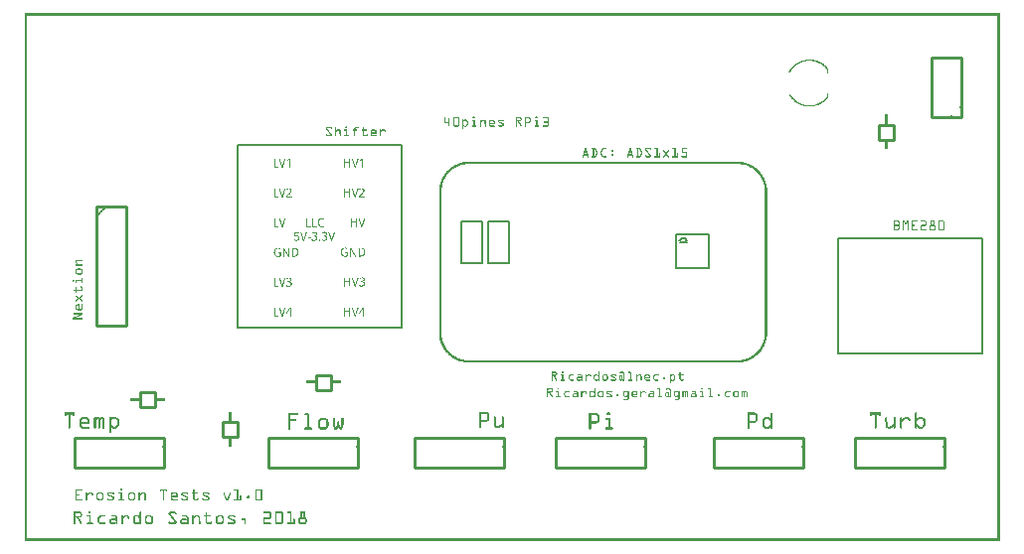
<source format=gto>
G04 MADE WITH FRITZING*
G04 WWW.FRITZING.ORG*
G04 DOUBLE SIDED*
G04 HOLES PLATED*
G04 CONTOUR ON CENTER OF CONTOUR VECTOR*
%ASAXBY*%
%FSLAX23Y23*%
%MOIN*%
%OFA0B0*%
%SFA1.0B1.0*%
%ADD10R,0.492000X0.393666X0.478112X0.379778*%
%ADD11C,0.006944*%
%ADD12R,0.558213X0.617268X0.547101X0.606156*%
%ADD13C,0.005556*%
%ADD14C,0.010000*%
%ADD15C,0.005000*%
%ADD16C,0.008000*%
%ADD17R,0.001000X0.001000*%
%LNSILK1*%
G90*
G70*
G54D11*
X2727Y1017D02*
X3212Y1017D01*
X3212Y630D01*
X2727Y630D01*
X2727Y1017D01*
D02*
G54D13*
X713Y1329D02*
X1265Y1329D01*
X1265Y718D01*
X713Y718D01*
X713Y1329D01*
D02*
G54D14*
X468Y347D02*
X168Y347D01*
D02*
X168Y347D02*
X168Y247D01*
D02*
X168Y247D02*
X468Y247D01*
D02*
X468Y247D02*
X468Y347D01*
D02*
X1117Y347D02*
X817Y347D01*
D02*
X817Y347D02*
X817Y247D01*
D02*
X817Y247D02*
X1117Y247D01*
D02*
X1117Y247D02*
X1117Y347D01*
D02*
X1608Y347D02*
X1308Y347D01*
D02*
X1308Y347D02*
X1308Y247D01*
D02*
X1308Y247D02*
X1608Y247D01*
D02*
X1608Y247D02*
X1608Y347D01*
D02*
X2080Y347D02*
X1780Y347D01*
D02*
X1780Y347D02*
X1780Y247D01*
D02*
X1780Y247D02*
X2080Y247D01*
D02*
X2080Y247D02*
X2080Y347D01*
D02*
X2612Y347D02*
X2312Y347D01*
D02*
X2312Y347D02*
X2312Y247D01*
D02*
X2312Y247D02*
X2612Y247D01*
D02*
X2612Y247D02*
X2612Y347D01*
D02*
X3084Y347D02*
X2784Y347D01*
D02*
X2784Y347D02*
X2784Y247D01*
D02*
X2784Y247D02*
X3084Y247D01*
D02*
X3084Y247D02*
X3084Y347D01*
D02*
X3141Y1424D02*
X3141Y1624D01*
D02*
X3141Y1624D02*
X3041Y1624D01*
D02*
X3041Y1624D02*
X3041Y1424D01*
D02*
X3041Y1424D02*
X3141Y1424D01*
G54D15*
D02*
X1465Y1074D02*
X1536Y1074D01*
D02*
X1536Y1074D02*
X1536Y933D01*
D02*
X1536Y933D02*
X1465Y933D01*
D02*
X1465Y933D02*
X1465Y1074D01*
D02*
X1555Y1074D02*
X1626Y1074D01*
D02*
X1626Y1074D02*
X1626Y933D01*
D02*
X1626Y933D02*
X1555Y933D01*
D02*
X1555Y933D02*
X1555Y1074D01*
G54D16*
D02*
X2296Y1029D02*
X2296Y918D01*
D02*
X2296Y918D02*
X2186Y918D01*
D02*
X2186Y918D02*
X2186Y1029D01*
D02*
X2186Y1029D02*
X2296Y1029D01*
D02*
X2221Y1005D02*
X2197Y1005D01*
G54D14*
D02*
X241Y1124D02*
X241Y724D01*
D02*
X241Y724D02*
X341Y724D01*
D02*
X341Y724D02*
X341Y1124D01*
D02*
X341Y1124D02*
X241Y1124D01*
D02*
X665Y349D02*
X665Y399D01*
D02*
X665Y399D02*
X715Y399D01*
D02*
X715Y399D02*
X715Y349D01*
D02*
X715Y349D02*
X665Y349D01*
D02*
X978Y558D02*
X1028Y558D01*
D02*
X1028Y558D02*
X1028Y508D01*
D02*
X1028Y508D02*
X978Y508D01*
D02*
X978Y508D02*
X978Y558D01*
D02*
X2866Y1348D02*
X2866Y1398D01*
D02*
X2866Y1398D02*
X2916Y1398D01*
D02*
X2916Y1398D02*
X2916Y1348D01*
D02*
X2916Y1348D02*
X2866Y1348D01*
D02*
X387Y499D02*
X437Y499D01*
D02*
X437Y499D02*
X437Y449D01*
D02*
X437Y449D02*
X387Y449D01*
D02*
X387Y449D02*
X387Y499D01*
G54D17*
X0Y1772D02*
X3270Y1772D01*
X0Y1771D02*
X3270Y1771D01*
X0Y1770D02*
X3270Y1770D01*
X0Y1769D02*
X3270Y1769D01*
X0Y1768D02*
X3270Y1768D01*
X0Y1767D02*
X3270Y1767D01*
X0Y1766D02*
X3270Y1766D01*
X0Y1765D02*
X3270Y1765D01*
X0Y1764D02*
X7Y1764D01*
X3263Y1764D02*
X3270Y1764D01*
X0Y1763D02*
X7Y1763D01*
X3263Y1763D02*
X3270Y1763D01*
X0Y1762D02*
X7Y1762D01*
X3263Y1762D02*
X3270Y1762D01*
X0Y1761D02*
X7Y1761D01*
X3263Y1761D02*
X3270Y1761D01*
X0Y1760D02*
X7Y1760D01*
X3263Y1760D02*
X3270Y1760D01*
X0Y1759D02*
X7Y1759D01*
X3263Y1759D02*
X3270Y1759D01*
X0Y1758D02*
X7Y1758D01*
X3263Y1758D02*
X3270Y1758D01*
X0Y1757D02*
X7Y1757D01*
X3263Y1757D02*
X3270Y1757D01*
X0Y1756D02*
X7Y1756D01*
X3263Y1756D02*
X3270Y1756D01*
X0Y1755D02*
X7Y1755D01*
X3263Y1755D02*
X3270Y1755D01*
X0Y1754D02*
X7Y1754D01*
X3263Y1754D02*
X3270Y1754D01*
X0Y1753D02*
X7Y1753D01*
X3263Y1753D02*
X3270Y1753D01*
X0Y1752D02*
X7Y1752D01*
X3263Y1752D02*
X3270Y1752D01*
X0Y1751D02*
X7Y1751D01*
X3263Y1751D02*
X3270Y1751D01*
X0Y1750D02*
X7Y1750D01*
X3263Y1750D02*
X3270Y1750D01*
X0Y1749D02*
X7Y1749D01*
X3263Y1749D02*
X3270Y1749D01*
X0Y1748D02*
X7Y1748D01*
X3263Y1748D02*
X3270Y1748D01*
X0Y1747D02*
X7Y1747D01*
X3263Y1747D02*
X3270Y1747D01*
X0Y1746D02*
X7Y1746D01*
X3263Y1746D02*
X3270Y1746D01*
X0Y1745D02*
X7Y1745D01*
X3263Y1745D02*
X3270Y1745D01*
X0Y1744D02*
X7Y1744D01*
X3263Y1744D02*
X3270Y1744D01*
X0Y1743D02*
X7Y1743D01*
X3263Y1743D02*
X3270Y1743D01*
X0Y1742D02*
X7Y1742D01*
X3263Y1742D02*
X3270Y1742D01*
X0Y1741D02*
X7Y1741D01*
X3263Y1741D02*
X3270Y1741D01*
X0Y1740D02*
X7Y1740D01*
X3263Y1740D02*
X3270Y1740D01*
X0Y1739D02*
X7Y1739D01*
X3263Y1739D02*
X3270Y1739D01*
X0Y1738D02*
X7Y1738D01*
X3263Y1738D02*
X3270Y1738D01*
X0Y1737D02*
X7Y1737D01*
X3263Y1737D02*
X3270Y1737D01*
X0Y1736D02*
X7Y1736D01*
X3263Y1736D02*
X3270Y1736D01*
X0Y1735D02*
X7Y1735D01*
X3263Y1735D02*
X3270Y1735D01*
X0Y1734D02*
X7Y1734D01*
X3263Y1734D02*
X3270Y1734D01*
X0Y1733D02*
X7Y1733D01*
X3263Y1733D02*
X3270Y1733D01*
X0Y1732D02*
X7Y1732D01*
X3263Y1732D02*
X3270Y1732D01*
X0Y1731D02*
X7Y1731D01*
X3263Y1731D02*
X3270Y1731D01*
X0Y1730D02*
X7Y1730D01*
X3263Y1730D02*
X3270Y1730D01*
X0Y1729D02*
X7Y1729D01*
X3263Y1729D02*
X3270Y1729D01*
X0Y1728D02*
X7Y1728D01*
X3263Y1728D02*
X3270Y1728D01*
X0Y1727D02*
X7Y1727D01*
X3263Y1727D02*
X3270Y1727D01*
X0Y1726D02*
X7Y1726D01*
X3263Y1726D02*
X3270Y1726D01*
X0Y1725D02*
X7Y1725D01*
X3263Y1725D02*
X3270Y1725D01*
X0Y1724D02*
X7Y1724D01*
X3263Y1724D02*
X3270Y1724D01*
X0Y1723D02*
X7Y1723D01*
X3263Y1723D02*
X3270Y1723D01*
X0Y1722D02*
X7Y1722D01*
X3263Y1722D02*
X3270Y1722D01*
X0Y1721D02*
X7Y1721D01*
X3263Y1721D02*
X3270Y1721D01*
X0Y1720D02*
X7Y1720D01*
X3263Y1720D02*
X3270Y1720D01*
X0Y1719D02*
X7Y1719D01*
X3263Y1719D02*
X3270Y1719D01*
X0Y1718D02*
X7Y1718D01*
X3263Y1718D02*
X3270Y1718D01*
X0Y1717D02*
X7Y1717D01*
X3263Y1717D02*
X3270Y1717D01*
X0Y1716D02*
X7Y1716D01*
X3263Y1716D02*
X3270Y1716D01*
X0Y1715D02*
X7Y1715D01*
X3263Y1715D02*
X3270Y1715D01*
X0Y1714D02*
X7Y1714D01*
X3263Y1714D02*
X3270Y1714D01*
X0Y1713D02*
X7Y1713D01*
X3263Y1713D02*
X3270Y1713D01*
X0Y1712D02*
X7Y1712D01*
X3263Y1712D02*
X3270Y1712D01*
X0Y1711D02*
X7Y1711D01*
X3263Y1711D02*
X3270Y1711D01*
X0Y1710D02*
X7Y1710D01*
X3263Y1710D02*
X3270Y1710D01*
X0Y1709D02*
X7Y1709D01*
X3263Y1709D02*
X3270Y1709D01*
X0Y1708D02*
X7Y1708D01*
X3263Y1708D02*
X3270Y1708D01*
X0Y1707D02*
X7Y1707D01*
X3263Y1707D02*
X3270Y1707D01*
X0Y1706D02*
X7Y1706D01*
X3263Y1706D02*
X3270Y1706D01*
X0Y1705D02*
X7Y1705D01*
X3263Y1705D02*
X3270Y1705D01*
X0Y1704D02*
X7Y1704D01*
X3263Y1704D02*
X3270Y1704D01*
X0Y1703D02*
X7Y1703D01*
X3263Y1703D02*
X3270Y1703D01*
X0Y1702D02*
X7Y1702D01*
X3263Y1702D02*
X3270Y1702D01*
X0Y1701D02*
X7Y1701D01*
X3263Y1701D02*
X3270Y1701D01*
X0Y1700D02*
X7Y1700D01*
X3263Y1700D02*
X3270Y1700D01*
X0Y1699D02*
X7Y1699D01*
X3263Y1699D02*
X3270Y1699D01*
X0Y1698D02*
X7Y1698D01*
X3263Y1698D02*
X3270Y1698D01*
X0Y1697D02*
X7Y1697D01*
X3263Y1697D02*
X3270Y1697D01*
X0Y1696D02*
X7Y1696D01*
X3263Y1696D02*
X3270Y1696D01*
X0Y1695D02*
X7Y1695D01*
X3263Y1695D02*
X3270Y1695D01*
X0Y1694D02*
X7Y1694D01*
X3263Y1694D02*
X3270Y1694D01*
X0Y1693D02*
X7Y1693D01*
X3263Y1693D02*
X3270Y1693D01*
X0Y1692D02*
X7Y1692D01*
X3263Y1692D02*
X3270Y1692D01*
X0Y1691D02*
X7Y1691D01*
X3263Y1691D02*
X3270Y1691D01*
X0Y1690D02*
X7Y1690D01*
X3263Y1690D02*
X3270Y1690D01*
X0Y1689D02*
X7Y1689D01*
X3263Y1689D02*
X3270Y1689D01*
X0Y1688D02*
X7Y1688D01*
X3263Y1688D02*
X3270Y1688D01*
X0Y1687D02*
X7Y1687D01*
X3263Y1687D02*
X3270Y1687D01*
X0Y1686D02*
X7Y1686D01*
X3263Y1686D02*
X3270Y1686D01*
X0Y1685D02*
X7Y1685D01*
X3263Y1685D02*
X3270Y1685D01*
X0Y1684D02*
X7Y1684D01*
X3263Y1684D02*
X3270Y1684D01*
X0Y1683D02*
X7Y1683D01*
X3263Y1683D02*
X3270Y1683D01*
X0Y1682D02*
X7Y1682D01*
X3263Y1682D02*
X3270Y1682D01*
X0Y1681D02*
X7Y1681D01*
X3263Y1681D02*
X3270Y1681D01*
X0Y1680D02*
X7Y1680D01*
X3263Y1680D02*
X3270Y1680D01*
X0Y1679D02*
X7Y1679D01*
X3263Y1679D02*
X3270Y1679D01*
X0Y1678D02*
X7Y1678D01*
X3263Y1678D02*
X3270Y1678D01*
X0Y1677D02*
X7Y1677D01*
X3263Y1677D02*
X3270Y1677D01*
X0Y1676D02*
X7Y1676D01*
X3263Y1676D02*
X3270Y1676D01*
X0Y1675D02*
X7Y1675D01*
X3263Y1675D02*
X3270Y1675D01*
X0Y1674D02*
X7Y1674D01*
X3263Y1674D02*
X3270Y1674D01*
X0Y1673D02*
X7Y1673D01*
X3263Y1673D02*
X3270Y1673D01*
X0Y1672D02*
X7Y1672D01*
X3263Y1672D02*
X3270Y1672D01*
X0Y1671D02*
X7Y1671D01*
X3263Y1671D02*
X3270Y1671D01*
X0Y1670D02*
X7Y1670D01*
X3263Y1670D02*
X3270Y1670D01*
X0Y1669D02*
X7Y1669D01*
X3263Y1669D02*
X3270Y1669D01*
X0Y1668D02*
X7Y1668D01*
X3263Y1668D02*
X3270Y1668D01*
X0Y1667D02*
X7Y1667D01*
X3263Y1667D02*
X3270Y1667D01*
X0Y1666D02*
X7Y1666D01*
X3263Y1666D02*
X3270Y1666D01*
X0Y1665D02*
X7Y1665D01*
X3263Y1665D02*
X3270Y1665D01*
X0Y1664D02*
X7Y1664D01*
X3263Y1664D02*
X3270Y1664D01*
X0Y1663D02*
X7Y1663D01*
X3263Y1663D02*
X3270Y1663D01*
X0Y1662D02*
X7Y1662D01*
X3263Y1662D02*
X3270Y1662D01*
X0Y1661D02*
X7Y1661D01*
X3263Y1661D02*
X3270Y1661D01*
X0Y1660D02*
X7Y1660D01*
X3263Y1660D02*
X3270Y1660D01*
X0Y1659D02*
X7Y1659D01*
X3263Y1659D02*
X3270Y1659D01*
X0Y1658D02*
X7Y1658D01*
X3263Y1658D02*
X3270Y1658D01*
X0Y1657D02*
X7Y1657D01*
X3263Y1657D02*
X3270Y1657D01*
X0Y1656D02*
X7Y1656D01*
X3263Y1656D02*
X3270Y1656D01*
X0Y1655D02*
X7Y1655D01*
X3263Y1655D02*
X3270Y1655D01*
X0Y1654D02*
X7Y1654D01*
X3263Y1654D02*
X3270Y1654D01*
X0Y1653D02*
X7Y1653D01*
X3263Y1653D02*
X3270Y1653D01*
X0Y1652D02*
X7Y1652D01*
X3263Y1652D02*
X3270Y1652D01*
X0Y1651D02*
X7Y1651D01*
X3263Y1651D02*
X3270Y1651D01*
X0Y1650D02*
X7Y1650D01*
X3263Y1650D02*
X3270Y1650D01*
X0Y1649D02*
X7Y1649D01*
X3263Y1649D02*
X3270Y1649D01*
X0Y1648D02*
X7Y1648D01*
X3263Y1648D02*
X3270Y1648D01*
X0Y1647D02*
X7Y1647D01*
X3263Y1647D02*
X3270Y1647D01*
X0Y1646D02*
X7Y1646D01*
X3263Y1646D02*
X3270Y1646D01*
X0Y1645D02*
X7Y1645D01*
X3263Y1645D02*
X3270Y1645D01*
X0Y1644D02*
X7Y1644D01*
X3263Y1644D02*
X3270Y1644D01*
X0Y1643D02*
X7Y1643D01*
X3263Y1643D02*
X3270Y1643D01*
X0Y1642D02*
X7Y1642D01*
X3263Y1642D02*
X3270Y1642D01*
X0Y1641D02*
X7Y1641D01*
X3263Y1641D02*
X3270Y1641D01*
X0Y1640D02*
X7Y1640D01*
X3263Y1640D02*
X3270Y1640D01*
X0Y1639D02*
X7Y1639D01*
X3263Y1639D02*
X3270Y1639D01*
X0Y1638D02*
X7Y1638D01*
X3263Y1638D02*
X3270Y1638D01*
X0Y1637D02*
X7Y1637D01*
X3263Y1637D02*
X3270Y1637D01*
X0Y1636D02*
X7Y1636D01*
X3263Y1636D02*
X3270Y1636D01*
X0Y1635D02*
X7Y1635D01*
X3263Y1635D02*
X3270Y1635D01*
X0Y1634D02*
X7Y1634D01*
X3263Y1634D02*
X3270Y1634D01*
X0Y1633D02*
X7Y1633D01*
X3263Y1633D02*
X3270Y1633D01*
X0Y1632D02*
X7Y1632D01*
X3263Y1632D02*
X3270Y1632D01*
X0Y1631D02*
X7Y1631D01*
X3263Y1631D02*
X3270Y1631D01*
X0Y1630D02*
X7Y1630D01*
X3263Y1630D02*
X3270Y1630D01*
X0Y1629D02*
X7Y1629D01*
X3263Y1629D02*
X3270Y1629D01*
X0Y1628D02*
X7Y1628D01*
X3263Y1628D02*
X3270Y1628D01*
X0Y1627D02*
X7Y1627D01*
X3263Y1627D02*
X3270Y1627D01*
X0Y1626D02*
X7Y1626D01*
X3263Y1626D02*
X3270Y1626D01*
X0Y1625D02*
X7Y1625D01*
X3263Y1625D02*
X3270Y1625D01*
X0Y1624D02*
X7Y1624D01*
X3263Y1624D02*
X3270Y1624D01*
X0Y1623D02*
X7Y1623D01*
X3263Y1623D02*
X3270Y1623D01*
X0Y1622D02*
X7Y1622D01*
X3263Y1622D02*
X3270Y1622D01*
X0Y1621D02*
X7Y1621D01*
X3263Y1621D02*
X3270Y1621D01*
X0Y1620D02*
X7Y1620D01*
X3263Y1620D02*
X3270Y1620D01*
X0Y1619D02*
X7Y1619D01*
X3263Y1619D02*
X3270Y1619D01*
X0Y1618D02*
X7Y1618D01*
X3263Y1618D02*
X3270Y1618D01*
X0Y1617D02*
X7Y1617D01*
X2624Y1617D02*
X2640Y1617D01*
X3263Y1617D02*
X3270Y1617D01*
X0Y1616D02*
X7Y1616D01*
X2618Y1616D02*
X2646Y1616D01*
X3263Y1616D02*
X3270Y1616D01*
X0Y1615D02*
X7Y1615D01*
X2613Y1615D02*
X2651Y1615D01*
X3263Y1615D02*
X3270Y1615D01*
X0Y1614D02*
X7Y1614D01*
X2609Y1614D02*
X2655Y1614D01*
X3263Y1614D02*
X3270Y1614D01*
X0Y1613D02*
X7Y1613D01*
X2606Y1613D02*
X2658Y1613D01*
X3263Y1613D02*
X3270Y1613D01*
X0Y1612D02*
X7Y1612D01*
X2604Y1612D02*
X2621Y1612D01*
X2642Y1612D02*
X2660Y1612D01*
X3263Y1612D02*
X3270Y1612D01*
X0Y1611D02*
X7Y1611D01*
X2601Y1611D02*
X2616Y1611D01*
X2648Y1611D02*
X2663Y1611D01*
X3263Y1611D02*
X3270Y1611D01*
X0Y1610D02*
X7Y1610D01*
X2599Y1610D02*
X2612Y1610D01*
X2652Y1610D02*
X2665Y1610D01*
X3263Y1610D02*
X3270Y1610D01*
X0Y1609D02*
X7Y1609D01*
X2597Y1609D02*
X2608Y1609D01*
X2655Y1609D02*
X2667Y1609D01*
X3263Y1609D02*
X3270Y1609D01*
X0Y1608D02*
X7Y1608D01*
X2595Y1608D02*
X2605Y1608D01*
X2658Y1608D02*
X2669Y1608D01*
X3263Y1608D02*
X3270Y1608D01*
X0Y1607D02*
X7Y1607D01*
X2593Y1607D02*
X2603Y1607D01*
X2660Y1607D02*
X2671Y1607D01*
X3263Y1607D02*
X3270Y1607D01*
X0Y1606D02*
X7Y1606D01*
X2591Y1606D02*
X2601Y1606D01*
X2663Y1606D02*
X2673Y1606D01*
X3263Y1606D02*
X3270Y1606D01*
X0Y1605D02*
X7Y1605D01*
X2590Y1605D02*
X2599Y1605D01*
X2665Y1605D02*
X2674Y1605D01*
X3263Y1605D02*
X3270Y1605D01*
X0Y1604D02*
X7Y1604D01*
X2588Y1604D02*
X2597Y1604D01*
X2667Y1604D02*
X2676Y1604D01*
X3263Y1604D02*
X3270Y1604D01*
X0Y1603D02*
X7Y1603D01*
X2586Y1603D02*
X2595Y1603D01*
X2669Y1603D02*
X2677Y1603D01*
X3263Y1603D02*
X3270Y1603D01*
X0Y1602D02*
X7Y1602D01*
X2585Y1602D02*
X2593Y1602D01*
X2670Y1602D02*
X2679Y1602D01*
X3263Y1602D02*
X3270Y1602D01*
X0Y1601D02*
X7Y1601D01*
X2584Y1601D02*
X2592Y1601D01*
X2672Y1601D02*
X2680Y1601D01*
X3263Y1601D02*
X3270Y1601D01*
X0Y1600D02*
X7Y1600D01*
X2583Y1600D02*
X2590Y1600D01*
X2673Y1600D02*
X2681Y1600D01*
X3263Y1600D02*
X3270Y1600D01*
X0Y1599D02*
X7Y1599D01*
X2581Y1599D02*
X2588Y1599D01*
X2675Y1599D02*
X2682Y1599D01*
X3263Y1599D02*
X3270Y1599D01*
X0Y1598D02*
X7Y1598D01*
X2580Y1598D02*
X2587Y1598D01*
X2676Y1598D02*
X2684Y1598D01*
X3263Y1598D02*
X3270Y1598D01*
X0Y1597D02*
X7Y1597D01*
X2579Y1597D02*
X2586Y1597D01*
X2678Y1597D02*
X2685Y1597D01*
X3263Y1597D02*
X3270Y1597D01*
X0Y1596D02*
X7Y1596D01*
X2578Y1596D02*
X2585Y1596D01*
X2679Y1596D02*
X2686Y1596D01*
X3263Y1596D02*
X3270Y1596D01*
X0Y1595D02*
X7Y1595D01*
X2577Y1595D02*
X2583Y1595D01*
X2680Y1595D02*
X2687Y1595D01*
X3263Y1595D02*
X3270Y1595D01*
X0Y1594D02*
X7Y1594D01*
X2576Y1594D02*
X2582Y1594D01*
X2681Y1594D02*
X2688Y1594D01*
X3263Y1594D02*
X3270Y1594D01*
X0Y1593D02*
X7Y1593D01*
X2575Y1593D02*
X2581Y1593D01*
X2682Y1593D02*
X2689Y1593D01*
X3263Y1593D02*
X3270Y1593D01*
X0Y1592D02*
X7Y1592D01*
X2574Y1592D02*
X2580Y1592D01*
X2684Y1592D02*
X2690Y1592D01*
X3263Y1592D02*
X3270Y1592D01*
X0Y1591D02*
X7Y1591D01*
X2573Y1591D02*
X2579Y1591D01*
X2685Y1591D02*
X2691Y1591D01*
X3263Y1591D02*
X3270Y1591D01*
X0Y1590D02*
X7Y1590D01*
X2572Y1590D02*
X2578Y1590D01*
X2686Y1590D02*
X2692Y1590D01*
X3263Y1590D02*
X3270Y1590D01*
X0Y1589D02*
X7Y1589D01*
X2571Y1589D02*
X2577Y1589D01*
X2686Y1589D02*
X2692Y1589D01*
X3263Y1589D02*
X3270Y1589D01*
X0Y1588D02*
X7Y1588D01*
X2571Y1588D02*
X2576Y1588D01*
X2687Y1588D02*
X2693Y1588D01*
X3263Y1588D02*
X3270Y1588D01*
X0Y1587D02*
X7Y1587D01*
X2570Y1587D02*
X2575Y1587D01*
X2688Y1587D02*
X2694Y1587D01*
X3263Y1587D02*
X3270Y1587D01*
X0Y1586D02*
X7Y1586D01*
X2569Y1586D02*
X2575Y1586D01*
X2689Y1586D02*
X2695Y1586D01*
X3263Y1586D02*
X3270Y1586D01*
X0Y1585D02*
X7Y1585D01*
X2568Y1585D02*
X2574Y1585D01*
X2690Y1585D02*
X2695Y1585D01*
X3263Y1585D02*
X3270Y1585D01*
X0Y1584D02*
X7Y1584D01*
X2567Y1584D02*
X2573Y1584D01*
X2691Y1584D02*
X2695Y1584D01*
X3263Y1584D02*
X3270Y1584D01*
X0Y1583D02*
X7Y1583D01*
X2567Y1583D02*
X2572Y1583D01*
X2691Y1583D02*
X2695Y1583D01*
X3263Y1583D02*
X3270Y1583D01*
X0Y1582D02*
X7Y1582D01*
X2566Y1582D02*
X2571Y1582D01*
X2691Y1582D02*
X2695Y1582D01*
X3263Y1582D02*
X3270Y1582D01*
X0Y1581D02*
X7Y1581D01*
X2565Y1581D02*
X2571Y1581D01*
X2691Y1581D02*
X2695Y1581D01*
X3263Y1581D02*
X3270Y1581D01*
X0Y1580D02*
X7Y1580D01*
X2565Y1580D02*
X2570Y1580D01*
X2691Y1580D02*
X2695Y1580D01*
X3263Y1580D02*
X3270Y1580D01*
X0Y1579D02*
X7Y1579D01*
X2564Y1579D02*
X2569Y1579D01*
X2691Y1579D02*
X2695Y1579D01*
X3263Y1579D02*
X3270Y1579D01*
X0Y1578D02*
X7Y1578D01*
X2564Y1578D02*
X2569Y1578D01*
X2691Y1578D02*
X2695Y1578D01*
X3263Y1578D02*
X3270Y1578D01*
X0Y1577D02*
X7Y1577D01*
X2563Y1577D02*
X2568Y1577D01*
X2691Y1577D02*
X2695Y1577D01*
X3263Y1577D02*
X3270Y1577D01*
X0Y1576D02*
X7Y1576D01*
X2563Y1576D02*
X2567Y1576D01*
X2691Y1576D02*
X2695Y1576D01*
X3263Y1576D02*
X3270Y1576D01*
X0Y1575D02*
X7Y1575D01*
X2564Y1575D02*
X2567Y1575D01*
X2691Y1575D02*
X2695Y1575D01*
X3263Y1575D02*
X3270Y1575D01*
X0Y1574D02*
X7Y1574D01*
X2691Y1574D02*
X2695Y1574D01*
X3263Y1574D02*
X3270Y1574D01*
X0Y1573D02*
X7Y1573D01*
X2691Y1573D02*
X2695Y1573D01*
X3263Y1573D02*
X3270Y1573D01*
X0Y1572D02*
X7Y1572D01*
X2691Y1572D02*
X2695Y1572D01*
X3263Y1572D02*
X3270Y1572D01*
X0Y1571D02*
X7Y1571D01*
X2693Y1571D02*
X2695Y1571D01*
X3263Y1571D02*
X3270Y1571D01*
X0Y1570D02*
X7Y1570D01*
X2695Y1570D02*
X2695Y1570D01*
X3263Y1570D02*
X3270Y1570D01*
X0Y1569D02*
X7Y1569D01*
X3263Y1569D02*
X3270Y1569D01*
X0Y1568D02*
X7Y1568D01*
X3263Y1568D02*
X3270Y1568D01*
X0Y1567D02*
X7Y1567D01*
X3263Y1567D02*
X3270Y1567D01*
X0Y1566D02*
X7Y1566D01*
X3263Y1566D02*
X3270Y1566D01*
X0Y1565D02*
X7Y1565D01*
X3263Y1565D02*
X3270Y1565D01*
X0Y1564D02*
X7Y1564D01*
X3263Y1564D02*
X3270Y1564D01*
X0Y1563D02*
X7Y1563D01*
X3263Y1563D02*
X3270Y1563D01*
X0Y1562D02*
X7Y1562D01*
X3263Y1562D02*
X3270Y1562D01*
X0Y1561D02*
X7Y1561D01*
X3263Y1561D02*
X3270Y1561D01*
X0Y1560D02*
X7Y1560D01*
X3263Y1560D02*
X3270Y1560D01*
X0Y1559D02*
X7Y1559D01*
X3263Y1559D02*
X3270Y1559D01*
X0Y1558D02*
X7Y1558D01*
X3263Y1558D02*
X3270Y1558D01*
X0Y1557D02*
X7Y1557D01*
X3263Y1557D02*
X3270Y1557D01*
X0Y1556D02*
X7Y1556D01*
X3263Y1556D02*
X3270Y1556D01*
X0Y1555D02*
X7Y1555D01*
X3263Y1555D02*
X3270Y1555D01*
X0Y1554D02*
X7Y1554D01*
X3263Y1554D02*
X3270Y1554D01*
X0Y1553D02*
X7Y1553D01*
X3263Y1553D02*
X3270Y1553D01*
X0Y1552D02*
X7Y1552D01*
X3263Y1552D02*
X3270Y1552D01*
X0Y1551D02*
X7Y1551D01*
X3263Y1551D02*
X3270Y1551D01*
X0Y1550D02*
X7Y1550D01*
X3263Y1550D02*
X3270Y1550D01*
X0Y1549D02*
X7Y1549D01*
X3263Y1549D02*
X3270Y1549D01*
X0Y1548D02*
X7Y1548D01*
X3263Y1548D02*
X3270Y1548D01*
X0Y1547D02*
X7Y1547D01*
X3263Y1547D02*
X3270Y1547D01*
X0Y1546D02*
X7Y1546D01*
X3263Y1546D02*
X3270Y1546D01*
X0Y1545D02*
X7Y1545D01*
X3263Y1545D02*
X3270Y1545D01*
X0Y1544D02*
X7Y1544D01*
X3263Y1544D02*
X3270Y1544D01*
X0Y1543D02*
X7Y1543D01*
X3263Y1543D02*
X3270Y1543D01*
X0Y1542D02*
X7Y1542D01*
X3263Y1542D02*
X3270Y1542D01*
X0Y1541D02*
X7Y1541D01*
X3263Y1541D02*
X3270Y1541D01*
X0Y1540D02*
X7Y1540D01*
X3263Y1540D02*
X3270Y1540D01*
X0Y1539D02*
X7Y1539D01*
X3263Y1539D02*
X3270Y1539D01*
X0Y1538D02*
X7Y1538D01*
X3263Y1538D02*
X3270Y1538D01*
X0Y1537D02*
X7Y1537D01*
X3263Y1537D02*
X3270Y1537D01*
X0Y1536D02*
X7Y1536D01*
X3263Y1536D02*
X3270Y1536D01*
X0Y1535D02*
X7Y1535D01*
X3263Y1535D02*
X3270Y1535D01*
X0Y1534D02*
X7Y1534D01*
X3263Y1534D02*
X3270Y1534D01*
X0Y1533D02*
X7Y1533D01*
X3263Y1533D02*
X3270Y1533D01*
X0Y1532D02*
X7Y1532D01*
X3263Y1532D02*
X3270Y1532D01*
X0Y1531D02*
X7Y1531D01*
X3263Y1531D02*
X3270Y1531D01*
X0Y1530D02*
X7Y1530D01*
X3263Y1530D02*
X3270Y1530D01*
X0Y1529D02*
X7Y1529D01*
X3263Y1529D02*
X3270Y1529D01*
X0Y1528D02*
X7Y1528D01*
X3263Y1528D02*
X3270Y1528D01*
X0Y1527D02*
X7Y1527D01*
X3263Y1527D02*
X3270Y1527D01*
X0Y1526D02*
X7Y1526D01*
X3263Y1526D02*
X3270Y1526D01*
X0Y1525D02*
X7Y1525D01*
X3263Y1525D02*
X3270Y1525D01*
X0Y1524D02*
X7Y1524D01*
X3263Y1524D02*
X3270Y1524D01*
X0Y1523D02*
X7Y1523D01*
X3263Y1523D02*
X3270Y1523D01*
X0Y1522D02*
X7Y1522D01*
X3263Y1522D02*
X3270Y1522D01*
X0Y1521D02*
X7Y1521D01*
X3263Y1521D02*
X3270Y1521D01*
X0Y1520D02*
X7Y1520D01*
X3263Y1520D02*
X3270Y1520D01*
X0Y1519D02*
X7Y1519D01*
X3263Y1519D02*
X3270Y1519D01*
X0Y1518D02*
X7Y1518D01*
X3263Y1518D02*
X3270Y1518D01*
X0Y1517D02*
X7Y1517D01*
X3263Y1517D02*
X3270Y1517D01*
X0Y1516D02*
X7Y1516D01*
X3263Y1516D02*
X3270Y1516D01*
X0Y1515D02*
X7Y1515D01*
X3263Y1515D02*
X3270Y1515D01*
X0Y1514D02*
X7Y1514D01*
X3263Y1514D02*
X3270Y1514D01*
X0Y1513D02*
X7Y1513D01*
X3263Y1513D02*
X3270Y1513D01*
X0Y1512D02*
X7Y1512D01*
X3263Y1512D02*
X3270Y1512D01*
X0Y1511D02*
X7Y1511D01*
X3263Y1511D02*
X3270Y1511D01*
X0Y1510D02*
X7Y1510D01*
X3263Y1510D02*
X3270Y1510D01*
X0Y1509D02*
X7Y1509D01*
X3263Y1509D02*
X3270Y1509D01*
X0Y1508D02*
X7Y1508D01*
X3263Y1508D02*
X3270Y1508D01*
X0Y1507D02*
X7Y1507D01*
X3263Y1507D02*
X3270Y1507D01*
X0Y1506D02*
X7Y1506D01*
X2694Y1506D02*
X2695Y1506D01*
X3263Y1506D02*
X3270Y1506D01*
X0Y1505D02*
X7Y1505D01*
X2692Y1505D02*
X2695Y1505D01*
X3263Y1505D02*
X3270Y1505D01*
X0Y1504D02*
X7Y1504D01*
X2691Y1504D02*
X2695Y1504D01*
X3263Y1504D02*
X3270Y1504D01*
X0Y1503D02*
X7Y1503D01*
X2691Y1503D02*
X2695Y1503D01*
X3263Y1503D02*
X3270Y1503D01*
X0Y1502D02*
X7Y1502D01*
X2691Y1502D02*
X2695Y1502D01*
X3263Y1502D02*
X3270Y1502D01*
X0Y1501D02*
X7Y1501D01*
X2565Y1501D02*
X2567Y1501D01*
X2691Y1501D02*
X2695Y1501D01*
X3263Y1501D02*
X3270Y1501D01*
X0Y1500D02*
X7Y1500D01*
X2564Y1500D02*
X2568Y1500D01*
X2691Y1500D02*
X2695Y1500D01*
X3263Y1500D02*
X3270Y1500D01*
X0Y1499D02*
X7Y1499D01*
X2564Y1499D02*
X2568Y1499D01*
X2691Y1499D02*
X2695Y1499D01*
X3263Y1499D02*
X3270Y1499D01*
X0Y1498D02*
X7Y1498D01*
X2564Y1498D02*
X2569Y1498D01*
X2691Y1498D02*
X2695Y1498D01*
X3263Y1498D02*
X3270Y1498D01*
X0Y1497D02*
X7Y1497D01*
X2565Y1497D02*
X2570Y1497D01*
X2691Y1497D02*
X2695Y1497D01*
X3263Y1497D02*
X3270Y1497D01*
X0Y1496D02*
X7Y1496D01*
X2565Y1496D02*
X2570Y1496D01*
X2691Y1496D02*
X2695Y1496D01*
X3263Y1496D02*
X3270Y1496D01*
X0Y1495D02*
X7Y1495D01*
X2566Y1495D02*
X2571Y1495D01*
X2691Y1495D02*
X2695Y1495D01*
X3263Y1495D02*
X3270Y1495D01*
X0Y1494D02*
X7Y1494D01*
X2567Y1494D02*
X2572Y1494D01*
X2691Y1494D02*
X2695Y1494D01*
X3263Y1494D02*
X3270Y1494D01*
X0Y1493D02*
X7Y1493D01*
X2567Y1493D02*
X2573Y1493D01*
X2691Y1493D02*
X2695Y1493D01*
X3263Y1493D02*
X3270Y1493D01*
X0Y1492D02*
X7Y1492D01*
X2568Y1492D02*
X2573Y1492D01*
X2690Y1492D02*
X2695Y1492D01*
X3263Y1492D02*
X3270Y1492D01*
X0Y1491D02*
X7Y1491D01*
X2569Y1491D02*
X2574Y1491D01*
X2689Y1491D02*
X2695Y1491D01*
X3263Y1491D02*
X3270Y1491D01*
X0Y1490D02*
X7Y1490D01*
X2569Y1490D02*
X2575Y1490D01*
X2689Y1490D02*
X2694Y1490D01*
X3263Y1490D02*
X3270Y1490D01*
X0Y1489D02*
X7Y1489D01*
X2570Y1489D02*
X2576Y1489D01*
X2688Y1489D02*
X2693Y1489D01*
X3263Y1489D02*
X3270Y1489D01*
X0Y1488D02*
X7Y1488D01*
X2571Y1488D02*
X2577Y1488D01*
X2687Y1488D02*
X2693Y1488D01*
X3263Y1488D02*
X3270Y1488D01*
X0Y1487D02*
X7Y1487D01*
X2572Y1487D02*
X2578Y1487D01*
X2686Y1487D02*
X2692Y1487D01*
X3263Y1487D02*
X3270Y1487D01*
X0Y1486D02*
X7Y1486D01*
X2573Y1486D02*
X2579Y1486D01*
X2685Y1486D02*
X2691Y1486D01*
X3263Y1486D02*
X3270Y1486D01*
X0Y1485D02*
X7Y1485D01*
X2574Y1485D02*
X2580Y1485D01*
X2684Y1485D02*
X2690Y1485D01*
X3263Y1485D02*
X3270Y1485D01*
X0Y1484D02*
X7Y1484D01*
X2575Y1484D02*
X2581Y1484D01*
X2683Y1484D02*
X2689Y1484D01*
X3263Y1484D02*
X3270Y1484D01*
X0Y1483D02*
X7Y1483D01*
X2576Y1483D02*
X2582Y1483D01*
X2682Y1483D02*
X2688Y1483D01*
X3263Y1483D02*
X3270Y1483D01*
X0Y1482D02*
X7Y1482D01*
X2577Y1482D02*
X2583Y1482D01*
X2681Y1482D02*
X2687Y1482D01*
X3263Y1482D02*
X3270Y1482D01*
X0Y1481D02*
X7Y1481D01*
X2578Y1481D02*
X2584Y1481D01*
X2679Y1481D02*
X2686Y1481D01*
X3263Y1481D02*
X3270Y1481D01*
X0Y1480D02*
X7Y1480D01*
X2579Y1480D02*
X2585Y1480D01*
X2678Y1480D02*
X2685Y1480D01*
X3263Y1480D02*
X3270Y1480D01*
X0Y1479D02*
X7Y1479D01*
X2580Y1479D02*
X2587Y1479D01*
X2677Y1479D02*
X2684Y1479D01*
X3263Y1479D02*
X3270Y1479D01*
X0Y1478D02*
X7Y1478D01*
X2581Y1478D02*
X2588Y1478D01*
X2676Y1478D02*
X2683Y1478D01*
X3263Y1478D02*
X3270Y1478D01*
X0Y1477D02*
X7Y1477D01*
X2582Y1477D02*
X2590Y1477D01*
X2674Y1477D02*
X2681Y1477D01*
X3263Y1477D02*
X3270Y1477D01*
X0Y1476D02*
X7Y1476D01*
X2583Y1476D02*
X2591Y1476D01*
X2673Y1476D02*
X2680Y1476D01*
X3263Y1476D02*
X3270Y1476D01*
X0Y1475D02*
X7Y1475D01*
X2585Y1475D02*
X2593Y1475D01*
X2671Y1475D02*
X2679Y1475D01*
X3263Y1475D02*
X3270Y1475D01*
X0Y1474D02*
X7Y1474D01*
X2586Y1474D02*
X2594Y1474D01*
X2670Y1474D02*
X2678Y1474D01*
X3263Y1474D02*
X3270Y1474D01*
X0Y1473D02*
X7Y1473D01*
X2587Y1473D02*
X2596Y1473D01*
X2668Y1473D02*
X2676Y1473D01*
X3263Y1473D02*
X3270Y1473D01*
X0Y1472D02*
X7Y1472D01*
X2589Y1472D02*
X2598Y1472D01*
X2666Y1472D02*
X2675Y1472D01*
X3263Y1472D02*
X3270Y1472D01*
X0Y1471D02*
X7Y1471D01*
X2590Y1471D02*
X2600Y1471D01*
X2664Y1471D02*
X2673Y1471D01*
X3263Y1471D02*
X3270Y1471D01*
X0Y1470D02*
X7Y1470D01*
X2592Y1470D02*
X2602Y1470D01*
X2662Y1470D02*
X2671Y1470D01*
X3263Y1470D02*
X3270Y1470D01*
X0Y1469D02*
X7Y1469D01*
X2594Y1469D02*
X2605Y1469D01*
X2659Y1469D02*
X2670Y1469D01*
X3263Y1469D02*
X3270Y1469D01*
X0Y1468D02*
X7Y1468D01*
X2596Y1468D02*
X2607Y1468D01*
X2656Y1468D02*
X2668Y1468D01*
X3263Y1468D02*
X3270Y1468D01*
X0Y1467D02*
X7Y1467D01*
X2598Y1467D02*
X2611Y1467D01*
X2653Y1467D02*
X2666Y1467D01*
X3263Y1467D02*
X3270Y1467D01*
X0Y1466D02*
X7Y1466D01*
X2600Y1466D02*
X2614Y1466D01*
X2650Y1466D02*
X2664Y1466D01*
X3263Y1466D02*
X3270Y1466D01*
X0Y1465D02*
X7Y1465D01*
X2602Y1465D02*
X2619Y1465D01*
X2644Y1465D02*
X2661Y1465D01*
X3263Y1465D02*
X3270Y1465D01*
X0Y1464D02*
X7Y1464D01*
X2605Y1464D02*
X2658Y1464D01*
X3263Y1464D02*
X3270Y1464D01*
X0Y1463D02*
X7Y1463D01*
X2608Y1463D02*
X2655Y1463D01*
X3263Y1463D02*
X3270Y1463D01*
X0Y1462D02*
X7Y1462D01*
X2611Y1462D02*
X2652Y1462D01*
X3263Y1462D02*
X3270Y1462D01*
X0Y1461D02*
X7Y1461D01*
X2615Y1461D02*
X2648Y1461D01*
X3138Y1461D02*
X3138Y1461D01*
X3263Y1461D02*
X3270Y1461D01*
X0Y1460D02*
X7Y1460D01*
X2621Y1460D02*
X2643Y1460D01*
X3137Y1460D02*
X3139Y1460D01*
X3263Y1460D02*
X3270Y1460D01*
X0Y1459D02*
X7Y1459D01*
X3136Y1459D02*
X3140Y1459D01*
X3263Y1459D02*
X3270Y1459D01*
X0Y1458D02*
X7Y1458D01*
X3135Y1458D02*
X3141Y1458D01*
X3263Y1458D02*
X3270Y1458D01*
X0Y1457D02*
X7Y1457D01*
X3134Y1457D02*
X3140Y1457D01*
X3263Y1457D02*
X3270Y1457D01*
X0Y1456D02*
X7Y1456D01*
X3134Y1456D02*
X3139Y1456D01*
X3263Y1456D02*
X3270Y1456D01*
X0Y1455D02*
X7Y1455D01*
X3134Y1455D02*
X3138Y1455D01*
X3263Y1455D02*
X3270Y1455D01*
X0Y1454D02*
X7Y1454D01*
X3134Y1454D02*
X3137Y1454D01*
X3263Y1454D02*
X3270Y1454D01*
X0Y1453D02*
X7Y1453D01*
X3134Y1453D02*
X3136Y1453D01*
X3263Y1453D02*
X3270Y1453D01*
X0Y1452D02*
X7Y1452D01*
X3134Y1452D02*
X3135Y1452D01*
X3263Y1452D02*
X3270Y1452D01*
X0Y1451D02*
X7Y1451D01*
X3134Y1451D02*
X3134Y1451D01*
X3263Y1451D02*
X3270Y1451D01*
X0Y1450D02*
X7Y1450D01*
X3263Y1450D02*
X3270Y1450D01*
X0Y1449D02*
X7Y1449D01*
X3263Y1449D02*
X3270Y1449D01*
X0Y1448D02*
X7Y1448D01*
X3263Y1448D02*
X3270Y1448D01*
X0Y1447D02*
X7Y1447D01*
X3263Y1447D02*
X3270Y1447D01*
X0Y1446D02*
X7Y1446D01*
X3263Y1446D02*
X3270Y1446D01*
X0Y1445D02*
X7Y1445D01*
X3263Y1445D02*
X3270Y1445D01*
X0Y1444D02*
X7Y1444D01*
X3263Y1444D02*
X3270Y1444D01*
X0Y1443D02*
X7Y1443D01*
X3263Y1443D02*
X3270Y1443D01*
X0Y1442D02*
X7Y1442D01*
X3263Y1442D02*
X3270Y1442D01*
X0Y1441D02*
X7Y1441D01*
X3263Y1441D02*
X3270Y1441D01*
X0Y1440D02*
X7Y1440D01*
X3263Y1440D02*
X3270Y1440D01*
X0Y1439D02*
X7Y1439D01*
X3263Y1439D02*
X3270Y1439D01*
X0Y1438D02*
X7Y1438D01*
X3263Y1438D02*
X3270Y1438D01*
X0Y1437D02*
X7Y1437D01*
X3263Y1437D02*
X3270Y1437D01*
X0Y1436D02*
X7Y1436D01*
X3263Y1436D02*
X3270Y1436D01*
X0Y1435D02*
X7Y1435D01*
X3263Y1435D02*
X3270Y1435D01*
X0Y1434D02*
X7Y1434D01*
X3263Y1434D02*
X3270Y1434D01*
X0Y1433D02*
X7Y1433D01*
X3263Y1433D02*
X3270Y1433D01*
X0Y1432D02*
X7Y1432D01*
X2886Y1432D02*
X2895Y1432D01*
X3263Y1432D02*
X3270Y1432D01*
X0Y1431D02*
X7Y1431D01*
X2886Y1431D02*
X2895Y1431D01*
X3263Y1431D02*
X3270Y1431D01*
X0Y1430D02*
X7Y1430D01*
X2886Y1430D02*
X2895Y1430D01*
X3107Y1430D02*
X3113Y1430D01*
X3263Y1430D02*
X3270Y1430D01*
X0Y1429D02*
X7Y1429D01*
X2886Y1429D02*
X2895Y1429D01*
X3106Y1429D02*
X3112Y1429D01*
X3263Y1429D02*
X3270Y1429D01*
X0Y1428D02*
X7Y1428D01*
X2886Y1428D02*
X2895Y1428D01*
X3105Y1428D02*
X3111Y1428D01*
X3263Y1428D02*
X3270Y1428D01*
X0Y1427D02*
X7Y1427D01*
X2886Y1427D02*
X2895Y1427D01*
X3104Y1427D02*
X3110Y1427D01*
X3263Y1427D02*
X3270Y1427D01*
X0Y1426D02*
X7Y1426D01*
X1505Y1426D02*
X1507Y1426D01*
X1715Y1426D02*
X1717Y1426D01*
X2886Y1426D02*
X2895Y1426D01*
X3104Y1426D02*
X3109Y1426D01*
X3263Y1426D02*
X3270Y1426D01*
X0Y1425D02*
X7Y1425D01*
X1504Y1425D02*
X1508Y1425D01*
X1714Y1425D02*
X1718Y1425D01*
X2886Y1425D02*
X2895Y1425D01*
X3105Y1425D02*
X3108Y1425D01*
X3263Y1425D02*
X3270Y1425D01*
X0Y1424D02*
X7Y1424D01*
X1409Y1424D02*
X1410Y1424D01*
X1440Y1424D02*
X1454Y1424D01*
X1503Y1424D02*
X1509Y1424D01*
X1647Y1424D02*
X1662Y1424D01*
X1677Y1424D02*
X1692Y1424D01*
X1713Y1424D02*
X1719Y1424D01*
X1738Y1424D02*
X1754Y1424D01*
X2886Y1424D02*
X2895Y1424D01*
X3106Y1424D02*
X3107Y1424D01*
X3263Y1424D02*
X3270Y1424D01*
X0Y1423D02*
X7Y1423D01*
X1408Y1423D02*
X1411Y1423D01*
X1438Y1423D02*
X1456Y1423D01*
X1503Y1423D02*
X1509Y1423D01*
X1647Y1423D02*
X1664Y1423D01*
X1677Y1423D02*
X1694Y1423D01*
X1713Y1423D02*
X1719Y1423D01*
X1737Y1423D02*
X1756Y1423D01*
X2886Y1423D02*
X2895Y1423D01*
X3263Y1423D02*
X3270Y1423D01*
X0Y1422D02*
X7Y1422D01*
X1408Y1422D02*
X1411Y1422D01*
X1438Y1422D02*
X1456Y1422D01*
X1503Y1422D02*
X1509Y1422D01*
X1647Y1422D02*
X1665Y1422D01*
X1677Y1422D02*
X1695Y1422D01*
X1713Y1422D02*
X1719Y1422D01*
X1737Y1422D02*
X1756Y1422D01*
X2886Y1422D02*
X2895Y1422D01*
X3263Y1422D02*
X3270Y1422D01*
X0Y1421D02*
X7Y1421D01*
X1408Y1421D02*
X1411Y1421D01*
X1437Y1421D02*
X1457Y1421D01*
X1504Y1421D02*
X1508Y1421D01*
X1647Y1421D02*
X1666Y1421D01*
X1677Y1421D02*
X1696Y1421D01*
X1714Y1421D02*
X1718Y1421D01*
X1738Y1421D02*
X1757Y1421D01*
X2886Y1421D02*
X2895Y1421D01*
X3263Y1421D02*
X3270Y1421D01*
X0Y1420D02*
X7Y1420D01*
X1408Y1420D02*
X1411Y1420D01*
X1421Y1420D02*
X1423Y1420D01*
X1437Y1420D02*
X1441Y1420D01*
X1453Y1420D02*
X1457Y1420D01*
X1647Y1420D02*
X1651Y1420D01*
X1662Y1420D02*
X1667Y1420D01*
X1677Y1420D02*
X1681Y1420D01*
X1692Y1420D02*
X1697Y1420D01*
X1753Y1420D02*
X1757Y1420D01*
X2886Y1420D02*
X2895Y1420D01*
X3263Y1420D02*
X3270Y1420D01*
X0Y1419D02*
X7Y1419D01*
X1408Y1419D02*
X1411Y1419D01*
X1421Y1419D02*
X1424Y1419D01*
X1437Y1419D02*
X1440Y1419D01*
X1454Y1419D02*
X1457Y1419D01*
X1647Y1419D02*
X1650Y1419D01*
X1663Y1419D02*
X1667Y1419D01*
X1677Y1419D02*
X1680Y1419D01*
X1693Y1419D02*
X1697Y1419D01*
X1754Y1419D02*
X1757Y1419D01*
X2886Y1419D02*
X2895Y1419D01*
X3263Y1419D02*
X3270Y1419D01*
X0Y1418D02*
X7Y1418D01*
X1408Y1418D02*
X1411Y1418D01*
X1421Y1418D02*
X1424Y1418D01*
X1437Y1418D02*
X1440Y1418D01*
X1454Y1418D02*
X1457Y1418D01*
X1647Y1418D02*
X1650Y1418D01*
X1664Y1418D02*
X1667Y1418D01*
X1677Y1418D02*
X1680Y1418D01*
X1694Y1418D02*
X1697Y1418D01*
X1754Y1418D02*
X1757Y1418D01*
X2886Y1418D02*
X2895Y1418D01*
X3263Y1418D02*
X3270Y1418D01*
X0Y1417D02*
X7Y1417D01*
X1408Y1417D02*
X1411Y1417D01*
X1421Y1417D02*
X1424Y1417D01*
X1437Y1417D02*
X1440Y1417D01*
X1454Y1417D02*
X1457Y1417D01*
X1647Y1417D02*
X1650Y1417D01*
X1664Y1417D02*
X1667Y1417D01*
X1677Y1417D02*
X1680Y1417D01*
X1694Y1417D02*
X1697Y1417D01*
X1754Y1417D02*
X1757Y1417D01*
X2886Y1417D02*
X2895Y1417D01*
X3263Y1417D02*
X3270Y1417D01*
X0Y1416D02*
X7Y1416D01*
X1408Y1416D02*
X1411Y1416D01*
X1421Y1416D02*
X1424Y1416D01*
X1437Y1416D02*
X1440Y1416D01*
X1454Y1416D02*
X1457Y1416D01*
X1468Y1416D02*
X1469Y1416D01*
X1475Y1416D02*
X1479Y1416D01*
X1647Y1416D02*
X1650Y1416D01*
X1664Y1416D02*
X1667Y1416D01*
X1677Y1416D02*
X1680Y1416D01*
X1694Y1416D02*
X1697Y1416D01*
X1754Y1416D02*
X1757Y1416D01*
X2886Y1416D02*
X2895Y1416D01*
X3263Y1416D02*
X3270Y1416D01*
X0Y1415D02*
X7Y1415D01*
X1408Y1415D02*
X1411Y1415D01*
X1421Y1415D02*
X1424Y1415D01*
X1437Y1415D02*
X1440Y1415D01*
X1454Y1415D02*
X1457Y1415D01*
X1467Y1415D02*
X1470Y1415D01*
X1473Y1415D02*
X1481Y1415D01*
X1500Y1415D02*
X1508Y1415D01*
X1528Y1415D02*
X1530Y1415D01*
X1536Y1415D02*
X1542Y1415D01*
X1563Y1415D02*
X1572Y1415D01*
X1591Y1415D02*
X1603Y1415D01*
X1647Y1415D02*
X1650Y1415D01*
X1663Y1415D02*
X1667Y1415D01*
X1677Y1415D02*
X1680Y1415D01*
X1694Y1415D02*
X1697Y1415D01*
X1710Y1415D02*
X1718Y1415D01*
X1754Y1415D02*
X1757Y1415D01*
X2886Y1415D02*
X2895Y1415D01*
X3263Y1415D02*
X3270Y1415D01*
X0Y1414D02*
X7Y1414D01*
X1408Y1414D02*
X1411Y1414D01*
X1421Y1414D02*
X1424Y1414D01*
X1437Y1414D02*
X1440Y1414D01*
X1454Y1414D02*
X1457Y1414D01*
X1467Y1414D02*
X1470Y1414D01*
X1472Y1414D02*
X1482Y1414D01*
X1499Y1414D02*
X1508Y1414D01*
X1527Y1414D02*
X1530Y1414D01*
X1535Y1414D02*
X1544Y1414D01*
X1561Y1414D02*
X1573Y1414D01*
X1589Y1414D02*
X1605Y1414D01*
X1647Y1414D02*
X1650Y1414D01*
X1663Y1414D02*
X1667Y1414D01*
X1677Y1414D02*
X1680Y1414D01*
X1694Y1414D02*
X1697Y1414D01*
X1709Y1414D02*
X1718Y1414D01*
X1754Y1414D02*
X1757Y1414D01*
X2886Y1414D02*
X2895Y1414D01*
X3263Y1414D02*
X3270Y1414D01*
X0Y1413D02*
X7Y1413D01*
X1408Y1413D02*
X1411Y1413D01*
X1421Y1413D02*
X1424Y1413D01*
X1437Y1413D02*
X1440Y1413D01*
X1454Y1413D02*
X1457Y1413D01*
X1467Y1413D02*
X1483Y1413D01*
X1499Y1413D02*
X1509Y1413D01*
X1527Y1413D02*
X1530Y1413D01*
X1533Y1413D02*
X1545Y1413D01*
X1560Y1413D02*
X1574Y1413D01*
X1589Y1413D02*
X1606Y1413D01*
X1647Y1413D02*
X1666Y1413D01*
X1677Y1413D02*
X1680Y1413D01*
X1694Y1413D02*
X1697Y1413D01*
X1709Y1413D02*
X1719Y1413D01*
X1754Y1413D02*
X1757Y1413D01*
X2886Y1413D02*
X2895Y1413D01*
X3263Y1413D02*
X3270Y1413D01*
X0Y1412D02*
X7Y1412D01*
X1408Y1412D02*
X1411Y1412D01*
X1421Y1412D02*
X1424Y1412D01*
X1437Y1412D02*
X1440Y1412D01*
X1454Y1412D02*
X1457Y1412D01*
X1467Y1412D02*
X1476Y1412D01*
X1479Y1412D02*
X1484Y1412D01*
X1500Y1412D02*
X1509Y1412D01*
X1527Y1412D02*
X1546Y1412D01*
X1559Y1412D02*
X1575Y1412D01*
X1588Y1412D02*
X1606Y1412D01*
X1647Y1412D02*
X1665Y1412D01*
X1677Y1412D02*
X1680Y1412D01*
X1694Y1412D02*
X1697Y1412D01*
X1710Y1412D02*
X1719Y1412D01*
X1754Y1412D02*
X1757Y1412D01*
X2886Y1412D02*
X2895Y1412D01*
X3263Y1412D02*
X3270Y1412D01*
X0Y1411D02*
X7Y1411D01*
X1408Y1411D02*
X1411Y1411D01*
X1421Y1411D02*
X1424Y1411D01*
X1437Y1411D02*
X1440Y1411D01*
X1454Y1411D02*
X1457Y1411D01*
X1467Y1411D02*
X1474Y1411D01*
X1480Y1411D02*
X1485Y1411D01*
X1505Y1411D02*
X1509Y1411D01*
X1527Y1411D02*
X1537Y1411D01*
X1542Y1411D02*
X1546Y1411D01*
X1558Y1411D02*
X1563Y1411D01*
X1571Y1411D02*
X1576Y1411D01*
X1588Y1411D02*
X1591Y1411D01*
X1603Y1411D02*
X1606Y1411D01*
X1647Y1411D02*
X1664Y1411D01*
X1677Y1411D02*
X1680Y1411D01*
X1694Y1411D02*
X1697Y1411D01*
X1715Y1411D02*
X1719Y1411D01*
X1753Y1411D02*
X1757Y1411D01*
X2886Y1411D02*
X2895Y1411D01*
X3263Y1411D02*
X3270Y1411D01*
X0Y1410D02*
X7Y1410D01*
X1408Y1410D02*
X1411Y1410D01*
X1421Y1410D02*
X1424Y1410D01*
X1437Y1410D02*
X1440Y1410D01*
X1454Y1410D02*
X1457Y1410D01*
X1467Y1410D02*
X1473Y1410D01*
X1481Y1410D02*
X1486Y1410D01*
X1505Y1410D02*
X1509Y1410D01*
X1527Y1410D02*
X1535Y1410D01*
X1543Y1410D02*
X1546Y1410D01*
X1558Y1410D02*
X1562Y1410D01*
X1573Y1410D02*
X1577Y1410D01*
X1588Y1410D02*
X1591Y1410D01*
X1604Y1410D02*
X1606Y1410D01*
X1647Y1410D02*
X1663Y1410D01*
X1677Y1410D02*
X1680Y1410D01*
X1694Y1410D02*
X1697Y1410D01*
X1715Y1410D02*
X1719Y1410D01*
X1743Y1410D02*
X1756Y1410D01*
X2886Y1410D02*
X2895Y1410D01*
X3263Y1410D02*
X3270Y1410D01*
X0Y1409D02*
X7Y1409D01*
X1408Y1409D02*
X1411Y1409D01*
X1421Y1409D02*
X1424Y1409D01*
X1437Y1409D02*
X1440Y1409D01*
X1454Y1409D02*
X1457Y1409D01*
X1467Y1409D02*
X1472Y1409D01*
X1482Y1409D02*
X1487Y1409D01*
X1505Y1409D02*
X1509Y1409D01*
X1527Y1409D02*
X1534Y1409D01*
X1543Y1409D02*
X1546Y1409D01*
X1557Y1409D02*
X1561Y1409D01*
X1573Y1409D02*
X1577Y1409D01*
X1588Y1409D02*
X1592Y1409D01*
X1647Y1409D02*
X1650Y1409D01*
X1655Y1409D02*
X1658Y1409D01*
X1677Y1409D02*
X1680Y1409D01*
X1693Y1409D02*
X1697Y1409D01*
X1715Y1409D02*
X1719Y1409D01*
X1742Y1409D02*
X1756Y1409D01*
X2886Y1409D02*
X2895Y1409D01*
X3263Y1409D02*
X3270Y1409D01*
X0Y1408D02*
X7Y1408D01*
X1408Y1408D02*
X1411Y1408D01*
X1421Y1408D02*
X1424Y1408D01*
X1437Y1408D02*
X1440Y1408D01*
X1454Y1408D02*
X1457Y1408D01*
X1467Y1408D02*
X1471Y1408D01*
X1483Y1408D02*
X1487Y1408D01*
X1505Y1408D02*
X1509Y1408D01*
X1527Y1408D02*
X1532Y1408D01*
X1543Y1408D02*
X1546Y1408D01*
X1557Y1408D02*
X1560Y1408D01*
X1574Y1408D02*
X1577Y1408D01*
X1588Y1408D02*
X1594Y1408D01*
X1647Y1408D02*
X1650Y1408D01*
X1655Y1408D02*
X1659Y1408D01*
X1677Y1408D02*
X1696Y1408D01*
X1715Y1408D02*
X1719Y1408D01*
X1741Y1408D02*
X1755Y1408D01*
X2886Y1408D02*
X2895Y1408D01*
X3263Y1408D02*
X3270Y1408D01*
X0Y1407D02*
X7Y1407D01*
X1408Y1407D02*
X1412Y1407D01*
X1421Y1407D02*
X1424Y1407D01*
X1437Y1407D02*
X1440Y1407D01*
X1454Y1407D02*
X1457Y1407D01*
X1467Y1407D02*
X1471Y1407D01*
X1484Y1407D02*
X1487Y1407D01*
X1505Y1407D02*
X1509Y1407D01*
X1527Y1407D02*
X1531Y1407D01*
X1543Y1407D02*
X1546Y1407D01*
X1557Y1407D02*
X1560Y1407D01*
X1574Y1407D02*
X1577Y1407D01*
X1589Y1407D02*
X1596Y1407D01*
X1647Y1407D02*
X1650Y1407D01*
X1656Y1407D02*
X1660Y1407D01*
X1677Y1407D02*
X1696Y1407D01*
X1715Y1407D02*
X1719Y1407D01*
X1742Y1407D02*
X1756Y1407D01*
X2886Y1407D02*
X2895Y1407D01*
X3263Y1407D02*
X3270Y1407D01*
X0Y1406D02*
X7Y1406D01*
X1408Y1406D02*
X1425Y1406D01*
X1437Y1406D02*
X1440Y1406D01*
X1454Y1406D02*
X1457Y1406D01*
X1467Y1406D02*
X1470Y1406D01*
X1484Y1406D02*
X1487Y1406D01*
X1505Y1406D02*
X1509Y1406D01*
X1527Y1406D02*
X1530Y1406D01*
X1543Y1406D02*
X1546Y1406D01*
X1557Y1406D02*
X1560Y1406D01*
X1574Y1406D02*
X1577Y1406D01*
X1590Y1406D02*
X1599Y1406D01*
X1647Y1406D02*
X1650Y1406D01*
X1656Y1406D02*
X1660Y1406D01*
X1677Y1406D02*
X1695Y1406D01*
X1715Y1406D02*
X1719Y1406D01*
X1743Y1406D02*
X1756Y1406D01*
X2886Y1406D02*
X2895Y1406D01*
X3263Y1406D02*
X3270Y1406D01*
X0Y1405D02*
X7Y1405D01*
X1408Y1405D02*
X1426Y1405D01*
X1437Y1405D02*
X1440Y1405D01*
X1454Y1405D02*
X1457Y1405D01*
X1467Y1405D02*
X1470Y1405D01*
X1484Y1405D02*
X1487Y1405D01*
X1505Y1405D02*
X1509Y1405D01*
X1527Y1405D02*
X1530Y1405D01*
X1543Y1405D02*
X1547Y1405D01*
X1557Y1405D02*
X1561Y1405D01*
X1573Y1405D02*
X1577Y1405D01*
X1591Y1405D02*
X1601Y1405D01*
X1647Y1405D02*
X1650Y1405D01*
X1657Y1405D02*
X1661Y1405D01*
X1677Y1405D02*
X1693Y1405D01*
X1715Y1405D02*
X1719Y1405D01*
X1753Y1405D02*
X1757Y1405D01*
X2886Y1405D02*
X2895Y1405D01*
X3263Y1405D02*
X3270Y1405D01*
X0Y1404D02*
X7Y1404D01*
X1408Y1404D02*
X1426Y1404D01*
X1437Y1404D02*
X1440Y1404D01*
X1454Y1404D02*
X1457Y1404D01*
X1467Y1404D02*
X1470Y1404D01*
X1484Y1404D02*
X1487Y1404D01*
X1505Y1404D02*
X1509Y1404D01*
X1527Y1404D02*
X1530Y1404D01*
X1543Y1404D02*
X1547Y1404D01*
X1557Y1404D02*
X1577Y1404D01*
X1594Y1404D02*
X1603Y1404D01*
X1647Y1404D02*
X1650Y1404D01*
X1657Y1404D02*
X1661Y1404D01*
X1677Y1404D02*
X1681Y1404D01*
X1715Y1404D02*
X1719Y1404D01*
X1754Y1404D02*
X1757Y1404D01*
X2886Y1404D02*
X2895Y1404D01*
X3263Y1404D02*
X3270Y1404D01*
X0Y1403D02*
X7Y1403D01*
X1408Y1403D02*
X1425Y1403D01*
X1437Y1403D02*
X1440Y1403D01*
X1454Y1403D02*
X1457Y1403D01*
X1467Y1403D02*
X1470Y1403D01*
X1484Y1403D02*
X1487Y1403D01*
X1505Y1403D02*
X1509Y1403D01*
X1527Y1403D02*
X1530Y1403D01*
X1543Y1403D02*
X1547Y1403D01*
X1557Y1403D02*
X1577Y1403D01*
X1596Y1403D02*
X1605Y1403D01*
X1647Y1403D02*
X1650Y1403D01*
X1658Y1403D02*
X1662Y1403D01*
X1677Y1403D02*
X1680Y1403D01*
X1715Y1403D02*
X1719Y1403D01*
X1754Y1403D02*
X1757Y1403D01*
X2886Y1403D02*
X2895Y1403D01*
X3263Y1403D02*
X3270Y1403D01*
X0Y1402D02*
X7Y1402D01*
X1421Y1402D02*
X1424Y1402D01*
X1437Y1402D02*
X1440Y1402D01*
X1454Y1402D02*
X1457Y1402D01*
X1467Y1402D02*
X1470Y1402D01*
X1484Y1402D02*
X1487Y1402D01*
X1505Y1402D02*
X1509Y1402D01*
X1527Y1402D02*
X1530Y1402D01*
X1543Y1402D02*
X1547Y1402D01*
X1557Y1402D02*
X1577Y1402D01*
X1598Y1402D02*
X1606Y1402D01*
X1647Y1402D02*
X1650Y1402D01*
X1659Y1402D02*
X1663Y1402D01*
X1677Y1402D02*
X1680Y1402D01*
X1715Y1402D02*
X1719Y1402D01*
X1754Y1402D02*
X1757Y1402D01*
X2886Y1402D02*
X2895Y1402D01*
X3263Y1402D02*
X3270Y1402D01*
X0Y1401D02*
X7Y1401D01*
X1421Y1401D02*
X1424Y1401D01*
X1437Y1401D02*
X1440Y1401D01*
X1454Y1401D02*
X1457Y1401D01*
X1467Y1401D02*
X1470Y1401D01*
X1484Y1401D02*
X1487Y1401D01*
X1505Y1401D02*
X1509Y1401D01*
X1527Y1401D02*
X1530Y1401D01*
X1543Y1401D02*
X1547Y1401D01*
X1557Y1401D02*
X1576Y1401D01*
X1601Y1401D02*
X1606Y1401D01*
X1647Y1401D02*
X1650Y1401D01*
X1659Y1401D02*
X1663Y1401D01*
X1677Y1401D02*
X1680Y1401D01*
X1715Y1401D02*
X1719Y1401D01*
X1754Y1401D02*
X1757Y1401D01*
X2886Y1401D02*
X2895Y1401D01*
X3263Y1401D02*
X3270Y1401D01*
X0Y1400D02*
X7Y1400D01*
X1421Y1400D02*
X1424Y1400D01*
X1437Y1400D02*
X1440Y1400D01*
X1454Y1400D02*
X1457Y1400D01*
X1467Y1400D02*
X1471Y1400D01*
X1484Y1400D02*
X1487Y1400D01*
X1505Y1400D02*
X1509Y1400D01*
X1527Y1400D02*
X1530Y1400D01*
X1543Y1400D02*
X1547Y1400D01*
X1557Y1400D02*
X1560Y1400D01*
X1603Y1400D02*
X1607Y1400D01*
X1647Y1400D02*
X1650Y1400D01*
X1660Y1400D02*
X1664Y1400D01*
X1677Y1400D02*
X1680Y1400D01*
X1715Y1400D02*
X1719Y1400D01*
X1754Y1400D02*
X1757Y1400D01*
X2886Y1400D02*
X2895Y1400D01*
X3263Y1400D02*
X3270Y1400D01*
X0Y1399D02*
X7Y1399D01*
X1421Y1399D02*
X1424Y1399D01*
X1437Y1399D02*
X1440Y1399D01*
X1454Y1399D02*
X1457Y1399D01*
X1467Y1399D02*
X1471Y1399D01*
X1483Y1399D02*
X1487Y1399D01*
X1505Y1399D02*
X1509Y1399D01*
X1527Y1399D02*
X1530Y1399D01*
X1544Y1399D02*
X1547Y1399D01*
X1557Y1399D02*
X1560Y1399D01*
X1603Y1399D02*
X1607Y1399D01*
X1647Y1399D02*
X1650Y1399D01*
X1660Y1399D02*
X1664Y1399D01*
X1677Y1399D02*
X1680Y1399D01*
X1715Y1399D02*
X1719Y1399D01*
X1754Y1399D02*
X1757Y1399D01*
X3263Y1399D02*
X3270Y1399D01*
X0Y1398D02*
X7Y1398D01*
X1421Y1398D02*
X1424Y1398D01*
X1437Y1398D02*
X1440Y1398D01*
X1454Y1398D02*
X1457Y1398D01*
X1467Y1398D02*
X1472Y1398D01*
X1482Y1398D02*
X1486Y1398D01*
X1505Y1398D02*
X1509Y1398D01*
X1527Y1398D02*
X1530Y1398D01*
X1544Y1398D02*
X1547Y1398D01*
X1557Y1398D02*
X1561Y1398D01*
X1604Y1398D02*
X1607Y1398D01*
X1647Y1398D02*
X1650Y1398D01*
X1661Y1398D02*
X1665Y1398D01*
X1677Y1398D02*
X1680Y1398D01*
X1715Y1398D02*
X1719Y1398D01*
X1754Y1398D02*
X1757Y1398D01*
X3263Y1398D02*
X3270Y1398D01*
X0Y1397D02*
X7Y1397D01*
X1421Y1397D02*
X1424Y1397D01*
X1437Y1397D02*
X1440Y1397D01*
X1454Y1397D02*
X1457Y1397D01*
X1467Y1397D02*
X1473Y1397D01*
X1481Y1397D02*
X1486Y1397D01*
X1505Y1397D02*
X1509Y1397D01*
X1527Y1397D02*
X1530Y1397D01*
X1544Y1397D02*
X1547Y1397D01*
X1558Y1397D02*
X1562Y1397D01*
X1588Y1397D02*
X1590Y1397D01*
X1603Y1397D02*
X1607Y1397D01*
X1647Y1397D02*
X1650Y1397D01*
X1662Y1397D02*
X1665Y1397D01*
X1677Y1397D02*
X1680Y1397D01*
X1715Y1397D02*
X1719Y1397D01*
X1754Y1397D02*
X1757Y1397D01*
X3263Y1397D02*
X3270Y1397D01*
X0Y1396D02*
X7Y1396D01*
X1421Y1396D02*
X1424Y1396D01*
X1437Y1396D02*
X1457Y1396D01*
X1467Y1396D02*
X1474Y1396D01*
X1480Y1396D02*
X1485Y1396D01*
X1501Y1396D02*
X1513Y1396D01*
X1527Y1396D02*
X1530Y1396D01*
X1544Y1396D02*
X1547Y1396D01*
X1558Y1396D02*
X1575Y1396D01*
X1587Y1396D02*
X1606Y1396D01*
X1647Y1396D02*
X1650Y1396D01*
X1662Y1396D02*
X1666Y1396D01*
X1677Y1396D02*
X1680Y1396D01*
X1711Y1396D02*
X1723Y1396D01*
X1739Y1396D02*
X1757Y1396D01*
X3263Y1396D02*
X3270Y1396D01*
X0Y1395D02*
X7Y1395D01*
X1421Y1395D02*
X1424Y1395D01*
X1437Y1395D02*
X1457Y1395D01*
X1467Y1395D02*
X1484Y1395D01*
X1500Y1395D02*
X1514Y1395D01*
X1527Y1395D02*
X1530Y1395D01*
X1544Y1395D02*
X1547Y1395D01*
X1559Y1395D02*
X1577Y1395D01*
X1587Y1395D02*
X1606Y1395D01*
X1647Y1395D02*
X1650Y1395D01*
X1663Y1395D02*
X1667Y1395D01*
X1677Y1395D02*
X1680Y1395D01*
X1710Y1395D02*
X1724Y1395D01*
X1737Y1395D02*
X1757Y1395D01*
X3263Y1395D02*
X3270Y1395D01*
X0Y1394D02*
X7Y1394D01*
X1421Y1394D02*
X1424Y1394D01*
X1438Y1394D02*
X1456Y1394D01*
X1467Y1394D02*
X1483Y1394D01*
X1499Y1394D02*
X1515Y1394D01*
X1527Y1394D02*
X1530Y1394D01*
X1544Y1394D02*
X1547Y1394D01*
X1560Y1394D02*
X1577Y1394D01*
X1588Y1394D02*
X1605Y1394D01*
X1647Y1394D02*
X1650Y1394D01*
X1663Y1394D02*
X1667Y1394D01*
X1677Y1394D02*
X1680Y1394D01*
X1709Y1394D02*
X1725Y1394D01*
X1737Y1394D02*
X1756Y1394D01*
X3263Y1394D02*
X3270Y1394D01*
X0Y1393D02*
X7Y1393D01*
X1077Y1393D02*
X1081Y1393D01*
X1421Y1393D02*
X1424Y1393D01*
X1439Y1393D02*
X1456Y1393D01*
X1467Y1393D02*
X1470Y1393D01*
X1472Y1393D02*
X1482Y1393D01*
X1499Y1393D02*
X1515Y1393D01*
X1527Y1393D02*
X1530Y1393D01*
X1544Y1393D02*
X1547Y1393D01*
X1561Y1393D02*
X1577Y1393D01*
X1589Y1393D02*
X1604Y1393D01*
X1647Y1393D02*
X1650Y1393D01*
X1664Y1393D02*
X1667Y1393D01*
X1677Y1393D02*
X1680Y1393D01*
X1709Y1393D02*
X1725Y1393D01*
X1737Y1393D02*
X1755Y1393D01*
X3263Y1393D02*
X3270Y1393D01*
X0Y1392D02*
X7Y1392D01*
X1077Y1392D02*
X1081Y1392D01*
X1422Y1392D02*
X1422Y1392D01*
X1441Y1392D02*
X1454Y1392D01*
X1467Y1392D02*
X1470Y1392D01*
X1474Y1392D02*
X1480Y1392D01*
X1501Y1392D02*
X1513Y1392D01*
X1529Y1392D02*
X1529Y1392D01*
X1545Y1392D02*
X1546Y1392D01*
X1563Y1392D02*
X1576Y1392D01*
X1592Y1392D02*
X1602Y1392D01*
X1649Y1392D02*
X1649Y1392D01*
X1665Y1392D02*
X1665Y1392D01*
X1679Y1392D02*
X1679Y1392D01*
X1711Y1392D02*
X1723Y1392D01*
X1739Y1392D02*
X1754Y1392D01*
X3263Y1392D02*
X3270Y1392D01*
X0Y1391D02*
X7Y1391D01*
X1013Y1391D02*
X1027Y1391D01*
X1041Y1391D02*
X1043Y1391D01*
X1076Y1391D02*
X1082Y1391D01*
X1110Y1391D02*
X1118Y1391D01*
X1467Y1391D02*
X1470Y1391D01*
X1477Y1391D02*
X1477Y1391D01*
X3263Y1391D02*
X3270Y1391D01*
X0Y1390D02*
X7Y1390D01*
X1011Y1390D02*
X1028Y1390D01*
X1040Y1390D02*
X1043Y1390D01*
X1076Y1390D02*
X1082Y1390D01*
X1108Y1390D02*
X1119Y1390D01*
X1467Y1390D02*
X1470Y1390D01*
X3263Y1390D02*
X3270Y1390D01*
X0Y1389D02*
X7Y1389D01*
X1011Y1389D02*
X1029Y1389D01*
X1040Y1389D02*
X1043Y1389D01*
X1076Y1389D02*
X1082Y1389D01*
X1107Y1389D02*
X1119Y1389D01*
X1135Y1389D02*
X1137Y1389D01*
X1467Y1389D02*
X1470Y1389D01*
X3263Y1389D02*
X3270Y1389D01*
X0Y1388D02*
X7Y1388D01*
X1010Y1388D02*
X1029Y1388D01*
X1040Y1388D02*
X1043Y1388D01*
X1077Y1388D02*
X1081Y1388D01*
X1106Y1388D02*
X1118Y1388D01*
X1134Y1388D02*
X1137Y1388D01*
X1467Y1388D02*
X1470Y1388D01*
X3263Y1388D02*
X3270Y1388D01*
X0Y1387D02*
X7Y1387D01*
X1010Y1387D02*
X1014Y1387D01*
X1026Y1387D02*
X1030Y1387D01*
X1040Y1387D02*
X1043Y1387D01*
X1106Y1387D02*
X1110Y1387D01*
X1134Y1387D02*
X1137Y1387D01*
X1467Y1387D02*
X1470Y1387D01*
X3263Y1387D02*
X3270Y1387D01*
X0Y1386D02*
X7Y1386D01*
X1010Y1386D02*
X1014Y1386D01*
X1027Y1386D02*
X1030Y1386D01*
X1040Y1386D02*
X1043Y1386D01*
X1106Y1386D02*
X1109Y1386D01*
X1134Y1386D02*
X1137Y1386D01*
X1467Y1386D02*
X1470Y1386D01*
X3263Y1386D02*
X3270Y1386D01*
X0Y1385D02*
X7Y1385D01*
X1011Y1385D02*
X1015Y1385D01*
X1027Y1385D02*
X1030Y1385D01*
X1040Y1385D02*
X1043Y1385D01*
X1105Y1385D02*
X1109Y1385D01*
X1134Y1385D02*
X1137Y1385D01*
X1467Y1385D02*
X1470Y1385D01*
X3263Y1385D02*
X3270Y1385D01*
X0Y1384D02*
X7Y1384D01*
X1011Y1384D02*
X1015Y1384D01*
X1028Y1384D02*
X1029Y1384D01*
X1040Y1384D02*
X1043Y1384D01*
X1105Y1384D02*
X1108Y1384D01*
X1134Y1384D02*
X1137Y1384D01*
X1468Y1384D02*
X1470Y1384D01*
X3263Y1384D02*
X3270Y1384D01*
X0Y1383D02*
X7Y1383D01*
X1012Y1383D02*
X1016Y1383D01*
X1040Y1383D02*
X1043Y1383D01*
X1105Y1383D02*
X1109Y1383D01*
X1134Y1383D02*
X1138Y1383D01*
X3263Y1383D02*
X3270Y1383D01*
X0Y1382D02*
X7Y1382D01*
X1013Y1382D02*
X1017Y1382D01*
X1040Y1382D02*
X1043Y1382D01*
X1049Y1382D02*
X1056Y1382D01*
X1073Y1382D02*
X1081Y1382D01*
X1102Y1382D02*
X1114Y1382D01*
X1131Y1382D02*
X1147Y1382D01*
X1165Y1382D02*
X1175Y1382D01*
X1191Y1382D02*
X1193Y1382D01*
X1199Y1382D02*
X1206Y1382D01*
X3263Y1382D02*
X3270Y1382D01*
X0Y1381D02*
X7Y1381D01*
X1013Y1381D02*
X1018Y1381D01*
X1040Y1381D02*
X1043Y1381D01*
X1047Y1381D02*
X1057Y1381D01*
X1072Y1381D02*
X1082Y1381D01*
X1101Y1381D02*
X1115Y1381D01*
X1130Y1381D02*
X1148Y1381D01*
X1164Y1381D02*
X1176Y1381D01*
X1190Y1381D02*
X1193Y1381D01*
X1198Y1381D02*
X1208Y1381D01*
X3263Y1381D02*
X3270Y1381D01*
X0Y1380D02*
X7Y1380D01*
X1014Y1380D02*
X1019Y1380D01*
X1040Y1380D02*
X1043Y1380D01*
X1046Y1380D02*
X1058Y1380D01*
X1072Y1380D02*
X1082Y1380D01*
X1101Y1380D02*
X1115Y1380D01*
X1130Y1380D02*
X1148Y1380D01*
X1162Y1380D02*
X1178Y1380D01*
X1190Y1380D02*
X1193Y1380D01*
X1196Y1380D02*
X1209Y1380D01*
X3263Y1380D02*
X3270Y1380D01*
X0Y1379D02*
X7Y1379D01*
X1015Y1379D02*
X1019Y1379D01*
X1040Y1379D02*
X1059Y1379D01*
X1073Y1379D02*
X1082Y1379D01*
X1102Y1379D02*
X1114Y1379D01*
X1131Y1379D02*
X1147Y1379D01*
X1162Y1379D02*
X1179Y1379D01*
X1190Y1379D02*
X1193Y1379D01*
X1195Y1379D02*
X1209Y1379D01*
X3263Y1379D02*
X3270Y1379D01*
X0Y1378D02*
X7Y1378D01*
X1016Y1378D02*
X1020Y1378D01*
X1040Y1378D02*
X1049Y1378D01*
X1055Y1378D02*
X1059Y1378D01*
X1078Y1378D02*
X1082Y1378D01*
X1105Y1378D02*
X1108Y1378D01*
X1134Y1378D02*
X1137Y1378D01*
X1161Y1378D02*
X1166Y1378D01*
X1175Y1378D02*
X1179Y1378D01*
X1190Y1378D02*
X1200Y1378D01*
X1206Y1378D02*
X1210Y1378D01*
X3263Y1378D02*
X3270Y1378D01*
X0Y1377D02*
X7Y1377D01*
X1016Y1377D02*
X1021Y1377D01*
X1040Y1377D02*
X1048Y1377D01*
X1056Y1377D02*
X1059Y1377D01*
X1078Y1377D02*
X1082Y1377D01*
X1105Y1377D02*
X1108Y1377D01*
X1134Y1377D02*
X1137Y1377D01*
X1160Y1377D02*
X1164Y1377D01*
X1176Y1377D02*
X1180Y1377D01*
X1190Y1377D02*
X1198Y1377D01*
X1207Y1377D02*
X1210Y1377D01*
X3263Y1377D02*
X3270Y1377D01*
X0Y1376D02*
X7Y1376D01*
X1017Y1376D02*
X1022Y1376D01*
X1040Y1376D02*
X1046Y1376D01*
X1056Y1376D02*
X1059Y1376D01*
X1078Y1376D02*
X1082Y1376D01*
X1105Y1376D02*
X1108Y1376D01*
X1134Y1376D02*
X1137Y1376D01*
X1160Y1376D02*
X1164Y1376D01*
X1176Y1376D02*
X1180Y1376D01*
X1190Y1376D02*
X1197Y1376D01*
X1207Y1376D02*
X1210Y1376D01*
X3263Y1376D02*
X3270Y1376D01*
X0Y1375D02*
X7Y1375D01*
X1018Y1375D02*
X1022Y1375D01*
X1040Y1375D02*
X1045Y1375D01*
X1056Y1375D02*
X1059Y1375D01*
X1078Y1375D02*
X1082Y1375D01*
X1105Y1375D02*
X1108Y1375D01*
X1134Y1375D02*
X1137Y1375D01*
X1160Y1375D02*
X1163Y1375D01*
X1177Y1375D02*
X1180Y1375D01*
X1190Y1375D02*
X1196Y1375D01*
X1207Y1375D02*
X1210Y1375D01*
X3263Y1375D02*
X3270Y1375D01*
X0Y1374D02*
X7Y1374D01*
X1019Y1374D02*
X1023Y1374D01*
X1040Y1374D02*
X1043Y1374D01*
X1056Y1374D02*
X1059Y1374D01*
X1078Y1374D02*
X1082Y1374D01*
X1105Y1374D02*
X1108Y1374D01*
X1134Y1374D02*
X1137Y1374D01*
X1160Y1374D02*
X1163Y1374D01*
X1177Y1374D02*
X1180Y1374D01*
X1190Y1374D02*
X1195Y1374D01*
X1207Y1374D02*
X1209Y1374D01*
X3263Y1374D02*
X3270Y1374D01*
X0Y1373D02*
X7Y1373D01*
X1020Y1373D02*
X1024Y1373D01*
X1040Y1373D02*
X1043Y1373D01*
X1056Y1373D02*
X1059Y1373D01*
X1078Y1373D02*
X1082Y1373D01*
X1105Y1373D02*
X1108Y1373D01*
X1134Y1373D02*
X1137Y1373D01*
X1160Y1373D02*
X1163Y1373D01*
X1177Y1373D02*
X1180Y1373D01*
X1190Y1373D02*
X1194Y1373D01*
X3263Y1373D02*
X3270Y1373D01*
X0Y1372D02*
X7Y1372D01*
X1020Y1372D02*
X1025Y1372D01*
X1040Y1372D02*
X1043Y1372D01*
X1056Y1372D02*
X1060Y1372D01*
X1078Y1372D02*
X1082Y1372D01*
X1105Y1372D02*
X1108Y1372D01*
X1134Y1372D02*
X1137Y1372D01*
X1160Y1372D02*
X1180Y1372D01*
X1190Y1372D02*
X1193Y1372D01*
X3263Y1372D02*
X3270Y1372D01*
X0Y1371D02*
X7Y1371D01*
X1021Y1371D02*
X1026Y1371D01*
X1040Y1371D02*
X1043Y1371D01*
X1056Y1371D02*
X1060Y1371D01*
X1078Y1371D02*
X1082Y1371D01*
X1105Y1371D02*
X1108Y1371D01*
X1134Y1371D02*
X1137Y1371D01*
X1160Y1371D02*
X1180Y1371D01*
X1190Y1371D02*
X1193Y1371D01*
X3263Y1371D02*
X3270Y1371D01*
X0Y1370D02*
X7Y1370D01*
X1022Y1370D02*
X1026Y1370D01*
X1040Y1370D02*
X1043Y1370D01*
X1056Y1370D02*
X1060Y1370D01*
X1078Y1370D02*
X1082Y1370D01*
X1105Y1370D02*
X1108Y1370D01*
X1134Y1370D02*
X1137Y1370D01*
X1160Y1370D02*
X1180Y1370D01*
X1190Y1370D02*
X1193Y1370D01*
X3263Y1370D02*
X3270Y1370D01*
X0Y1369D02*
X7Y1369D01*
X1023Y1369D02*
X1027Y1369D01*
X1040Y1369D02*
X1043Y1369D01*
X1056Y1369D02*
X1060Y1369D01*
X1078Y1369D02*
X1082Y1369D01*
X1105Y1369D02*
X1108Y1369D01*
X1134Y1369D02*
X1137Y1369D01*
X1160Y1369D02*
X1180Y1369D01*
X1190Y1369D02*
X1193Y1369D01*
X3263Y1369D02*
X3270Y1369D01*
X0Y1368D02*
X7Y1368D01*
X1023Y1368D02*
X1028Y1368D01*
X1040Y1368D02*
X1043Y1368D01*
X1056Y1368D02*
X1060Y1368D01*
X1078Y1368D02*
X1082Y1368D01*
X1105Y1368D02*
X1108Y1368D01*
X1134Y1368D02*
X1137Y1368D01*
X1160Y1368D02*
X1178Y1368D01*
X1190Y1368D02*
X1193Y1368D01*
X3263Y1368D02*
X3270Y1368D01*
X0Y1367D02*
X7Y1367D01*
X1024Y1367D02*
X1029Y1367D01*
X1040Y1367D02*
X1043Y1367D01*
X1056Y1367D02*
X1060Y1367D01*
X1078Y1367D02*
X1082Y1367D01*
X1105Y1367D02*
X1108Y1367D01*
X1134Y1367D02*
X1137Y1367D01*
X1160Y1367D02*
X1163Y1367D01*
X1190Y1367D02*
X1193Y1367D01*
X3263Y1367D02*
X3270Y1367D01*
X0Y1366D02*
X7Y1366D01*
X1011Y1366D02*
X1013Y1366D01*
X1025Y1366D02*
X1029Y1366D01*
X1040Y1366D02*
X1043Y1366D01*
X1057Y1366D02*
X1060Y1366D01*
X1078Y1366D02*
X1082Y1366D01*
X1105Y1366D02*
X1108Y1366D01*
X1134Y1366D02*
X1137Y1366D01*
X1147Y1366D02*
X1149Y1366D01*
X1160Y1366D02*
X1164Y1366D01*
X1190Y1366D02*
X1193Y1366D01*
X3263Y1366D02*
X3270Y1366D01*
X0Y1365D02*
X7Y1365D01*
X1010Y1365D02*
X1013Y1365D01*
X1026Y1365D02*
X1030Y1365D01*
X1040Y1365D02*
X1043Y1365D01*
X1057Y1365D02*
X1060Y1365D01*
X1078Y1365D02*
X1082Y1365D01*
X1105Y1365D02*
X1108Y1365D01*
X1134Y1365D02*
X1138Y1365D01*
X1147Y1365D02*
X1150Y1365D01*
X1160Y1365D02*
X1164Y1365D01*
X1190Y1365D02*
X1193Y1365D01*
X3263Y1365D02*
X3270Y1365D01*
X0Y1364D02*
X7Y1364D01*
X1010Y1364D02*
X1014Y1364D01*
X1027Y1364D02*
X1030Y1364D01*
X1040Y1364D02*
X1043Y1364D01*
X1057Y1364D02*
X1060Y1364D01*
X1078Y1364D02*
X1082Y1364D01*
X1105Y1364D02*
X1108Y1364D01*
X1134Y1364D02*
X1138Y1364D01*
X1146Y1364D02*
X1150Y1364D01*
X1161Y1364D02*
X1165Y1364D01*
X1190Y1364D02*
X1193Y1364D01*
X3263Y1364D02*
X3270Y1364D01*
X0Y1363D02*
X7Y1363D01*
X1011Y1363D02*
X1030Y1363D01*
X1040Y1363D02*
X1043Y1363D01*
X1057Y1363D02*
X1060Y1363D01*
X1073Y1363D02*
X1087Y1363D01*
X1105Y1363D02*
X1108Y1363D01*
X1135Y1363D02*
X1149Y1363D01*
X1161Y1363D02*
X1179Y1363D01*
X1190Y1363D02*
X1193Y1363D01*
X3263Y1363D02*
X3270Y1363D01*
X0Y1362D02*
X7Y1362D01*
X1011Y1362D02*
X1029Y1362D01*
X1040Y1362D02*
X1043Y1362D01*
X1057Y1362D02*
X1060Y1362D01*
X1072Y1362D02*
X1088Y1362D01*
X1105Y1362D02*
X1108Y1362D01*
X1135Y1362D02*
X1149Y1362D01*
X1162Y1362D02*
X1180Y1362D01*
X1190Y1362D02*
X1193Y1362D01*
X3263Y1362D02*
X3270Y1362D01*
X0Y1361D02*
X7Y1361D01*
X1012Y1361D02*
X1029Y1361D01*
X1040Y1361D02*
X1043Y1361D01*
X1057Y1361D02*
X1060Y1361D01*
X1072Y1361D02*
X1088Y1361D01*
X1105Y1361D02*
X1108Y1361D01*
X1136Y1361D02*
X1148Y1361D01*
X1163Y1361D02*
X1180Y1361D01*
X1190Y1361D02*
X1193Y1361D01*
X3263Y1361D02*
X3270Y1361D01*
X0Y1360D02*
X7Y1360D01*
X1013Y1360D02*
X1028Y1360D01*
X1041Y1360D02*
X1043Y1360D01*
X1057Y1360D02*
X1059Y1360D01*
X1073Y1360D02*
X1087Y1360D01*
X1106Y1360D02*
X1108Y1360D01*
X1137Y1360D02*
X1147Y1360D01*
X1165Y1360D02*
X1179Y1360D01*
X1191Y1360D02*
X1193Y1360D01*
X3263Y1360D02*
X3270Y1360D01*
X0Y1359D02*
X7Y1359D01*
X3263Y1359D02*
X3270Y1359D01*
X0Y1358D02*
X7Y1358D01*
X3263Y1358D02*
X3270Y1358D01*
X0Y1357D02*
X7Y1357D01*
X3263Y1357D02*
X3270Y1357D01*
X0Y1356D02*
X7Y1356D01*
X3263Y1356D02*
X3270Y1356D01*
X0Y1355D02*
X7Y1355D01*
X3263Y1355D02*
X3270Y1355D01*
X0Y1354D02*
X7Y1354D01*
X3263Y1354D02*
X3270Y1354D01*
X0Y1353D02*
X7Y1353D01*
X3263Y1353D02*
X3270Y1353D01*
X0Y1352D02*
X7Y1352D01*
X3263Y1352D02*
X3270Y1352D01*
X0Y1351D02*
X7Y1351D01*
X3263Y1351D02*
X3270Y1351D01*
X0Y1350D02*
X7Y1350D01*
X3263Y1350D02*
X3270Y1350D01*
X0Y1349D02*
X7Y1349D01*
X2886Y1349D02*
X2894Y1349D01*
X3263Y1349D02*
X3270Y1349D01*
X0Y1348D02*
X7Y1348D01*
X2886Y1348D02*
X2895Y1348D01*
X3263Y1348D02*
X3270Y1348D01*
X0Y1347D02*
X7Y1347D01*
X2886Y1347D02*
X2895Y1347D01*
X3263Y1347D02*
X3270Y1347D01*
X0Y1346D02*
X7Y1346D01*
X2886Y1346D02*
X2895Y1346D01*
X3263Y1346D02*
X3270Y1346D01*
X0Y1345D02*
X7Y1345D01*
X2886Y1345D02*
X2895Y1345D01*
X3263Y1345D02*
X3270Y1345D01*
X0Y1344D02*
X7Y1344D01*
X2886Y1344D02*
X2895Y1344D01*
X3263Y1344D02*
X3270Y1344D01*
X0Y1343D02*
X7Y1343D01*
X2886Y1343D02*
X2895Y1343D01*
X3263Y1343D02*
X3270Y1343D01*
X0Y1342D02*
X7Y1342D01*
X2886Y1342D02*
X2895Y1342D01*
X3263Y1342D02*
X3270Y1342D01*
X0Y1341D02*
X7Y1341D01*
X2886Y1341D02*
X2895Y1341D01*
X3263Y1341D02*
X3270Y1341D01*
X0Y1340D02*
X7Y1340D01*
X2886Y1340D02*
X2895Y1340D01*
X3263Y1340D02*
X3270Y1340D01*
X0Y1339D02*
X7Y1339D01*
X2886Y1339D02*
X2895Y1339D01*
X3263Y1339D02*
X3270Y1339D01*
X0Y1338D02*
X7Y1338D01*
X2886Y1338D02*
X2895Y1338D01*
X3263Y1338D02*
X3270Y1338D01*
X0Y1337D02*
X7Y1337D01*
X2886Y1337D02*
X2895Y1337D01*
X3263Y1337D02*
X3270Y1337D01*
X0Y1336D02*
X7Y1336D01*
X2886Y1336D02*
X2895Y1336D01*
X3263Y1336D02*
X3270Y1336D01*
X0Y1335D02*
X7Y1335D01*
X2886Y1335D02*
X2895Y1335D01*
X3263Y1335D02*
X3270Y1335D01*
X0Y1334D02*
X7Y1334D01*
X2886Y1334D02*
X2895Y1334D01*
X3263Y1334D02*
X3270Y1334D01*
X0Y1333D02*
X7Y1333D01*
X2886Y1333D02*
X2895Y1333D01*
X3263Y1333D02*
X3270Y1333D01*
X0Y1332D02*
X7Y1332D01*
X2886Y1332D02*
X2895Y1332D01*
X3263Y1332D02*
X3270Y1332D01*
X0Y1331D02*
X7Y1331D01*
X2886Y1331D02*
X2895Y1331D01*
X3263Y1331D02*
X3270Y1331D01*
X0Y1330D02*
X7Y1330D01*
X2886Y1330D02*
X2895Y1330D01*
X3263Y1330D02*
X3270Y1330D01*
X0Y1329D02*
X7Y1329D01*
X2886Y1329D02*
X2895Y1329D01*
X3263Y1329D02*
X3270Y1329D01*
X0Y1328D02*
X7Y1328D01*
X2886Y1328D02*
X2895Y1328D01*
X3263Y1328D02*
X3270Y1328D01*
X0Y1327D02*
X7Y1327D01*
X2886Y1327D02*
X2895Y1327D01*
X3263Y1327D02*
X3270Y1327D01*
X0Y1326D02*
X7Y1326D01*
X2886Y1326D02*
X2895Y1326D01*
X3263Y1326D02*
X3270Y1326D01*
X0Y1325D02*
X7Y1325D01*
X2886Y1325D02*
X2895Y1325D01*
X3263Y1325D02*
X3270Y1325D01*
X0Y1324D02*
X7Y1324D01*
X2886Y1324D02*
X2895Y1324D01*
X3263Y1324D02*
X3270Y1324D01*
X0Y1323D02*
X7Y1323D01*
X2886Y1323D02*
X2895Y1323D01*
X3263Y1323D02*
X3270Y1323D01*
X0Y1322D02*
X7Y1322D01*
X2886Y1322D02*
X2895Y1322D01*
X3263Y1322D02*
X3270Y1322D01*
X0Y1321D02*
X7Y1321D01*
X2886Y1321D02*
X2895Y1321D01*
X3263Y1321D02*
X3270Y1321D01*
X0Y1320D02*
X7Y1320D01*
X1880Y1320D02*
X1882Y1320D01*
X1902Y1320D02*
X1913Y1320D01*
X1939Y1320D02*
X1950Y1320D01*
X2030Y1320D02*
X2032Y1320D01*
X2052Y1320D02*
X2063Y1320D01*
X2083Y1320D02*
X2098Y1320D01*
X2112Y1320D02*
X2123Y1320D01*
X2172Y1320D02*
X2183Y1320D01*
X2205Y1320D02*
X2220Y1320D01*
X2886Y1320D02*
X2895Y1320D01*
X3263Y1320D02*
X3270Y1320D01*
X0Y1319D02*
X7Y1319D01*
X1879Y1319D02*
X1883Y1319D01*
X1901Y1319D02*
X1914Y1319D01*
X1938Y1319D02*
X1951Y1319D01*
X2029Y1319D02*
X2033Y1319D01*
X2051Y1319D02*
X2064Y1319D01*
X2082Y1319D02*
X2099Y1319D01*
X2111Y1319D02*
X2123Y1319D01*
X2171Y1319D02*
X2183Y1319D01*
X2205Y1319D02*
X2221Y1319D01*
X2886Y1319D02*
X2895Y1319D01*
X3263Y1319D02*
X3270Y1319D01*
X0Y1318D02*
X7Y1318D01*
X1879Y1318D02*
X1883Y1318D01*
X1901Y1318D02*
X1915Y1318D01*
X1937Y1318D02*
X1951Y1318D01*
X2029Y1318D02*
X2033Y1318D01*
X2051Y1318D02*
X2065Y1318D01*
X2082Y1318D02*
X2100Y1318D01*
X2111Y1318D02*
X2123Y1318D01*
X2171Y1318D02*
X2183Y1318D01*
X2205Y1318D02*
X2221Y1318D01*
X2886Y1318D02*
X2895Y1318D01*
X3263Y1318D02*
X3270Y1318D01*
X0Y1317D02*
X7Y1317D01*
X1879Y1317D02*
X1883Y1317D01*
X1902Y1317D02*
X1916Y1317D01*
X1936Y1317D02*
X1950Y1317D01*
X2029Y1317D02*
X2033Y1317D01*
X2052Y1317D02*
X2066Y1317D01*
X2081Y1317D02*
X2101Y1317D01*
X2112Y1317D02*
X2123Y1317D01*
X2172Y1317D02*
X2183Y1317D01*
X2205Y1317D02*
X2220Y1317D01*
X2886Y1317D02*
X2887Y1317D01*
X2892Y1317D02*
X2895Y1317D01*
X3263Y1317D02*
X3270Y1317D01*
X0Y1316D02*
X7Y1316D01*
X1879Y1316D02*
X1884Y1316D01*
X1905Y1316D02*
X1909Y1316D01*
X1912Y1316D02*
X1916Y1316D01*
X1936Y1316D02*
X1940Y1316D01*
X2028Y1316D02*
X2034Y1316D01*
X2055Y1316D02*
X2058Y1316D01*
X2062Y1316D02*
X2066Y1316D01*
X2081Y1316D02*
X2084Y1316D01*
X2097Y1316D02*
X2101Y1316D01*
X2119Y1316D02*
X2123Y1316D01*
X2179Y1316D02*
X2183Y1316D01*
X2205Y1316D02*
X2208Y1316D01*
X3263Y1316D02*
X3270Y1316D01*
X0Y1315D02*
X7Y1315D01*
X1878Y1315D02*
X1884Y1315D01*
X1905Y1315D02*
X1909Y1315D01*
X1913Y1315D02*
X1917Y1315D01*
X1935Y1315D02*
X1939Y1315D01*
X1968Y1315D02*
X1974Y1315D01*
X2028Y1315D02*
X2034Y1315D01*
X2055Y1315D02*
X2058Y1315D01*
X2063Y1315D02*
X2067Y1315D01*
X2081Y1315D02*
X2085Y1315D01*
X2098Y1315D02*
X2101Y1315D01*
X2119Y1315D02*
X2123Y1315D01*
X2179Y1315D02*
X2183Y1315D01*
X2205Y1315D02*
X2208Y1315D01*
X3263Y1315D02*
X3270Y1315D01*
X0Y1314D02*
X7Y1314D01*
X1878Y1314D02*
X1884Y1314D01*
X1905Y1314D02*
X1909Y1314D01*
X1914Y1314D02*
X1917Y1314D01*
X1935Y1314D02*
X1938Y1314D01*
X1967Y1314D02*
X1975Y1314D01*
X2028Y1314D02*
X2034Y1314D01*
X2055Y1314D02*
X2058Y1314D01*
X2064Y1314D02*
X2067Y1314D01*
X2082Y1314D02*
X2086Y1314D01*
X2098Y1314D02*
X2100Y1314D01*
X2119Y1314D02*
X2123Y1314D01*
X2179Y1314D02*
X2183Y1314D01*
X2205Y1314D02*
X2208Y1314D01*
X3263Y1314D02*
X3270Y1314D01*
X0Y1313D02*
X7Y1313D01*
X1878Y1313D02*
X1884Y1313D01*
X1905Y1313D02*
X1909Y1313D01*
X1914Y1313D02*
X1918Y1313D01*
X1934Y1313D02*
X1938Y1313D01*
X1967Y1313D02*
X1975Y1313D01*
X2028Y1313D02*
X2034Y1313D01*
X2055Y1313D02*
X2058Y1313D01*
X2064Y1313D02*
X2068Y1313D01*
X2082Y1313D02*
X2087Y1313D01*
X2119Y1313D02*
X2123Y1313D01*
X2179Y1313D02*
X2183Y1313D01*
X2205Y1313D02*
X2208Y1313D01*
X3263Y1313D02*
X3270Y1313D01*
X0Y1312D02*
X7Y1312D01*
X1877Y1312D02*
X1885Y1312D01*
X1905Y1312D02*
X1909Y1312D01*
X1915Y1312D02*
X1918Y1312D01*
X1934Y1312D02*
X1937Y1312D01*
X1967Y1312D02*
X1975Y1312D01*
X2027Y1312D02*
X2035Y1312D01*
X2055Y1312D02*
X2058Y1312D01*
X2065Y1312D02*
X2068Y1312D01*
X2083Y1312D02*
X2087Y1312D01*
X2119Y1312D02*
X2123Y1312D01*
X2143Y1312D02*
X2143Y1312D01*
X2159Y1312D02*
X2159Y1312D01*
X2179Y1312D02*
X2183Y1312D01*
X2205Y1312D02*
X2208Y1312D01*
X3263Y1312D02*
X3270Y1312D01*
X0Y1311D02*
X7Y1311D01*
X1877Y1311D02*
X1885Y1311D01*
X1905Y1311D02*
X1909Y1311D01*
X1915Y1311D02*
X1919Y1311D01*
X1933Y1311D02*
X1937Y1311D01*
X1967Y1311D02*
X1975Y1311D01*
X2027Y1311D02*
X2035Y1311D01*
X2055Y1311D02*
X2058Y1311D01*
X2065Y1311D02*
X2069Y1311D01*
X2084Y1311D02*
X2088Y1311D01*
X2119Y1311D02*
X2123Y1311D01*
X2142Y1311D02*
X2145Y1311D01*
X2157Y1311D02*
X2160Y1311D01*
X2179Y1311D02*
X2183Y1311D01*
X2205Y1311D02*
X2208Y1311D01*
X3263Y1311D02*
X3270Y1311D01*
X0Y1310D02*
X7Y1310D01*
X1877Y1310D02*
X1880Y1310D01*
X1882Y1310D02*
X1885Y1310D01*
X1905Y1310D02*
X1909Y1310D01*
X1916Y1310D02*
X1919Y1310D01*
X1933Y1310D02*
X1936Y1310D01*
X1967Y1310D02*
X1975Y1310D01*
X2027Y1310D02*
X2030Y1310D01*
X2032Y1310D02*
X2035Y1310D01*
X2055Y1310D02*
X2058Y1310D01*
X2066Y1310D02*
X2069Y1310D01*
X2085Y1310D02*
X2089Y1310D01*
X2119Y1310D02*
X2123Y1310D01*
X2142Y1310D02*
X2145Y1310D01*
X2157Y1310D02*
X2160Y1310D01*
X2179Y1310D02*
X2183Y1310D01*
X2205Y1310D02*
X2208Y1310D01*
X3263Y1310D02*
X3270Y1310D01*
X0Y1309D02*
X7Y1309D01*
X1876Y1309D02*
X1880Y1309D01*
X1882Y1309D02*
X1886Y1309D01*
X1905Y1309D02*
X1909Y1309D01*
X1916Y1309D02*
X1920Y1309D01*
X1932Y1309D02*
X1936Y1309D01*
X1968Y1309D02*
X1974Y1309D01*
X2026Y1309D02*
X2030Y1309D01*
X2032Y1309D02*
X2036Y1309D01*
X2055Y1309D02*
X2058Y1309D01*
X2066Y1309D02*
X2070Y1309D01*
X2085Y1309D02*
X2090Y1309D01*
X2119Y1309D02*
X2123Y1309D01*
X2142Y1309D02*
X2146Y1309D01*
X2156Y1309D02*
X2160Y1309D01*
X2179Y1309D02*
X2183Y1309D01*
X2205Y1309D02*
X2208Y1309D01*
X3263Y1309D02*
X3270Y1309D01*
X0Y1308D02*
X7Y1308D01*
X1876Y1308D02*
X1880Y1308D01*
X1882Y1308D02*
X1886Y1308D01*
X1905Y1308D02*
X1909Y1308D01*
X1917Y1308D02*
X1920Y1308D01*
X1932Y1308D02*
X1935Y1308D01*
X1969Y1308D02*
X1973Y1308D01*
X2026Y1308D02*
X2030Y1308D01*
X2032Y1308D02*
X2036Y1308D01*
X2055Y1308D02*
X2058Y1308D01*
X2067Y1308D02*
X2070Y1308D01*
X2086Y1308D02*
X2091Y1308D01*
X2119Y1308D02*
X2123Y1308D01*
X2143Y1308D02*
X2147Y1308D01*
X2155Y1308D02*
X2159Y1308D01*
X2179Y1308D02*
X2183Y1308D01*
X2205Y1308D02*
X2208Y1308D01*
X3263Y1308D02*
X3270Y1308D01*
X0Y1307D02*
X7Y1307D01*
X1876Y1307D02*
X1879Y1307D01*
X1883Y1307D02*
X1886Y1307D01*
X1905Y1307D02*
X1909Y1307D01*
X1917Y1307D02*
X1921Y1307D01*
X1931Y1307D02*
X1935Y1307D01*
X2026Y1307D02*
X2029Y1307D01*
X2033Y1307D02*
X2036Y1307D01*
X2055Y1307D02*
X2058Y1307D01*
X2067Y1307D02*
X2071Y1307D01*
X2087Y1307D02*
X2091Y1307D01*
X2119Y1307D02*
X2123Y1307D01*
X2143Y1307D02*
X2148Y1307D01*
X2154Y1307D02*
X2159Y1307D01*
X2179Y1307D02*
X2183Y1307D01*
X2205Y1307D02*
X2209Y1307D01*
X3263Y1307D02*
X3270Y1307D01*
X0Y1306D02*
X7Y1306D01*
X1876Y1306D02*
X1879Y1306D01*
X1883Y1306D02*
X1886Y1306D01*
X1905Y1306D02*
X1909Y1306D01*
X1917Y1306D02*
X1921Y1306D01*
X1931Y1306D02*
X1935Y1306D01*
X2026Y1306D02*
X2029Y1306D01*
X2033Y1306D02*
X2036Y1306D01*
X2055Y1306D02*
X2058Y1306D01*
X2067Y1306D02*
X2071Y1306D01*
X2088Y1306D02*
X2092Y1306D01*
X2119Y1306D02*
X2123Y1306D01*
X2144Y1306D02*
X2149Y1306D01*
X2153Y1306D02*
X2158Y1306D01*
X2179Y1306D02*
X2183Y1306D01*
X2205Y1306D02*
X2219Y1306D01*
X3263Y1306D02*
X3270Y1306D01*
X0Y1305D02*
X7Y1305D01*
X1875Y1305D02*
X1879Y1305D01*
X1883Y1305D02*
X1887Y1305D01*
X1905Y1305D02*
X1909Y1305D01*
X1918Y1305D02*
X1921Y1305D01*
X1931Y1305D02*
X1934Y1305D01*
X2025Y1305D02*
X2029Y1305D01*
X2033Y1305D02*
X2037Y1305D01*
X2055Y1305D02*
X2058Y1305D01*
X2068Y1305D02*
X2071Y1305D01*
X2088Y1305D02*
X2093Y1305D01*
X2119Y1305D02*
X2123Y1305D01*
X2145Y1305D02*
X2150Y1305D01*
X2152Y1305D02*
X2157Y1305D01*
X2179Y1305D02*
X2183Y1305D01*
X2205Y1305D02*
X2220Y1305D01*
X3263Y1305D02*
X3270Y1305D01*
X0Y1304D02*
X7Y1304D01*
X1875Y1304D02*
X1878Y1304D01*
X1884Y1304D02*
X1887Y1304D01*
X1905Y1304D02*
X1909Y1304D01*
X1918Y1304D02*
X1921Y1304D01*
X1931Y1304D02*
X1934Y1304D01*
X2025Y1304D02*
X2028Y1304D01*
X2034Y1304D02*
X2037Y1304D01*
X2055Y1304D02*
X2058Y1304D01*
X2068Y1304D02*
X2071Y1304D01*
X2089Y1304D02*
X2094Y1304D01*
X2119Y1304D02*
X2123Y1304D01*
X2146Y1304D02*
X2156Y1304D01*
X2179Y1304D02*
X2183Y1304D01*
X2205Y1304D02*
X2221Y1304D01*
X3263Y1304D02*
X3270Y1304D01*
X0Y1303D02*
X7Y1303D01*
X1875Y1303D02*
X1878Y1303D01*
X1884Y1303D02*
X1887Y1303D01*
X1905Y1303D02*
X1909Y1303D01*
X1917Y1303D02*
X1921Y1303D01*
X1931Y1303D02*
X1935Y1303D01*
X2025Y1303D02*
X2028Y1303D01*
X2034Y1303D02*
X2037Y1303D01*
X2055Y1303D02*
X2058Y1303D01*
X2067Y1303D02*
X2071Y1303D01*
X2090Y1303D02*
X2094Y1303D01*
X2119Y1303D02*
X2123Y1303D01*
X2129Y1303D02*
X2130Y1303D01*
X2147Y1303D02*
X2155Y1303D01*
X2179Y1303D02*
X2183Y1303D01*
X2189Y1303D02*
X2190Y1303D01*
X2205Y1303D02*
X2221Y1303D01*
X3263Y1303D02*
X3270Y1303D01*
X0Y1302D02*
X7Y1302D01*
X1874Y1302D02*
X1878Y1302D01*
X1884Y1302D02*
X1888Y1302D01*
X1905Y1302D02*
X1909Y1302D01*
X1917Y1302D02*
X1920Y1302D01*
X1932Y1302D02*
X1935Y1302D01*
X2024Y1302D02*
X2028Y1302D01*
X2034Y1302D02*
X2038Y1302D01*
X2055Y1302D02*
X2058Y1302D01*
X2067Y1302D02*
X2070Y1302D01*
X2091Y1302D02*
X2095Y1302D01*
X2119Y1302D02*
X2123Y1302D01*
X2128Y1302D02*
X2131Y1302D01*
X2148Y1302D02*
X2154Y1302D01*
X2179Y1302D02*
X2183Y1302D01*
X2188Y1302D02*
X2191Y1302D01*
X2218Y1302D02*
X2221Y1302D01*
X3263Y1302D02*
X3270Y1302D01*
X0Y1301D02*
X7Y1301D01*
X1874Y1301D02*
X1878Y1301D01*
X1885Y1301D02*
X1888Y1301D01*
X1905Y1301D02*
X1909Y1301D01*
X1916Y1301D02*
X1920Y1301D01*
X1932Y1301D02*
X1936Y1301D01*
X1968Y1301D02*
X1974Y1301D01*
X2024Y1301D02*
X2027Y1301D01*
X2035Y1301D02*
X2038Y1301D01*
X2055Y1301D02*
X2058Y1301D01*
X2066Y1301D02*
X2070Y1301D01*
X2092Y1301D02*
X2096Y1301D01*
X2119Y1301D02*
X2123Y1301D01*
X2128Y1301D02*
X2131Y1301D01*
X2148Y1301D02*
X2154Y1301D01*
X2179Y1301D02*
X2183Y1301D01*
X2188Y1301D02*
X2191Y1301D01*
X2218Y1301D02*
X2221Y1301D01*
X3263Y1301D02*
X3270Y1301D01*
X0Y1300D02*
X7Y1300D01*
X1874Y1300D02*
X1877Y1300D01*
X1885Y1300D02*
X1888Y1300D01*
X1905Y1300D02*
X1909Y1300D01*
X1916Y1300D02*
X1920Y1300D01*
X1932Y1300D02*
X1936Y1300D01*
X1967Y1300D02*
X1975Y1300D01*
X2024Y1300D02*
X2027Y1300D01*
X2035Y1300D02*
X2038Y1300D01*
X2055Y1300D02*
X2058Y1300D01*
X2066Y1300D02*
X2070Y1300D01*
X2092Y1300D02*
X2097Y1300D01*
X2119Y1300D02*
X2123Y1300D01*
X2128Y1300D02*
X2131Y1300D01*
X2148Y1300D02*
X2154Y1300D01*
X2179Y1300D02*
X2183Y1300D01*
X2188Y1300D02*
X2191Y1300D01*
X2218Y1300D02*
X2221Y1300D01*
X3263Y1300D02*
X3270Y1300D01*
X0Y1299D02*
X7Y1299D01*
X1874Y1299D02*
X1889Y1299D01*
X1905Y1299D02*
X1909Y1299D01*
X1915Y1299D02*
X1919Y1299D01*
X1933Y1299D02*
X1937Y1299D01*
X1967Y1299D02*
X1975Y1299D01*
X2023Y1299D02*
X2038Y1299D01*
X2055Y1299D02*
X2058Y1299D01*
X2065Y1299D02*
X2069Y1299D01*
X2093Y1299D02*
X2098Y1299D01*
X2119Y1299D02*
X2123Y1299D01*
X2128Y1299D02*
X2131Y1299D01*
X2147Y1299D02*
X2154Y1299D01*
X2179Y1299D02*
X2183Y1299D01*
X2188Y1299D02*
X2191Y1299D01*
X2218Y1299D02*
X2221Y1299D01*
X3263Y1299D02*
X3270Y1299D01*
X0Y1298D02*
X7Y1298D01*
X1873Y1298D02*
X1889Y1298D01*
X1905Y1298D02*
X1909Y1298D01*
X1915Y1298D02*
X1919Y1298D01*
X1933Y1298D02*
X1937Y1298D01*
X1967Y1298D02*
X1975Y1298D01*
X2023Y1298D02*
X2039Y1298D01*
X2055Y1298D02*
X2058Y1298D01*
X2065Y1298D02*
X2069Y1298D01*
X2094Y1298D02*
X2098Y1298D01*
X2119Y1298D02*
X2123Y1298D01*
X2128Y1298D02*
X2131Y1298D01*
X2147Y1298D02*
X2155Y1298D01*
X2179Y1298D02*
X2183Y1298D01*
X2188Y1298D02*
X2191Y1298D01*
X2218Y1298D02*
X2221Y1298D01*
X3263Y1298D02*
X3270Y1298D01*
X0Y1297D02*
X7Y1297D01*
X1873Y1297D02*
X1889Y1297D01*
X1905Y1297D02*
X1909Y1297D01*
X1914Y1297D02*
X1918Y1297D01*
X1934Y1297D02*
X1938Y1297D01*
X1967Y1297D02*
X1975Y1297D01*
X2023Y1297D02*
X2039Y1297D01*
X2055Y1297D02*
X2058Y1297D01*
X2064Y1297D02*
X2068Y1297D01*
X2095Y1297D02*
X2099Y1297D01*
X2119Y1297D02*
X2123Y1297D01*
X2128Y1297D02*
X2131Y1297D01*
X2146Y1297D02*
X2156Y1297D01*
X2179Y1297D02*
X2183Y1297D01*
X2188Y1297D02*
X2191Y1297D01*
X2218Y1297D02*
X2221Y1297D01*
X3263Y1297D02*
X3270Y1297D01*
X0Y1296D02*
X7Y1296D01*
X1873Y1296D02*
X1889Y1296D01*
X1905Y1296D02*
X1909Y1296D01*
X1914Y1296D02*
X1918Y1296D01*
X1934Y1296D02*
X1938Y1296D01*
X1967Y1296D02*
X1975Y1296D01*
X2023Y1296D02*
X2039Y1296D01*
X2055Y1296D02*
X2058Y1296D01*
X2064Y1296D02*
X2068Y1296D01*
X2083Y1296D02*
X2083Y1296D01*
X2095Y1296D02*
X2100Y1296D01*
X2119Y1296D02*
X2123Y1296D01*
X2128Y1296D02*
X2131Y1296D01*
X2145Y1296D02*
X2150Y1296D01*
X2152Y1296D02*
X2157Y1296D01*
X2179Y1296D02*
X2183Y1296D01*
X2188Y1296D02*
X2191Y1296D01*
X2218Y1296D02*
X2221Y1296D01*
X3263Y1296D02*
X3270Y1296D01*
X0Y1295D02*
X7Y1295D01*
X1872Y1295D02*
X1876Y1295D01*
X1886Y1295D02*
X1890Y1295D01*
X1905Y1295D02*
X1909Y1295D01*
X1913Y1295D02*
X1917Y1295D01*
X1935Y1295D02*
X1939Y1295D01*
X1968Y1295D02*
X1974Y1295D01*
X2022Y1295D02*
X2026Y1295D01*
X2036Y1295D02*
X2040Y1295D01*
X2055Y1295D02*
X2058Y1295D01*
X2063Y1295D02*
X2067Y1295D01*
X2081Y1295D02*
X2084Y1295D01*
X2096Y1295D02*
X2100Y1295D01*
X2119Y1295D02*
X2123Y1295D01*
X2128Y1295D02*
X2131Y1295D01*
X2144Y1295D02*
X2149Y1295D01*
X2153Y1295D02*
X2158Y1295D01*
X2179Y1295D02*
X2183Y1295D01*
X2188Y1295D02*
X2191Y1295D01*
X2218Y1295D02*
X2221Y1295D01*
X3263Y1295D02*
X3270Y1295D01*
X0Y1294D02*
X7Y1294D01*
X1872Y1294D02*
X1875Y1294D01*
X1887Y1294D02*
X1890Y1294D01*
X1905Y1294D02*
X1909Y1294D01*
X1913Y1294D02*
X1917Y1294D01*
X1935Y1294D02*
X1939Y1294D01*
X1968Y1294D02*
X1974Y1294D01*
X2022Y1294D02*
X2025Y1294D01*
X2037Y1294D02*
X2040Y1294D01*
X2055Y1294D02*
X2058Y1294D01*
X2063Y1294D02*
X2067Y1294D01*
X2081Y1294D02*
X2084Y1294D01*
X2097Y1294D02*
X2101Y1294D01*
X2119Y1294D02*
X2123Y1294D01*
X2128Y1294D02*
X2131Y1294D01*
X2143Y1294D02*
X2148Y1294D01*
X2154Y1294D02*
X2159Y1294D01*
X2179Y1294D02*
X2183Y1294D01*
X2188Y1294D02*
X2191Y1294D01*
X2202Y1294D02*
X2204Y1294D01*
X2218Y1294D02*
X2221Y1294D01*
X3263Y1294D02*
X3270Y1294D01*
X0Y1293D02*
X7Y1293D01*
X1872Y1293D02*
X1875Y1293D01*
X1887Y1293D02*
X1890Y1293D01*
X1905Y1293D02*
X1909Y1293D01*
X1912Y1293D02*
X1916Y1293D01*
X1936Y1293D02*
X1940Y1293D01*
X2022Y1293D02*
X2025Y1293D01*
X2037Y1293D02*
X2040Y1293D01*
X2055Y1293D02*
X2059Y1293D01*
X2062Y1293D02*
X2066Y1293D01*
X2081Y1293D02*
X2085Y1293D01*
X2097Y1293D02*
X2101Y1293D01*
X2119Y1293D02*
X2123Y1293D01*
X2128Y1293D02*
X2131Y1293D01*
X2142Y1293D02*
X2147Y1293D01*
X2155Y1293D02*
X2159Y1293D01*
X2179Y1293D02*
X2183Y1293D01*
X2188Y1293D02*
X2191Y1293D01*
X2201Y1293D02*
X2206Y1293D01*
X2218Y1293D02*
X2221Y1293D01*
X3263Y1293D02*
X3270Y1293D01*
X0Y1292D02*
X7Y1292D01*
X1871Y1292D02*
X1875Y1292D01*
X1887Y1292D02*
X1891Y1292D01*
X1902Y1292D02*
X1916Y1292D01*
X1936Y1292D02*
X1950Y1292D01*
X2021Y1292D02*
X2025Y1292D01*
X2037Y1292D02*
X2041Y1292D01*
X2052Y1292D02*
X2066Y1292D01*
X2082Y1292D02*
X2101Y1292D01*
X2112Y1292D02*
X2131Y1292D01*
X2142Y1292D02*
X2146Y1292D01*
X2156Y1292D02*
X2160Y1292D01*
X2172Y1292D02*
X2191Y1292D01*
X2201Y1292D02*
X2221Y1292D01*
X3263Y1292D02*
X3270Y1292D01*
X0Y1291D02*
X7Y1291D01*
X1871Y1291D02*
X1875Y1291D01*
X1887Y1291D02*
X1891Y1291D01*
X1901Y1291D02*
X1915Y1291D01*
X1937Y1291D02*
X1951Y1291D01*
X2021Y1291D02*
X2025Y1291D01*
X2037Y1291D02*
X2041Y1291D01*
X2051Y1291D02*
X2065Y1291D01*
X2082Y1291D02*
X2100Y1291D01*
X2111Y1291D02*
X2131Y1291D01*
X2141Y1291D02*
X2145Y1291D01*
X2157Y1291D02*
X2161Y1291D01*
X2171Y1291D02*
X2191Y1291D01*
X2202Y1291D02*
X2220Y1291D01*
X3263Y1291D02*
X3270Y1291D01*
X0Y1290D02*
X7Y1290D01*
X1871Y1290D02*
X1874Y1290D01*
X1888Y1290D02*
X1891Y1290D01*
X1901Y1290D02*
X1914Y1290D01*
X1938Y1290D02*
X1951Y1290D01*
X2021Y1290D02*
X2024Y1290D01*
X2038Y1290D02*
X2041Y1290D01*
X2051Y1290D02*
X2064Y1290D01*
X2083Y1290D02*
X2100Y1290D01*
X2111Y1290D02*
X2131Y1290D01*
X2141Y1290D02*
X2145Y1290D01*
X2157Y1290D02*
X2161Y1290D01*
X2171Y1290D02*
X2191Y1290D01*
X2203Y1290D02*
X2220Y1290D01*
X3263Y1290D02*
X3270Y1290D01*
X0Y1289D02*
X7Y1289D01*
X1872Y1289D02*
X1874Y1289D01*
X1889Y1289D02*
X1890Y1289D01*
X1902Y1289D02*
X1913Y1289D01*
X1940Y1289D02*
X1950Y1289D01*
X2022Y1289D02*
X2024Y1289D01*
X2038Y1289D02*
X2040Y1289D01*
X2052Y1289D02*
X2063Y1289D01*
X2084Y1289D02*
X2098Y1289D01*
X2112Y1289D02*
X2130Y1289D01*
X2142Y1289D02*
X2144Y1289D01*
X2158Y1289D02*
X2160Y1289D01*
X2172Y1289D02*
X2190Y1289D01*
X2205Y1289D02*
X2219Y1289D01*
X3263Y1289D02*
X3270Y1289D01*
X0Y1288D02*
X7Y1288D01*
X3263Y1288D02*
X3270Y1288D01*
X0Y1287D02*
X7Y1287D01*
X3263Y1287D02*
X3270Y1287D01*
X0Y1286D02*
X7Y1286D01*
X3263Y1286D02*
X3270Y1286D01*
X0Y1285D02*
X7Y1285D01*
X1072Y1285D02*
X1075Y1285D01*
X1090Y1285D02*
X1092Y1285D01*
X1098Y1285D02*
X1100Y1285D01*
X1117Y1285D02*
X1119Y1285D01*
X1132Y1285D02*
X1134Y1285D01*
X3263Y1285D02*
X3270Y1285D01*
X0Y1284D02*
X7Y1284D01*
X838Y1284D02*
X841Y1284D01*
X853Y1284D02*
X856Y1284D01*
X872Y1284D02*
X875Y1284D01*
X886Y1284D02*
X890Y1284D01*
X1072Y1284D02*
X1075Y1284D01*
X1089Y1284D02*
X1092Y1284D01*
X1098Y1284D02*
X1101Y1284D01*
X1117Y1284D02*
X1120Y1284D01*
X1131Y1284D02*
X1134Y1284D01*
X3263Y1284D02*
X3270Y1284D01*
X0Y1283D02*
X7Y1283D01*
X838Y1283D02*
X841Y1283D01*
X853Y1283D02*
X856Y1283D01*
X872Y1283D02*
X875Y1283D01*
X885Y1283D02*
X890Y1283D01*
X1072Y1283D02*
X1075Y1283D01*
X1089Y1283D02*
X1092Y1283D01*
X1098Y1283D02*
X1101Y1283D01*
X1116Y1283D02*
X1119Y1283D01*
X1130Y1283D02*
X1134Y1283D01*
X3263Y1283D02*
X3270Y1283D01*
X0Y1282D02*
X7Y1282D01*
X838Y1282D02*
X841Y1282D01*
X854Y1282D02*
X857Y1282D01*
X871Y1282D02*
X874Y1282D01*
X884Y1282D02*
X890Y1282D01*
X1072Y1282D02*
X1075Y1282D01*
X1089Y1282D02*
X1092Y1282D01*
X1098Y1282D02*
X1101Y1282D01*
X1116Y1282D02*
X1119Y1282D01*
X1128Y1282D02*
X1134Y1282D01*
X3263Y1282D02*
X3270Y1282D01*
X0Y1281D02*
X7Y1281D01*
X838Y1281D02*
X841Y1281D01*
X854Y1281D02*
X857Y1281D01*
X871Y1281D02*
X874Y1281D01*
X883Y1281D02*
X890Y1281D01*
X1072Y1281D02*
X1075Y1281D01*
X1089Y1281D02*
X1092Y1281D01*
X1099Y1281D02*
X1102Y1281D01*
X1116Y1281D02*
X1119Y1281D01*
X1127Y1281D02*
X1134Y1281D01*
X3263Y1281D02*
X3270Y1281D01*
X0Y1280D02*
X7Y1280D01*
X838Y1280D02*
X841Y1280D01*
X854Y1280D02*
X857Y1280D01*
X871Y1280D02*
X874Y1280D01*
X881Y1280D02*
X885Y1280D01*
X887Y1280D02*
X890Y1280D01*
X1072Y1280D02*
X1075Y1280D01*
X1089Y1280D02*
X1092Y1280D01*
X1099Y1280D02*
X1102Y1280D01*
X1115Y1280D02*
X1118Y1280D01*
X1126Y1280D02*
X1130Y1280D01*
X1132Y1280D02*
X1134Y1280D01*
X3263Y1280D02*
X3270Y1280D01*
X0Y1279D02*
X7Y1279D01*
X838Y1279D02*
X841Y1279D01*
X855Y1279D02*
X858Y1279D01*
X870Y1279D02*
X873Y1279D01*
X880Y1279D02*
X884Y1279D01*
X887Y1279D02*
X890Y1279D01*
X1072Y1279D02*
X1075Y1279D01*
X1089Y1279D02*
X1092Y1279D01*
X1099Y1279D02*
X1102Y1279D01*
X1115Y1279D02*
X1118Y1279D01*
X1125Y1279D02*
X1129Y1279D01*
X1132Y1279D02*
X1134Y1279D01*
X3263Y1279D02*
X3270Y1279D01*
X0Y1278D02*
X7Y1278D01*
X838Y1278D02*
X841Y1278D01*
X855Y1278D02*
X858Y1278D01*
X870Y1278D02*
X873Y1278D01*
X881Y1278D02*
X883Y1278D01*
X887Y1278D02*
X890Y1278D01*
X1072Y1278D02*
X1075Y1278D01*
X1089Y1278D02*
X1092Y1278D01*
X1100Y1278D02*
X1103Y1278D01*
X1115Y1278D02*
X1118Y1278D01*
X1125Y1278D02*
X1127Y1278D01*
X1132Y1278D02*
X1134Y1278D01*
X3263Y1278D02*
X3270Y1278D01*
X0Y1277D02*
X7Y1277D01*
X838Y1277D02*
X841Y1277D01*
X855Y1277D02*
X858Y1277D01*
X870Y1277D02*
X873Y1277D01*
X881Y1277D02*
X882Y1277D01*
X887Y1277D02*
X890Y1277D01*
X1072Y1277D02*
X1075Y1277D01*
X1089Y1277D02*
X1092Y1277D01*
X1100Y1277D02*
X1103Y1277D01*
X1114Y1277D02*
X1117Y1277D01*
X1126Y1277D02*
X1126Y1277D01*
X1132Y1277D02*
X1134Y1277D01*
X3263Y1277D02*
X3270Y1277D01*
X0Y1276D02*
X7Y1276D01*
X838Y1276D02*
X841Y1276D01*
X856Y1276D02*
X858Y1276D01*
X869Y1276D02*
X872Y1276D01*
X887Y1276D02*
X890Y1276D01*
X1072Y1276D02*
X1075Y1276D01*
X1089Y1276D02*
X1092Y1276D01*
X1100Y1276D02*
X1103Y1276D01*
X1114Y1276D02*
X1117Y1276D01*
X1132Y1276D02*
X1134Y1276D01*
X3263Y1276D02*
X3270Y1276D01*
X0Y1275D02*
X7Y1275D01*
X838Y1275D02*
X841Y1275D01*
X856Y1275D02*
X859Y1275D01*
X869Y1275D02*
X872Y1275D01*
X887Y1275D02*
X890Y1275D01*
X1072Y1275D02*
X1075Y1275D01*
X1089Y1275D02*
X1092Y1275D01*
X1101Y1275D02*
X1103Y1275D01*
X1114Y1275D02*
X1117Y1275D01*
X1132Y1275D02*
X1134Y1275D01*
X3263Y1275D02*
X3270Y1275D01*
X0Y1274D02*
X7Y1274D01*
X838Y1274D02*
X841Y1274D01*
X856Y1274D02*
X859Y1274D01*
X869Y1274D02*
X872Y1274D01*
X887Y1274D02*
X890Y1274D01*
X1072Y1274D02*
X1075Y1274D01*
X1089Y1274D02*
X1092Y1274D01*
X1101Y1274D02*
X1104Y1274D01*
X1113Y1274D02*
X1116Y1274D01*
X1132Y1274D02*
X1134Y1274D01*
X1479Y1274D02*
X2401Y1274D01*
X3263Y1274D02*
X3270Y1274D01*
X0Y1273D02*
X7Y1273D01*
X838Y1273D02*
X841Y1273D01*
X857Y1273D02*
X859Y1273D01*
X868Y1273D02*
X871Y1273D01*
X887Y1273D02*
X890Y1273D01*
X1072Y1273D02*
X1075Y1273D01*
X1089Y1273D02*
X1092Y1273D01*
X1101Y1273D02*
X1104Y1273D01*
X1113Y1273D02*
X1116Y1273D01*
X1132Y1273D02*
X1134Y1273D01*
X1472Y1273D02*
X2407Y1273D01*
X3263Y1273D02*
X3270Y1273D01*
X0Y1272D02*
X7Y1272D01*
X838Y1272D02*
X841Y1272D01*
X857Y1272D02*
X860Y1272D01*
X868Y1272D02*
X871Y1272D01*
X887Y1272D02*
X890Y1272D01*
X1072Y1272D02*
X1092Y1272D01*
X1102Y1272D02*
X1104Y1272D01*
X1113Y1272D02*
X1116Y1272D01*
X1132Y1272D02*
X1134Y1272D01*
X1468Y1272D02*
X2412Y1272D01*
X3263Y1272D02*
X3270Y1272D01*
X0Y1271D02*
X7Y1271D01*
X838Y1271D02*
X841Y1271D01*
X857Y1271D02*
X860Y1271D01*
X868Y1271D02*
X871Y1271D01*
X887Y1271D02*
X890Y1271D01*
X1072Y1271D02*
X1092Y1271D01*
X1102Y1271D02*
X1105Y1271D01*
X1112Y1271D02*
X1115Y1271D01*
X1132Y1271D02*
X1134Y1271D01*
X1464Y1271D02*
X2416Y1271D01*
X3263Y1271D02*
X3270Y1271D01*
X0Y1270D02*
X7Y1270D01*
X838Y1270D02*
X841Y1270D01*
X858Y1270D02*
X860Y1270D01*
X867Y1270D02*
X870Y1270D01*
X887Y1270D02*
X890Y1270D01*
X1072Y1270D02*
X1092Y1270D01*
X1102Y1270D02*
X1105Y1270D01*
X1112Y1270D02*
X1115Y1270D01*
X1132Y1270D02*
X1134Y1270D01*
X1461Y1270D02*
X2419Y1270D01*
X3263Y1270D02*
X3270Y1270D01*
X0Y1269D02*
X7Y1269D01*
X838Y1269D02*
X841Y1269D01*
X858Y1269D02*
X861Y1269D01*
X867Y1269D02*
X870Y1269D01*
X887Y1269D02*
X890Y1269D01*
X1072Y1269D02*
X1075Y1269D01*
X1089Y1269D02*
X1092Y1269D01*
X1103Y1269D02*
X1105Y1269D01*
X1112Y1269D02*
X1115Y1269D01*
X1132Y1269D02*
X1134Y1269D01*
X1457Y1269D02*
X2422Y1269D01*
X3263Y1269D02*
X3270Y1269D01*
X0Y1268D02*
X7Y1268D01*
X838Y1268D02*
X841Y1268D01*
X858Y1268D02*
X861Y1268D01*
X867Y1268D02*
X870Y1268D01*
X887Y1268D02*
X890Y1268D01*
X1072Y1268D02*
X1075Y1268D01*
X1089Y1268D02*
X1092Y1268D01*
X1103Y1268D02*
X1106Y1268D01*
X1111Y1268D02*
X1114Y1268D01*
X1132Y1268D02*
X1134Y1268D01*
X1455Y1268D02*
X2425Y1268D01*
X3263Y1268D02*
X3270Y1268D01*
X0Y1267D02*
X7Y1267D01*
X838Y1267D02*
X841Y1267D01*
X859Y1267D02*
X861Y1267D01*
X867Y1267D02*
X869Y1267D01*
X887Y1267D02*
X890Y1267D01*
X1072Y1267D02*
X1075Y1267D01*
X1089Y1267D02*
X1092Y1267D01*
X1103Y1267D02*
X1106Y1267D01*
X1111Y1267D02*
X1114Y1267D01*
X1132Y1267D02*
X1134Y1267D01*
X1452Y1267D02*
X2428Y1267D01*
X3263Y1267D02*
X3270Y1267D01*
X0Y1266D02*
X7Y1266D01*
X838Y1266D02*
X841Y1266D01*
X859Y1266D02*
X862Y1266D01*
X866Y1266D02*
X869Y1266D01*
X887Y1266D02*
X890Y1266D01*
X1072Y1266D02*
X1075Y1266D01*
X1089Y1266D02*
X1092Y1266D01*
X1104Y1266D02*
X1106Y1266D01*
X1111Y1266D02*
X1114Y1266D01*
X1132Y1266D02*
X1134Y1266D01*
X1450Y1266D02*
X1478Y1266D01*
X2402Y1266D02*
X2430Y1266D01*
X3263Y1266D02*
X3270Y1266D01*
X0Y1265D02*
X7Y1265D01*
X838Y1265D02*
X841Y1265D01*
X859Y1265D02*
X862Y1265D01*
X866Y1265D02*
X869Y1265D01*
X887Y1265D02*
X890Y1265D01*
X1072Y1265D02*
X1075Y1265D01*
X1089Y1265D02*
X1092Y1265D01*
X1104Y1265D02*
X1107Y1265D01*
X1111Y1265D02*
X1113Y1265D01*
X1132Y1265D02*
X1134Y1265D01*
X1448Y1265D02*
X1472Y1265D01*
X2408Y1265D02*
X2432Y1265D01*
X3263Y1265D02*
X3270Y1265D01*
X0Y1264D02*
X7Y1264D01*
X838Y1264D02*
X841Y1264D01*
X860Y1264D02*
X862Y1264D01*
X866Y1264D02*
X868Y1264D01*
X887Y1264D02*
X890Y1264D01*
X1072Y1264D02*
X1075Y1264D01*
X1089Y1264D02*
X1092Y1264D01*
X1104Y1264D02*
X1107Y1264D01*
X1110Y1264D02*
X1113Y1264D01*
X1132Y1264D02*
X1134Y1264D01*
X1446Y1264D02*
X1467Y1264D01*
X2413Y1264D02*
X2434Y1264D01*
X3263Y1264D02*
X3270Y1264D01*
X0Y1263D02*
X7Y1263D01*
X838Y1263D02*
X841Y1263D01*
X860Y1263D02*
X863Y1263D01*
X865Y1263D02*
X868Y1263D01*
X887Y1263D02*
X890Y1263D01*
X1072Y1263D02*
X1075Y1263D01*
X1089Y1263D02*
X1092Y1263D01*
X1105Y1263D02*
X1107Y1263D01*
X1110Y1263D02*
X1113Y1263D01*
X1132Y1263D02*
X1134Y1263D01*
X1444Y1263D02*
X1463Y1263D01*
X2416Y1263D02*
X2436Y1263D01*
X3263Y1263D02*
X3270Y1263D01*
X0Y1262D02*
X7Y1262D01*
X838Y1262D02*
X841Y1262D01*
X860Y1262D02*
X863Y1262D01*
X865Y1262D02*
X868Y1262D01*
X887Y1262D02*
X890Y1262D01*
X1072Y1262D02*
X1075Y1262D01*
X1089Y1262D02*
X1092Y1262D01*
X1105Y1262D02*
X1107Y1262D01*
X1110Y1262D02*
X1112Y1262D01*
X1132Y1262D02*
X1134Y1262D01*
X1442Y1262D02*
X1460Y1262D01*
X2420Y1262D02*
X2438Y1262D01*
X3263Y1262D02*
X3270Y1262D01*
X0Y1261D02*
X7Y1261D01*
X838Y1261D02*
X841Y1261D01*
X861Y1261D02*
X863Y1261D01*
X865Y1261D02*
X867Y1261D01*
X887Y1261D02*
X890Y1261D01*
X1072Y1261D02*
X1075Y1261D01*
X1089Y1261D02*
X1092Y1261D01*
X1105Y1261D02*
X1112Y1261D01*
X1132Y1261D02*
X1134Y1261D01*
X1440Y1261D02*
X1457Y1261D01*
X2422Y1261D02*
X2440Y1261D01*
X3263Y1261D02*
X3270Y1261D01*
X0Y1260D02*
X7Y1260D01*
X838Y1260D02*
X841Y1260D01*
X861Y1260D02*
X867Y1260D01*
X887Y1260D02*
X890Y1260D01*
X1072Y1260D02*
X1075Y1260D01*
X1089Y1260D02*
X1092Y1260D01*
X1106Y1260D02*
X1112Y1260D01*
X1132Y1260D02*
X1134Y1260D01*
X1438Y1260D02*
X1455Y1260D01*
X2425Y1260D02*
X2441Y1260D01*
X3263Y1260D02*
X3270Y1260D01*
X0Y1259D02*
X7Y1259D01*
X838Y1259D02*
X841Y1259D01*
X861Y1259D02*
X867Y1259D01*
X887Y1259D02*
X890Y1259D01*
X1072Y1259D02*
X1075Y1259D01*
X1089Y1259D02*
X1092Y1259D01*
X1106Y1259D02*
X1111Y1259D01*
X1132Y1259D02*
X1134Y1259D01*
X1437Y1259D02*
X1453Y1259D01*
X2427Y1259D02*
X2443Y1259D01*
X3263Y1259D02*
X3270Y1259D01*
X0Y1258D02*
X7Y1258D01*
X838Y1258D02*
X852Y1258D01*
X862Y1258D02*
X866Y1258D01*
X887Y1258D02*
X890Y1258D01*
X1072Y1258D02*
X1075Y1258D01*
X1089Y1258D02*
X1092Y1258D01*
X1106Y1258D02*
X1111Y1258D01*
X1132Y1258D02*
X1134Y1258D01*
X1435Y1258D02*
X1450Y1258D01*
X2429Y1258D02*
X2445Y1258D01*
X3263Y1258D02*
X3270Y1258D01*
X0Y1257D02*
X7Y1257D01*
X838Y1257D02*
X852Y1257D01*
X862Y1257D02*
X866Y1257D01*
X887Y1257D02*
X890Y1257D01*
X1072Y1257D02*
X1075Y1257D01*
X1089Y1257D02*
X1092Y1257D01*
X1107Y1257D02*
X1111Y1257D01*
X1132Y1257D02*
X1134Y1257D01*
X1434Y1257D02*
X1448Y1257D01*
X2432Y1257D02*
X2446Y1257D01*
X3263Y1257D02*
X3270Y1257D01*
X0Y1256D02*
X7Y1256D01*
X838Y1256D02*
X852Y1256D01*
X862Y1256D02*
X866Y1256D01*
X887Y1256D02*
X890Y1256D01*
X1072Y1256D02*
X1075Y1256D01*
X1089Y1256D02*
X1092Y1256D01*
X1107Y1256D02*
X1110Y1256D01*
X1132Y1256D02*
X1134Y1256D01*
X1432Y1256D02*
X1446Y1256D01*
X2433Y1256D02*
X2447Y1256D01*
X3263Y1256D02*
X3270Y1256D01*
X0Y1255D02*
X7Y1255D01*
X1431Y1255D02*
X1445Y1255D01*
X2435Y1255D02*
X2449Y1255D01*
X3263Y1255D02*
X3270Y1255D01*
X0Y1254D02*
X7Y1254D01*
X1430Y1254D02*
X1443Y1254D01*
X2437Y1254D02*
X2450Y1254D01*
X3263Y1254D02*
X3270Y1254D01*
X0Y1253D02*
X7Y1253D01*
X1428Y1253D02*
X1441Y1253D01*
X2439Y1253D02*
X2451Y1253D01*
X3263Y1253D02*
X3270Y1253D01*
X0Y1252D02*
X7Y1252D01*
X1427Y1252D02*
X1440Y1252D01*
X2440Y1252D02*
X2453Y1252D01*
X3263Y1252D02*
X3270Y1252D01*
X0Y1251D02*
X7Y1251D01*
X1426Y1251D02*
X1438Y1251D01*
X2442Y1251D02*
X2454Y1251D01*
X3263Y1251D02*
X3270Y1251D01*
X0Y1250D02*
X7Y1250D01*
X1425Y1250D02*
X1437Y1250D01*
X2443Y1250D02*
X2455Y1250D01*
X3263Y1250D02*
X3270Y1250D01*
X0Y1249D02*
X7Y1249D01*
X1424Y1249D02*
X1435Y1249D01*
X2444Y1249D02*
X2456Y1249D01*
X3263Y1249D02*
X3270Y1249D01*
X0Y1248D02*
X7Y1248D01*
X1422Y1248D02*
X1434Y1248D01*
X2446Y1248D02*
X2457Y1248D01*
X3263Y1248D02*
X3270Y1248D01*
X0Y1247D02*
X7Y1247D01*
X1421Y1247D02*
X1433Y1247D01*
X2447Y1247D02*
X2458Y1247D01*
X3263Y1247D02*
X3270Y1247D01*
X0Y1246D02*
X7Y1246D01*
X1420Y1246D02*
X1431Y1246D01*
X2448Y1246D02*
X2459Y1246D01*
X3263Y1246D02*
X3270Y1246D01*
X0Y1245D02*
X7Y1245D01*
X1419Y1245D02*
X1430Y1245D01*
X2450Y1245D02*
X2460Y1245D01*
X3263Y1245D02*
X3270Y1245D01*
X0Y1244D02*
X7Y1244D01*
X1418Y1244D02*
X1429Y1244D01*
X2451Y1244D02*
X2461Y1244D01*
X3263Y1244D02*
X3270Y1244D01*
X0Y1243D02*
X7Y1243D01*
X1417Y1243D02*
X1428Y1243D01*
X2452Y1243D02*
X2462Y1243D01*
X3263Y1243D02*
X3270Y1243D01*
X0Y1242D02*
X7Y1242D01*
X1416Y1242D02*
X1427Y1242D01*
X2453Y1242D02*
X2463Y1242D01*
X3263Y1242D02*
X3270Y1242D01*
X0Y1241D02*
X7Y1241D01*
X1416Y1241D02*
X1426Y1241D01*
X2454Y1241D02*
X2464Y1241D01*
X3263Y1241D02*
X3270Y1241D01*
X0Y1240D02*
X7Y1240D01*
X1415Y1240D02*
X1425Y1240D01*
X2455Y1240D02*
X2465Y1240D01*
X3263Y1240D02*
X3270Y1240D01*
X0Y1239D02*
X7Y1239D01*
X1414Y1239D02*
X1424Y1239D01*
X2456Y1239D02*
X2466Y1239D01*
X3263Y1239D02*
X3270Y1239D01*
X0Y1238D02*
X7Y1238D01*
X1413Y1238D02*
X1423Y1238D01*
X2457Y1238D02*
X2467Y1238D01*
X3263Y1238D02*
X3270Y1238D01*
X0Y1237D02*
X7Y1237D01*
X1412Y1237D02*
X1422Y1237D01*
X2458Y1237D02*
X2468Y1237D01*
X3263Y1237D02*
X3270Y1237D01*
X0Y1236D02*
X7Y1236D01*
X1412Y1236D02*
X1421Y1236D01*
X2459Y1236D02*
X2468Y1236D01*
X3263Y1236D02*
X3270Y1236D01*
X0Y1235D02*
X7Y1235D01*
X1411Y1235D02*
X1420Y1235D01*
X2460Y1235D02*
X2469Y1235D01*
X3263Y1235D02*
X3270Y1235D01*
X0Y1234D02*
X7Y1234D01*
X1410Y1234D02*
X1419Y1234D01*
X2461Y1234D02*
X2470Y1234D01*
X3263Y1234D02*
X3270Y1234D01*
X0Y1233D02*
X7Y1233D01*
X1409Y1233D02*
X1418Y1233D01*
X2461Y1233D02*
X2471Y1233D01*
X3263Y1233D02*
X3270Y1233D01*
X0Y1232D02*
X7Y1232D01*
X1409Y1232D02*
X1418Y1232D01*
X2462Y1232D02*
X2471Y1232D01*
X3263Y1232D02*
X3270Y1232D01*
X0Y1231D02*
X7Y1231D01*
X1408Y1231D02*
X1417Y1231D01*
X2463Y1231D02*
X2472Y1231D01*
X3263Y1231D02*
X3270Y1231D01*
X0Y1230D02*
X7Y1230D01*
X1407Y1230D02*
X1416Y1230D01*
X2464Y1230D02*
X2473Y1230D01*
X3263Y1230D02*
X3270Y1230D01*
X0Y1229D02*
X7Y1229D01*
X1407Y1229D02*
X1415Y1229D01*
X2464Y1229D02*
X2473Y1229D01*
X3263Y1229D02*
X3270Y1229D01*
X0Y1228D02*
X7Y1228D01*
X1406Y1228D02*
X1415Y1228D01*
X2465Y1228D02*
X2474Y1228D01*
X3263Y1228D02*
X3270Y1228D01*
X0Y1227D02*
X7Y1227D01*
X1405Y1227D02*
X1414Y1227D01*
X2466Y1227D02*
X2474Y1227D01*
X3263Y1227D02*
X3270Y1227D01*
X0Y1226D02*
X7Y1226D01*
X1405Y1226D02*
X1413Y1226D01*
X2467Y1226D02*
X2475Y1226D01*
X3263Y1226D02*
X3270Y1226D01*
X0Y1225D02*
X7Y1225D01*
X1404Y1225D02*
X1412Y1225D01*
X2467Y1225D02*
X2476Y1225D01*
X3263Y1225D02*
X3270Y1225D01*
X0Y1224D02*
X7Y1224D01*
X1404Y1224D02*
X1412Y1224D01*
X2468Y1224D02*
X2476Y1224D01*
X3263Y1224D02*
X3270Y1224D01*
X0Y1223D02*
X7Y1223D01*
X1403Y1223D02*
X1411Y1223D01*
X2469Y1223D02*
X2477Y1223D01*
X3263Y1223D02*
X3270Y1223D01*
X0Y1222D02*
X7Y1222D01*
X1402Y1222D02*
X1411Y1222D01*
X2469Y1222D02*
X2477Y1222D01*
X3263Y1222D02*
X3270Y1222D01*
X0Y1221D02*
X7Y1221D01*
X1402Y1221D02*
X1410Y1221D01*
X2470Y1221D02*
X2478Y1221D01*
X3263Y1221D02*
X3270Y1221D01*
X0Y1220D02*
X7Y1220D01*
X1401Y1220D02*
X1409Y1220D01*
X2470Y1220D02*
X2478Y1220D01*
X3263Y1220D02*
X3270Y1220D01*
X0Y1219D02*
X7Y1219D01*
X1401Y1219D02*
X1409Y1219D01*
X2471Y1219D02*
X2479Y1219D01*
X3263Y1219D02*
X3270Y1219D01*
X0Y1218D02*
X7Y1218D01*
X1400Y1218D02*
X1408Y1218D01*
X2472Y1218D02*
X2479Y1218D01*
X3263Y1218D02*
X3270Y1218D01*
X0Y1217D02*
X7Y1217D01*
X1400Y1217D02*
X1408Y1217D01*
X2472Y1217D02*
X2480Y1217D01*
X3263Y1217D02*
X3270Y1217D01*
X0Y1216D02*
X7Y1216D01*
X1399Y1216D02*
X1407Y1216D01*
X2473Y1216D02*
X2480Y1216D01*
X3263Y1216D02*
X3270Y1216D01*
X0Y1215D02*
X7Y1215D01*
X1399Y1215D02*
X1407Y1215D01*
X2473Y1215D02*
X2481Y1215D01*
X3263Y1215D02*
X3270Y1215D01*
X0Y1214D02*
X7Y1214D01*
X1399Y1214D02*
X1406Y1214D01*
X2473Y1214D02*
X2481Y1214D01*
X3263Y1214D02*
X3270Y1214D01*
X0Y1213D02*
X7Y1213D01*
X1398Y1213D02*
X1406Y1213D01*
X2474Y1213D02*
X2482Y1213D01*
X3263Y1213D02*
X3270Y1213D01*
X0Y1212D02*
X7Y1212D01*
X1398Y1212D02*
X1405Y1212D01*
X2474Y1212D02*
X2482Y1212D01*
X3263Y1212D02*
X3270Y1212D01*
X0Y1211D02*
X7Y1211D01*
X1397Y1211D02*
X1405Y1211D01*
X2475Y1211D02*
X2482Y1211D01*
X3263Y1211D02*
X3270Y1211D01*
X0Y1210D02*
X7Y1210D01*
X1397Y1210D02*
X1404Y1210D01*
X2475Y1210D02*
X2483Y1210D01*
X3263Y1210D02*
X3270Y1210D01*
X0Y1209D02*
X7Y1209D01*
X1397Y1209D02*
X1404Y1209D01*
X2476Y1209D02*
X2483Y1209D01*
X3263Y1209D02*
X3270Y1209D01*
X0Y1208D02*
X7Y1208D01*
X1396Y1208D02*
X1404Y1208D01*
X2476Y1208D02*
X2484Y1208D01*
X3263Y1208D02*
X3270Y1208D01*
X0Y1207D02*
X7Y1207D01*
X1396Y1207D02*
X1403Y1207D01*
X2477Y1207D02*
X2484Y1207D01*
X3263Y1207D02*
X3270Y1207D01*
X0Y1206D02*
X7Y1206D01*
X1396Y1206D02*
X1403Y1206D01*
X2477Y1206D02*
X2484Y1206D01*
X3263Y1206D02*
X3270Y1206D01*
X0Y1205D02*
X7Y1205D01*
X1395Y1205D02*
X1403Y1205D01*
X2477Y1205D02*
X2485Y1205D01*
X3263Y1205D02*
X3270Y1205D01*
X0Y1204D02*
X7Y1204D01*
X1395Y1204D02*
X1402Y1204D01*
X2478Y1204D02*
X2485Y1204D01*
X3263Y1204D02*
X3270Y1204D01*
X0Y1203D02*
X7Y1203D01*
X1395Y1203D02*
X1402Y1203D01*
X2478Y1203D02*
X2485Y1203D01*
X3263Y1203D02*
X3270Y1203D01*
X0Y1202D02*
X7Y1202D01*
X1394Y1202D02*
X1402Y1202D01*
X2478Y1202D02*
X2485Y1202D01*
X3263Y1202D02*
X3270Y1202D01*
X0Y1201D02*
X7Y1201D01*
X1394Y1201D02*
X1401Y1201D01*
X2479Y1201D02*
X2486Y1201D01*
X3263Y1201D02*
X3270Y1201D01*
X0Y1200D02*
X7Y1200D01*
X1394Y1200D02*
X1401Y1200D01*
X2479Y1200D02*
X2486Y1200D01*
X3263Y1200D02*
X3270Y1200D01*
X0Y1199D02*
X7Y1199D01*
X1394Y1199D02*
X1401Y1199D01*
X2479Y1199D02*
X2486Y1199D01*
X3263Y1199D02*
X3270Y1199D01*
X0Y1198D02*
X7Y1198D01*
X1393Y1198D02*
X1400Y1198D01*
X2479Y1198D02*
X2487Y1198D01*
X3263Y1198D02*
X3270Y1198D01*
X0Y1197D02*
X7Y1197D01*
X1393Y1197D02*
X1400Y1197D01*
X2480Y1197D02*
X2487Y1197D01*
X3263Y1197D02*
X3270Y1197D01*
X0Y1196D02*
X7Y1196D01*
X1393Y1196D02*
X1400Y1196D01*
X2480Y1196D02*
X2487Y1196D01*
X3263Y1196D02*
X3270Y1196D01*
X0Y1195D02*
X7Y1195D01*
X1393Y1195D02*
X1400Y1195D01*
X2480Y1195D02*
X2487Y1195D01*
X3263Y1195D02*
X3270Y1195D01*
X0Y1194D02*
X7Y1194D01*
X1392Y1194D02*
X1399Y1194D01*
X2480Y1194D02*
X2487Y1194D01*
X3263Y1194D02*
X3270Y1194D01*
X0Y1193D02*
X7Y1193D01*
X1392Y1193D02*
X1399Y1193D01*
X2481Y1193D02*
X2488Y1193D01*
X3263Y1193D02*
X3270Y1193D01*
X0Y1192D02*
X7Y1192D01*
X1392Y1192D02*
X1399Y1192D01*
X2481Y1192D02*
X2488Y1192D01*
X3263Y1192D02*
X3270Y1192D01*
X0Y1191D02*
X7Y1191D01*
X1392Y1191D02*
X1399Y1191D01*
X2481Y1191D02*
X2488Y1191D01*
X3263Y1191D02*
X3270Y1191D01*
X0Y1190D02*
X7Y1190D01*
X1392Y1190D02*
X1399Y1190D01*
X2481Y1190D02*
X2488Y1190D01*
X3263Y1190D02*
X3270Y1190D01*
X0Y1189D02*
X7Y1189D01*
X1392Y1189D02*
X1399Y1189D01*
X2481Y1189D02*
X2488Y1189D01*
X3263Y1189D02*
X3270Y1189D01*
X0Y1188D02*
X7Y1188D01*
X1391Y1188D02*
X1398Y1188D01*
X2481Y1188D02*
X2488Y1188D01*
X3263Y1188D02*
X3270Y1188D01*
X0Y1187D02*
X7Y1187D01*
X1391Y1187D02*
X1398Y1187D01*
X2482Y1187D02*
X2489Y1187D01*
X3263Y1187D02*
X3270Y1187D01*
X0Y1186D02*
X7Y1186D01*
X1391Y1186D02*
X1398Y1186D01*
X2482Y1186D02*
X2489Y1186D01*
X3263Y1186D02*
X3270Y1186D01*
X0Y1185D02*
X7Y1185D01*
X838Y1185D02*
X840Y1185D01*
X853Y1185D02*
X855Y1185D01*
X873Y1185D02*
X875Y1185D01*
X884Y1185D02*
X889Y1185D01*
X1072Y1185D02*
X1074Y1185D01*
X1090Y1185D02*
X1091Y1185D01*
X1097Y1185D02*
X1099Y1185D01*
X1117Y1185D02*
X1119Y1185D01*
X1128Y1185D02*
X1134Y1185D01*
X1391Y1185D02*
X1398Y1185D01*
X2482Y1185D02*
X2489Y1185D01*
X3263Y1185D02*
X3270Y1185D01*
X0Y1184D02*
X7Y1184D01*
X838Y1184D02*
X841Y1184D01*
X853Y1184D02*
X856Y1184D01*
X872Y1184D02*
X875Y1184D01*
X882Y1184D02*
X891Y1184D01*
X1072Y1184D02*
X1075Y1184D01*
X1089Y1184D02*
X1092Y1184D01*
X1097Y1184D02*
X1100Y1184D01*
X1116Y1184D02*
X1119Y1184D01*
X1126Y1184D02*
X1136Y1184D01*
X1391Y1184D02*
X1398Y1184D01*
X2482Y1184D02*
X2489Y1184D01*
X3263Y1184D02*
X3270Y1184D01*
X0Y1183D02*
X7Y1183D01*
X838Y1183D02*
X841Y1183D01*
X853Y1183D02*
X856Y1183D01*
X872Y1183D02*
X875Y1183D01*
X880Y1183D02*
X893Y1183D01*
X1072Y1183D02*
X1075Y1183D01*
X1089Y1183D02*
X1092Y1183D01*
X1098Y1183D02*
X1101Y1183D01*
X1116Y1183D02*
X1119Y1183D01*
X1124Y1183D02*
X1137Y1183D01*
X1391Y1183D02*
X1398Y1183D01*
X2482Y1183D02*
X2489Y1183D01*
X3263Y1183D02*
X3270Y1183D01*
X0Y1182D02*
X7Y1182D01*
X838Y1182D02*
X841Y1182D01*
X854Y1182D02*
X857Y1182D01*
X871Y1182D02*
X874Y1182D01*
X879Y1182D02*
X884Y1182D01*
X889Y1182D02*
X893Y1182D01*
X1072Y1182D02*
X1075Y1182D01*
X1089Y1182D02*
X1092Y1182D01*
X1098Y1182D02*
X1101Y1182D01*
X1116Y1182D02*
X1119Y1182D01*
X1123Y1182D02*
X1128Y1182D01*
X1133Y1182D02*
X1138Y1182D01*
X1391Y1182D02*
X1398Y1182D01*
X2482Y1182D02*
X2489Y1182D01*
X3263Y1182D02*
X3270Y1182D01*
X0Y1181D02*
X7Y1181D01*
X838Y1181D02*
X841Y1181D01*
X854Y1181D02*
X857Y1181D01*
X871Y1181D02*
X874Y1181D01*
X879Y1181D02*
X882Y1181D01*
X891Y1181D02*
X894Y1181D01*
X1072Y1181D02*
X1075Y1181D01*
X1089Y1181D02*
X1092Y1181D01*
X1098Y1181D02*
X1101Y1181D01*
X1115Y1181D02*
X1118Y1181D01*
X1124Y1181D02*
X1126Y1181D01*
X1135Y1181D02*
X1138Y1181D01*
X1391Y1181D02*
X1398Y1181D01*
X2482Y1181D02*
X2489Y1181D01*
X3263Y1181D02*
X3270Y1181D01*
X0Y1180D02*
X7Y1180D01*
X838Y1180D02*
X841Y1180D01*
X854Y1180D02*
X857Y1180D01*
X871Y1180D02*
X874Y1180D01*
X880Y1180D02*
X880Y1180D01*
X891Y1180D02*
X894Y1180D01*
X1072Y1180D02*
X1075Y1180D01*
X1089Y1180D02*
X1092Y1180D01*
X1099Y1180D02*
X1101Y1180D01*
X1115Y1180D02*
X1118Y1180D01*
X1125Y1180D02*
X1125Y1180D01*
X1136Y1180D02*
X1139Y1180D01*
X1391Y1180D02*
X1398Y1180D01*
X2482Y1180D02*
X2489Y1180D01*
X3263Y1180D02*
X3270Y1180D01*
X0Y1179D02*
X7Y1179D01*
X838Y1179D02*
X841Y1179D01*
X855Y1179D02*
X858Y1179D01*
X870Y1179D02*
X873Y1179D01*
X892Y1179D02*
X895Y1179D01*
X1072Y1179D02*
X1075Y1179D01*
X1089Y1179D02*
X1092Y1179D01*
X1099Y1179D02*
X1102Y1179D01*
X1115Y1179D02*
X1118Y1179D01*
X1136Y1179D02*
X1139Y1179D01*
X1391Y1179D02*
X1398Y1179D01*
X2482Y1179D02*
X2489Y1179D01*
X3263Y1179D02*
X3270Y1179D01*
X0Y1178D02*
X7Y1178D01*
X838Y1178D02*
X841Y1178D01*
X855Y1178D02*
X858Y1178D01*
X870Y1178D02*
X873Y1178D01*
X892Y1178D02*
X895Y1178D01*
X1072Y1178D02*
X1075Y1178D01*
X1089Y1178D02*
X1092Y1178D01*
X1099Y1178D02*
X1102Y1178D01*
X1114Y1178D02*
X1117Y1178D01*
X1136Y1178D02*
X1139Y1178D01*
X1391Y1178D02*
X1398Y1178D01*
X2482Y1178D02*
X2489Y1178D01*
X3263Y1178D02*
X3270Y1178D01*
X0Y1177D02*
X7Y1177D01*
X838Y1177D02*
X841Y1177D01*
X855Y1177D02*
X858Y1177D01*
X870Y1177D02*
X873Y1177D01*
X892Y1177D02*
X895Y1177D01*
X1072Y1177D02*
X1075Y1177D01*
X1089Y1177D02*
X1092Y1177D01*
X1100Y1177D02*
X1102Y1177D01*
X1114Y1177D02*
X1117Y1177D01*
X1136Y1177D02*
X1139Y1177D01*
X1390Y1177D02*
X1397Y1177D01*
X2482Y1177D02*
X2489Y1177D01*
X3263Y1177D02*
X3270Y1177D01*
X0Y1176D02*
X7Y1176D01*
X838Y1176D02*
X841Y1176D01*
X856Y1176D02*
X858Y1176D01*
X869Y1176D02*
X872Y1176D01*
X892Y1176D02*
X895Y1176D01*
X1072Y1176D02*
X1075Y1176D01*
X1089Y1176D02*
X1092Y1176D01*
X1100Y1176D02*
X1103Y1176D01*
X1114Y1176D02*
X1116Y1176D01*
X1136Y1176D02*
X1139Y1176D01*
X1390Y1176D02*
X1397Y1176D01*
X2482Y1176D02*
X2489Y1176D01*
X3263Y1176D02*
X3270Y1176D01*
X0Y1175D02*
X7Y1175D01*
X838Y1175D02*
X841Y1175D01*
X856Y1175D02*
X859Y1175D01*
X869Y1175D02*
X872Y1175D01*
X892Y1175D02*
X894Y1175D01*
X1072Y1175D02*
X1075Y1175D01*
X1089Y1175D02*
X1092Y1175D01*
X1100Y1175D02*
X1103Y1175D01*
X1113Y1175D02*
X1116Y1175D01*
X1136Y1175D02*
X1139Y1175D01*
X1390Y1175D02*
X1397Y1175D01*
X2482Y1175D02*
X2489Y1175D01*
X3263Y1175D02*
X3270Y1175D01*
X0Y1174D02*
X7Y1174D01*
X838Y1174D02*
X841Y1174D01*
X856Y1174D02*
X859Y1174D01*
X869Y1174D02*
X872Y1174D01*
X891Y1174D02*
X894Y1174D01*
X1072Y1174D02*
X1075Y1174D01*
X1089Y1174D02*
X1092Y1174D01*
X1101Y1174D02*
X1103Y1174D01*
X1113Y1174D02*
X1116Y1174D01*
X1135Y1174D02*
X1138Y1174D01*
X1390Y1174D02*
X1397Y1174D01*
X2482Y1174D02*
X2489Y1174D01*
X3263Y1174D02*
X3270Y1174D01*
X0Y1173D02*
X7Y1173D01*
X838Y1173D02*
X841Y1173D01*
X857Y1173D02*
X859Y1173D01*
X868Y1173D02*
X871Y1173D01*
X891Y1173D02*
X894Y1173D01*
X1072Y1173D02*
X1075Y1173D01*
X1089Y1173D02*
X1092Y1173D01*
X1101Y1173D02*
X1104Y1173D01*
X1113Y1173D02*
X1115Y1173D01*
X1135Y1173D02*
X1138Y1173D01*
X1390Y1173D02*
X1397Y1173D01*
X2482Y1173D02*
X2489Y1173D01*
X3263Y1173D02*
X3270Y1173D01*
X0Y1172D02*
X7Y1172D01*
X838Y1172D02*
X841Y1172D01*
X857Y1172D02*
X860Y1172D01*
X868Y1172D02*
X871Y1172D01*
X890Y1172D02*
X893Y1172D01*
X1072Y1172D02*
X1092Y1172D01*
X1101Y1172D02*
X1104Y1172D01*
X1112Y1172D02*
X1115Y1172D01*
X1134Y1172D02*
X1137Y1172D01*
X1390Y1172D02*
X1398Y1172D01*
X2482Y1172D02*
X2489Y1172D01*
X3263Y1172D02*
X3270Y1172D01*
X0Y1171D02*
X7Y1171D01*
X838Y1171D02*
X841Y1171D01*
X857Y1171D02*
X860Y1171D01*
X868Y1171D02*
X871Y1171D01*
X890Y1171D02*
X893Y1171D01*
X1072Y1171D02*
X1092Y1171D01*
X1102Y1171D02*
X1104Y1171D01*
X1112Y1171D02*
X1115Y1171D01*
X1134Y1171D02*
X1137Y1171D01*
X1390Y1171D02*
X1398Y1171D01*
X2482Y1171D02*
X2489Y1171D01*
X3263Y1171D02*
X3270Y1171D01*
X0Y1170D02*
X7Y1170D01*
X838Y1170D02*
X841Y1170D01*
X858Y1170D02*
X860Y1170D01*
X867Y1170D02*
X870Y1170D01*
X889Y1170D02*
X892Y1170D01*
X1072Y1170D02*
X1092Y1170D01*
X1102Y1170D02*
X1105Y1170D01*
X1112Y1170D02*
X1114Y1170D01*
X1133Y1170D02*
X1136Y1170D01*
X1390Y1170D02*
X1398Y1170D01*
X2482Y1170D02*
X2489Y1170D01*
X3263Y1170D02*
X3270Y1170D01*
X0Y1169D02*
X7Y1169D01*
X838Y1169D02*
X841Y1169D01*
X858Y1169D02*
X861Y1169D01*
X867Y1169D02*
X870Y1169D01*
X888Y1169D02*
X891Y1169D01*
X1072Y1169D02*
X1075Y1169D01*
X1089Y1169D02*
X1092Y1169D01*
X1102Y1169D02*
X1105Y1169D01*
X1111Y1169D02*
X1114Y1169D01*
X1132Y1169D02*
X1135Y1169D01*
X1390Y1169D02*
X1398Y1169D01*
X2482Y1169D02*
X2489Y1169D01*
X3263Y1169D02*
X3270Y1169D01*
X0Y1168D02*
X7Y1168D01*
X838Y1168D02*
X841Y1168D01*
X858Y1168D02*
X861Y1168D01*
X867Y1168D02*
X870Y1168D01*
X887Y1168D02*
X890Y1168D01*
X1072Y1168D02*
X1075Y1168D01*
X1089Y1168D02*
X1092Y1168D01*
X1103Y1168D02*
X1105Y1168D01*
X1111Y1168D02*
X1114Y1168D01*
X1131Y1168D02*
X1135Y1168D01*
X1390Y1168D02*
X1398Y1168D01*
X2482Y1168D02*
X2489Y1168D01*
X3263Y1168D02*
X3270Y1168D01*
X0Y1167D02*
X7Y1167D01*
X838Y1167D02*
X841Y1167D01*
X859Y1167D02*
X861Y1167D01*
X867Y1167D02*
X869Y1167D01*
X886Y1167D02*
X889Y1167D01*
X1072Y1167D02*
X1075Y1167D01*
X1089Y1167D02*
X1092Y1167D01*
X1103Y1167D02*
X1106Y1167D01*
X1111Y1167D02*
X1113Y1167D01*
X1130Y1167D02*
X1134Y1167D01*
X1390Y1167D02*
X1398Y1167D01*
X2482Y1167D02*
X2489Y1167D01*
X3263Y1167D02*
X3270Y1167D01*
X0Y1166D02*
X7Y1166D01*
X838Y1166D02*
X841Y1166D01*
X859Y1166D02*
X862Y1166D01*
X866Y1166D02*
X869Y1166D01*
X885Y1166D02*
X889Y1166D01*
X1072Y1166D02*
X1075Y1166D01*
X1089Y1166D02*
X1092Y1166D01*
X1103Y1166D02*
X1106Y1166D01*
X1110Y1166D02*
X1113Y1166D01*
X1129Y1166D02*
X1133Y1166D01*
X1390Y1166D02*
X1398Y1166D01*
X2482Y1166D02*
X2489Y1166D01*
X3263Y1166D02*
X3270Y1166D01*
X0Y1165D02*
X7Y1165D01*
X838Y1165D02*
X841Y1165D01*
X859Y1165D02*
X862Y1165D01*
X866Y1165D02*
X869Y1165D01*
X884Y1165D02*
X888Y1165D01*
X1072Y1165D02*
X1075Y1165D01*
X1089Y1165D02*
X1092Y1165D01*
X1104Y1165D02*
X1106Y1165D01*
X1110Y1165D02*
X1113Y1165D01*
X1129Y1165D02*
X1132Y1165D01*
X1390Y1165D02*
X1398Y1165D01*
X2482Y1165D02*
X2489Y1165D01*
X3263Y1165D02*
X3270Y1165D01*
X0Y1164D02*
X7Y1164D01*
X838Y1164D02*
X841Y1164D01*
X860Y1164D02*
X862Y1164D01*
X866Y1164D02*
X868Y1164D01*
X883Y1164D02*
X887Y1164D01*
X1072Y1164D02*
X1075Y1164D01*
X1089Y1164D02*
X1092Y1164D01*
X1104Y1164D02*
X1106Y1164D01*
X1110Y1164D02*
X1112Y1164D01*
X1128Y1164D02*
X1131Y1164D01*
X1390Y1164D02*
X1398Y1164D01*
X2482Y1164D02*
X2489Y1164D01*
X3263Y1164D02*
X3270Y1164D01*
X0Y1163D02*
X7Y1163D01*
X838Y1163D02*
X841Y1163D01*
X860Y1163D02*
X863Y1163D01*
X865Y1163D02*
X868Y1163D01*
X882Y1163D02*
X886Y1163D01*
X1072Y1163D02*
X1075Y1163D01*
X1089Y1163D02*
X1092Y1163D01*
X1104Y1163D02*
X1107Y1163D01*
X1110Y1163D02*
X1112Y1163D01*
X1127Y1163D02*
X1130Y1163D01*
X1390Y1163D02*
X1398Y1163D01*
X2482Y1163D02*
X2489Y1163D01*
X3263Y1163D02*
X3270Y1163D01*
X0Y1162D02*
X7Y1162D01*
X838Y1162D02*
X841Y1162D01*
X860Y1162D02*
X863Y1162D01*
X865Y1162D02*
X868Y1162D01*
X882Y1162D02*
X885Y1162D01*
X1072Y1162D02*
X1075Y1162D01*
X1089Y1162D02*
X1092Y1162D01*
X1105Y1162D02*
X1107Y1162D01*
X1109Y1162D02*
X1112Y1162D01*
X1126Y1162D02*
X1129Y1162D01*
X1390Y1162D02*
X1398Y1162D01*
X2482Y1162D02*
X2489Y1162D01*
X3263Y1162D02*
X3270Y1162D01*
X0Y1161D02*
X7Y1161D01*
X838Y1161D02*
X841Y1161D01*
X861Y1161D02*
X863Y1161D01*
X865Y1161D02*
X867Y1161D01*
X881Y1161D02*
X884Y1161D01*
X1072Y1161D02*
X1075Y1161D01*
X1089Y1161D02*
X1092Y1161D01*
X1105Y1161D02*
X1107Y1161D01*
X1109Y1161D02*
X1111Y1161D01*
X1125Y1161D02*
X1128Y1161D01*
X1390Y1161D02*
X1398Y1161D01*
X2482Y1161D02*
X2489Y1161D01*
X3263Y1161D02*
X3270Y1161D01*
X0Y1160D02*
X7Y1160D01*
X838Y1160D02*
X841Y1160D01*
X861Y1160D02*
X867Y1160D01*
X880Y1160D02*
X883Y1160D01*
X1072Y1160D02*
X1075Y1160D01*
X1089Y1160D02*
X1092Y1160D01*
X1105Y1160D02*
X1111Y1160D01*
X1124Y1160D02*
X1127Y1160D01*
X1390Y1160D02*
X1398Y1160D01*
X2482Y1160D02*
X2489Y1160D01*
X3263Y1160D02*
X3270Y1160D01*
X0Y1159D02*
X7Y1159D01*
X838Y1159D02*
X841Y1159D01*
X861Y1159D02*
X867Y1159D01*
X879Y1159D02*
X882Y1159D01*
X1072Y1159D02*
X1075Y1159D01*
X1089Y1159D02*
X1092Y1159D01*
X1106Y1159D02*
X1111Y1159D01*
X1123Y1159D02*
X1126Y1159D01*
X1390Y1159D02*
X1398Y1159D01*
X2482Y1159D02*
X2489Y1159D01*
X3263Y1159D02*
X3270Y1159D01*
X0Y1158D02*
X7Y1158D01*
X838Y1158D02*
X852Y1158D01*
X862Y1158D02*
X866Y1158D01*
X878Y1158D02*
X896Y1158D01*
X1072Y1158D02*
X1075Y1158D01*
X1089Y1158D02*
X1092Y1158D01*
X1106Y1158D02*
X1110Y1158D01*
X1123Y1158D02*
X1140Y1158D01*
X1390Y1158D02*
X1398Y1158D01*
X2482Y1158D02*
X2489Y1158D01*
X3263Y1158D02*
X3270Y1158D01*
X0Y1157D02*
X7Y1157D01*
X838Y1157D02*
X852Y1157D01*
X862Y1157D02*
X866Y1157D01*
X878Y1157D02*
X896Y1157D01*
X1072Y1157D02*
X1075Y1157D01*
X1089Y1157D02*
X1092Y1157D01*
X1106Y1157D02*
X1110Y1157D01*
X1123Y1157D02*
X1140Y1157D01*
X1390Y1157D02*
X1398Y1157D01*
X2482Y1157D02*
X2489Y1157D01*
X3263Y1157D02*
X3270Y1157D01*
X0Y1156D02*
X7Y1156D01*
X838Y1156D02*
X852Y1156D01*
X862Y1156D02*
X866Y1156D01*
X878Y1156D02*
X896Y1156D01*
X1072Y1156D02*
X1075Y1156D01*
X1089Y1156D02*
X1092Y1156D01*
X1107Y1156D02*
X1110Y1156D01*
X1123Y1156D02*
X1140Y1156D01*
X1390Y1156D02*
X1398Y1156D01*
X2482Y1156D02*
X2489Y1156D01*
X3263Y1156D02*
X3270Y1156D01*
X0Y1155D02*
X7Y1155D01*
X1390Y1155D02*
X1398Y1155D01*
X2482Y1155D02*
X2489Y1155D01*
X3263Y1155D02*
X3270Y1155D01*
X0Y1154D02*
X7Y1154D01*
X1390Y1154D02*
X1398Y1154D01*
X2482Y1154D02*
X2489Y1154D01*
X3263Y1154D02*
X3270Y1154D01*
X0Y1153D02*
X7Y1153D01*
X1390Y1153D02*
X1398Y1153D01*
X2482Y1153D02*
X2489Y1153D01*
X3263Y1153D02*
X3270Y1153D01*
X0Y1152D02*
X7Y1152D01*
X1390Y1152D02*
X1398Y1152D01*
X2482Y1152D02*
X2489Y1152D01*
X3263Y1152D02*
X3270Y1152D01*
X0Y1151D02*
X7Y1151D01*
X1390Y1151D02*
X1398Y1151D01*
X2482Y1151D02*
X2489Y1151D01*
X3263Y1151D02*
X3270Y1151D01*
X0Y1150D02*
X7Y1150D01*
X1390Y1150D02*
X1398Y1150D01*
X2482Y1150D02*
X2489Y1150D01*
X3263Y1150D02*
X3270Y1150D01*
X0Y1149D02*
X7Y1149D01*
X1390Y1149D02*
X1398Y1149D01*
X2482Y1149D02*
X2489Y1149D01*
X3263Y1149D02*
X3270Y1149D01*
X0Y1148D02*
X7Y1148D01*
X1390Y1148D02*
X1398Y1148D01*
X2482Y1148D02*
X2489Y1148D01*
X3263Y1148D02*
X3270Y1148D01*
X0Y1147D02*
X7Y1147D01*
X1390Y1147D02*
X1398Y1147D01*
X2482Y1147D02*
X2489Y1147D01*
X3263Y1147D02*
X3270Y1147D01*
X0Y1146D02*
X7Y1146D01*
X1390Y1146D02*
X1398Y1146D01*
X2482Y1146D02*
X2489Y1146D01*
X3263Y1146D02*
X3270Y1146D01*
X0Y1145D02*
X7Y1145D01*
X1390Y1145D02*
X1398Y1145D01*
X2482Y1145D02*
X2489Y1145D01*
X3263Y1145D02*
X3270Y1145D01*
X0Y1144D02*
X7Y1144D01*
X1390Y1144D02*
X1398Y1144D01*
X2482Y1144D02*
X2489Y1144D01*
X3263Y1144D02*
X3270Y1144D01*
X0Y1143D02*
X7Y1143D01*
X1390Y1143D02*
X1398Y1143D01*
X2482Y1143D02*
X2489Y1143D01*
X3263Y1143D02*
X3270Y1143D01*
X0Y1142D02*
X7Y1142D01*
X1390Y1142D02*
X1398Y1142D01*
X2482Y1142D02*
X2489Y1142D01*
X3263Y1142D02*
X3270Y1142D01*
X0Y1141D02*
X7Y1141D01*
X1390Y1141D02*
X1398Y1141D01*
X2482Y1141D02*
X2489Y1141D01*
X3263Y1141D02*
X3270Y1141D01*
X0Y1140D02*
X7Y1140D01*
X1390Y1140D02*
X1398Y1140D01*
X2482Y1140D02*
X2489Y1140D01*
X3263Y1140D02*
X3270Y1140D01*
X0Y1139D02*
X7Y1139D01*
X1390Y1139D02*
X1398Y1139D01*
X2482Y1139D02*
X2489Y1139D01*
X3263Y1139D02*
X3270Y1139D01*
X0Y1138D02*
X7Y1138D01*
X1390Y1138D02*
X1398Y1138D01*
X2482Y1138D02*
X2489Y1138D01*
X3263Y1138D02*
X3270Y1138D01*
X0Y1137D02*
X7Y1137D01*
X1390Y1137D02*
X1398Y1137D01*
X2482Y1137D02*
X2489Y1137D01*
X3263Y1137D02*
X3270Y1137D01*
X0Y1136D02*
X7Y1136D01*
X1390Y1136D02*
X1398Y1136D01*
X2482Y1136D02*
X2489Y1136D01*
X3263Y1136D02*
X3270Y1136D01*
X0Y1135D02*
X7Y1135D01*
X1390Y1135D02*
X1398Y1135D01*
X2482Y1135D02*
X2489Y1135D01*
X3263Y1135D02*
X3270Y1135D01*
X0Y1134D02*
X7Y1134D01*
X1390Y1134D02*
X1398Y1134D01*
X2482Y1134D02*
X2489Y1134D01*
X3263Y1134D02*
X3270Y1134D01*
X0Y1133D02*
X7Y1133D01*
X1390Y1133D02*
X1398Y1133D01*
X2482Y1133D02*
X2489Y1133D01*
X3263Y1133D02*
X3270Y1133D01*
X0Y1132D02*
X7Y1132D01*
X1390Y1132D02*
X1398Y1132D01*
X2482Y1132D02*
X2489Y1132D01*
X3263Y1132D02*
X3270Y1132D01*
X0Y1131D02*
X7Y1131D01*
X1390Y1131D02*
X1398Y1131D01*
X2482Y1131D02*
X2489Y1131D01*
X3263Y1131D02*
X3270Y1131D01*
X0Y1130D02*
X7Y1130D01*
X1390Y1130D02*
X1398Y1130D01*
X2482Y1130D02*
X2489Y1130D01*
X3263Y1130D02*
X3270Y1130D01*
X0Y1129D02*
X7Y1129D01*
X1390Y1129D02*
X1398Y1129D01*
X2482Y1129D02*
X2489Y1129D01*
X3263Y1129D02*
X3270Y1129D01*
X0Y1128D02*
X7Y1128D01*
X1390Y1128D02*
X1398Y1128D01*
X2482Y1128D02*
X2489Y1128D01*
X3263Y1128D02*
X3270Y1128D01*
X0Y1127D02*
X7Y1127D01*
X1390Y1127D02*
X1398Y1127D01*
X2482Y1127D02*
X2489Y1127D01*
X3263Y1127D02*
X3270Y1127D01*
X0Y1126D02*
X7Y1126D01*
X273Y1126D02*
X273Y1126D01*
X1390Y1126D02*
X1398Y1126D01*
X2482Y1126D02*
X2489Y1126D01*
X3263Y1126D02*
X3270Y1126D01*
X0Y1125D02*
X7Y1125D01*
X272Y1125D02*
X274Y1125D01*
X1390Y1125D02*
X1398Y1125D01*
X2482Y1125D02*
X2489Y1125D01*
X3263Y1125D02*
X3270Y1125D01*
X0Y1124D02*
X7Y1124D01*
X271Y1124D02*
X275Y1124D01*
X1390Y1124D02*
X1398Y1124D01*
X2482Y1124D02*
X2489Y1124D01*
X3263Y1124D02*
X3270Y1124D01*
X0Y1123D02*
X7Y1123D01*
X270Y1123D02*
X276Y1123D01*
X1390Y1123D02*
X1398Y1123D01*
X2482Y1123D02*
X2489Y1123D01*
X3263Y1123D02*
X3270Y1123D01*
X0Y1122D02*
X7Y1122D01*
X269Y1122D02*
X276Y1122D01*
X1390Y1122D02*
X1398Y1122D01*
X2482Y1122D02*
X2489Y1122D01*
X3263Y1122D02*
X3270Y1122D01*
X0Y1121D02*
X7Y1121D01*
X268Y1121D02*
X275Y1121D01*
X1390Y1121D02*
X1398Y1121D01*
X2482Y1121D02*
X2489Y1121D01*
X3263Y1121D02*
X3270Y1121D01*
X0Y1120D02*
X7Y1120D01*
X267Y1120D02*
X274Y1120D01*
X1390Y1120D02*
X1398Y1120D01*
X2482Y1120D02*
X2489Y1120D01*
X3263Y1120D02*
X3270Y1120D01*
X0Y1119D02*
X7Y1119D01*
X266Y1119D02*
X273Y1119D01*
X1390Y1119D02*
X1398Y1119D01*
X2482Y1119D02*
X2489Y1119D01*
X3263Y1119D02*
X3270Y1119D01*
X0Y1118D02*
X7Y1118D01*
X265Y1118D02*
X272Y1118D01*
X1390Y1118D02*
X1398Y1118D01*
X2482Y1118D02*
X2489Y1118D01*
X3263Y1118D02*
X3270Y1118D01*
X0Y1117D02*
X7Y1117D01*
X264Y1117D02*
X271Y1117D01*
X1390Y1117D02*
X1398Y1117D01*
X2482Y1117D02*
X2489Y1117D01*
X3263Y1117D02*
X3270Y1117D01*
X0Y1116D02*
X7Y1116D01*
X263Y1116D02*
X270Y1116D01*
X1390Y1116D02*
X1398Y1116D01*
X2482Y1116D02*
X2489Y1116D01*
X3263Y1116D02*
X3270Y1116D01*
X0Y1115D02*
X7Y1115D01*
X262Y1115D02*
X269Y1115D01*
X1390Y1115D02*
X1398Y1115D01*
X2482Y1115D02*
X2489Y1115D01*
X3263Y1115D02*
X3270Y1115D01*
X0Y1114D02*
X7Y1114D01*
X261Y1114D02*
X268Y1114D01*
X1390Y1114D02*
X1398Y1114D01*
X2482Y1114D02*
X2489Y1114D01*
X3263Y1114D02*
X3270Y1114D01*
X0Y1113D02*
X7Y1113D01*
X260Y1113D02*
X267Y1113D01*
X1390Y1113D02*
X1398Y1113D01*
X2482Y1113D02*
X2489Y1113D01*
X3263Y1113D02*
X3270Y1113D01*
X0Y1112D02*
X7Y1112D01*
X259Y1112D02*
X266Y1112D01*
X1390Y1112D02*
X1398Y1112D01*
X2482Y1112D02*
X2489Y1112D01*
X3263Y1112D02*
X3270Y1112D01*
X0Y1111D02*
X7Y1111D01*
X258Y1111D02*
X265Y1111D01*
X1390Y1111D02*
X1398Y1111D01*
X2482Y1111D02*
X2489Y1111D01*
X3263Y1111D02*
X3270Y1111D01*
X0Y1110D02*
X7Y1110D01*
X257Y1110D02*
X264Y1110D01*
X1390Y1110D02*
X1398Y1110D01*
X2482Y1110D02*
X2489Y1110D01*
X3263Y1110D02*
X3270Y1110D01*
X0Y1109D02*
X7Y1109D01*
X256Y1109D02*
X262Y1109D01*
X1390Y1109D02*
X1398Y1109D01*
X2482Y1109D02*
X2489Y1109D01*
X3263Y1109D02*
X3270Y1109D01*
X0Y1108D02*
X7Y1108D01*
X255Y1108D02*
X261Y1108D01*
X1390Y1108D02*
X1398Y1108D01*
X2482Y1108D02*
X2489Y1108D01*
X3263Y1108D02*
X3270Y1108D01*
X0Y1107D02*
X7Y1107D01*
X254Y1107D02*
X260Y1107D01*
X1390Y1107D02*
X1398Y1107D01*
X2482Y1107D02*
X2489Y1107D01*
X3263Y1107D02*
X3270Y1107D01*
X0Y1106D02*
X7Y1106D01*
X253Y1106D02*
X259Y1106D01*
X1390Y1106D02*
X1398Y1106D01*
X2482Y1106D02*
X2489Y1106D01*
X3263Y1106D02*
X3270Y1106D01*
X0Y1105D02*
X7Y1105D01*
X252Y1105D02*
X258Y1105D01*
X1390Y1105D02*
X1398Y1105D01*
X2482Y1105D02*
X2489Y1105D01*
X3263Y1105D02*
X3270Y1105D01*
X0Y1104D02*
X7Y1104D01*
X251Y1104D02*
X257Y1104D01*
X1390Y1104D02*
X1398Y1104D01*
X2482Y1104D02*
X2489Y1104D01*
X3263Y1104D02*
X3270Y1104D01*
X0Y1103D02*
X7Y1103D01*
X250Y1103D02*
X256Y1103D01*
X1390Y1103D02*
X1398Y1103D01*
X2482Y1103D02*
X2489Y1103D01*
X3263Y1103D02*
X3270Y1103D01*
X0Y1102D02*
X7Y1102D01*
X249Y1102D02*
X255Y1102D01*
X1390Y1102D02*
X1398Y1102D01*
X2482Y1102D02*
X2489Y1102D01*
X3263Y1102D02*
X3270Y1102D01*
X0Y1101D02*
X7Y1101D01*
X248Y1101D02*
X255Y1101D01*
X1390Y1101D02*
X1398Y1101D01*
X2482Y1101D02*
X2489Y1101D01*
X3263Y1101D02*
X3270Y1101D01*
X0Y1100D02*
X7Y1100D01*
X247Y1100D02*
X254Y1100D01*
X1390Y1100D02*
X1398Y1100D01*
X2482Y1100D02*
X2489Y1100D01*
X3263Y1100D02*
X3270Y1100D01*
X0Y1099D02*
X7Y1099D01*
X246Y1099D02*
X253Y1099D01*
X1390Y1099D02*
X1398Y1099D01*
X2482Y1099D02*
X2489Y1099D01*
X3263Y1099D02*
X3270Y1099D01*
X0Y1098D02*
X7Y1098D01*
X245Y1098D02*
X252Y1098D01*
X1390Y1098D02*
X1398Y1098D01*
X2482Y1098D02*
X2489Y1098D01*
X3263Y1098D02*
X3270Y1098D01*
X0Y1097D02*
X7Y1097D01*
X244Y1097D02*
X251Y1097D01*
X1390Y1097D02*
X1398Y1097D01*
X2482Y1097D02*
X2489Y1097D01*
X3263Y1097D02*
X3270Y1097D01*
X0Y1096D02*
X7Y1096D01*
X243Y1096D02*
X250Y1096D01*
X1390Y1096D02*
X1398Y1096D01*
X2482Y1096D02*
X2489Y1096D01*
X3263Y1096D02*
X3270Y1096D01*
X0Y1095D02*
X7Y1095D01*
X242Y1095D02*
X249Y1095D01*
X1390Y1095D02*
X1398Y1095D01*
X2482Y1095D02*
X2489Y1095D01*
X3263Y1095D02*
X3270Y1095D01*
X0Y1094D02*
X7Y1094D01*
X241Y1094D02*
X248Y1094D01*
X1390Y1094D02*
X1398Y1094D01*
X2482Y1094D02*
X2489Y1094D01*
X3263Y1094D02*
X3270Y1094D01*
X0Y1093D02*
X7Y1093D01*
X240Y1093D02*
X247Y1093D01*
X1390Y1093D02*
X1398Y1093D01*
X2482Y1093D02*
X2489Y1093D01*
X3263Y1093D02*
X3270Y1093D01*
X0Y1092D02*
X7Y1092D01*
X239Y1092D02*
X246Y1092D01*
X1390Y1092D02*
X1398Y1092D01*
X2482Y1092D02*
X2489Y1092D01*
X3263Y1092D02*
X3270Y1092D01*
X0Y1091D02*
X7Y1091D01*
X239Y1091D02*
X245Y1091D01*
X1390Y1091D02*
X1398Y1091D01*
X2482Y1091D02*
X2489Y1091D01*
X3263Y1091D02*
X3270Y1091D01*
X0Y1090D02*
X7Y1090D01*
X240Y1090D02*
X244Y1090D01*
X1390Y1090D02*
X1398Y1090D01*
X2482Y1090D02*
X2489Y1090D01*
X3263Y1090D02*
X3270Y1090D01*
X0Y1089D02*
X7Y1089D01*
X241Y1089D02*
X243Y1089D01*
X1390Y1089D02*
X1398Y1089D01*
X2482Y1089D02*
X2489Y1089D01*
X3263Y1089D02*
X3270Y1089D01*
X0Y1088D02*
X7Y1088D01*
X1390Y1088D02*
X1398Y1088D01*
X2482Y1088D02*
X2489Y1088D01*
X3263Y1088D02*
X3270Y1088D01*
X0Y1087D02*
X7Y1087D01*
X1390Y1087D02*
X1398Y1087D01*
X2482Y1087D02*
X2489Y1087D01*
X3263Y1087D02*
X3270Y1087D01*
X0Y1086D02*
X7Y1086D01*
X1390Y1086D02*
X1398Y1086D01*
X2482Y1086D02*
X2489Y1086D01*
X3263Y1086D02*
X3270Y1086D01*
X0Y1085D02*
X7Y1085D01*
X838Y1085D02*
X840Y1085D01*
X853Y1085D02*
X855Y1085D01*
X873Y1085D02*
X875Y1085D01*
X1095Y1085D02*
X1096Y1085D01*
X1112Y1085D02*
X1114Y1085D01*
X1120Y1085D02*
X1122Y1085D01*
X1139Y1085D02*
X1141Y1085D01*
X1390Y1085D02*
X1398Y1085D01*
X2482Y1085D02*
X2489Y1085D01*
X3263Y1085D02*
X3270Y1085D01*
X0Y1084D02*
X7Y1084D01*
X838Y1084D02*
X841Y1084D01*
X853Y1084D02*
X856Y1084D01*
X872Y1084D02*
X875Y1084D01*
X945Y1084D02*
X948Y1084D01*
X966Y1084D02*
X968Y1084D01*
X992Y1084D02*
X1003Y1084D01*
X1094Y1084D02*
X1097Y1084D01*
X1111Y1084D02*
X1114Y1084D01*
X1120Y1084D02*
X1123Y1084D01*
X1139Y1084D02*
X1142Y1084D01*
X1390Y1084D02*
X1398Y1084D01*
X2482Y1084D02*
X2489Y1084D01*
X3263Y1084D02*
X3270Y1084D01*
X0Y1083D02*
X7Y1083D01*
X838Y1083D02*
X841Y1083D01*
X853Y1083D02*
X856Y1083D01*
X872Y1083D02*
X875Y1083D01*
X945Y1083D02*
X948Y1083D01*
X966Y1083D02*
X968Y1083D01*
X990Y1083D02*
X1004Y1083D01*
X1094Y1083D02*
X1097Y1083D01*
X1111Y1083D02*
X1114Y1083D01*
X1120Y1083D02*
X1123Y1083D01*
X1138Y1083D02*
X1141Y1083D01*
X1390Y1083D02*
X1398Y1083D01*
X2482Y1083D02*
X2489Y1083D01*
X3263Y1083D02*
X3270Y1083D01*
X0Y1082D02*
X7Y1082D01*
X838Y1082D02*
X841Y1082D01*
X854Y1082D02*
X857Y1082D01*
X871Y1082D02*
X874Y1082D01*
X945Y1082D02*
X948Y1082D01*
X966Y1082D02*
X968Y1082D01*
X989Y1082D02*
X1004Y1082D01*
X1094Y1082D02*
X1097Y1082D01*
X1111Y1082D02*
X1114Y1082D01*
X1120Y1082D02*
X1123Y1082D01*
X1138Y1082D02*
X1141Y1082D01*
X1390Y1082D02*
X1398Y1082D01*
X2482Y1082D02*
X2489Y1082D01*
X3263Y1082D02*
X3270Y1082D01*
X0Y1081D02*
X7Y1081D01*
X838Y1081D02*
X841Y1081D01*
X854Y1081D02*
X857Y1081D01*
X871Y1081D02*
X874Y1081D01*
X945Y1081D02*
X948Y1081D01*
X966Y1081D02*
X968Y1081D01*
X988Y1081D02*
X993Y1081D01*
X1002Y1081D02*
X1003Y1081D01*
X1094Y1081D02*
X1097Y1081D01*
X1111Y1081D02*
X1114Y1081D01*
X1121Y1081D02*
X1124Y1081D01*
X1138Y1081D02*
X1141Y1081D01*
X1390Y1081D02*
X1398Y1081D01*
X2482Y1081D02*
X2489Y1081D01*
X3263Y1081D02*
X3270Y1081D01*
X0Y1080D02*
X7Y1080D01*
X838Y1080D02*
X841Y1080D01*
X854Y1080D02*
X857Y1080D01*
X871Y1080D02*
X874Y1080D01*
X945Y1080D02*
X948Y1080D01*
X966Y1080D02*
X968Y1080D01*
X987Y1080D02*
X991Y1080D01*
X1094Y1080D02*
X1097Y1080D01*
X1111Y1080D02*
X1114Y1080D01*
X1121Y1080D02*
X1124Y1080D01*
X1137Y1080D02*
X1140Y1080D01*
X1390Y1080D02*
X1398Y1080D01*
X2482Y1080D02*
X2489Y1080D01*
X3263Y1080D02*
X3270Y1080D01*
X0Y1079D02*
X7Y1079D01*
X838Y1079D02*
X841Y1079D01*
X855Y1079D02*
X858Y1079D01*
X870Y1079D02*
X873Y1079D01*
X945Y1079D02*
X948Y1079D01*
X966Y1079D02*
X968Y1079D01*
X986Y1079D02*
X990Y1079D01*
X1094Y1079D02*
X1097Y1079D01*
X1111Y1079D02*
X1114Y1079D01*
X1121Y1079D02*
X1124Y1079D01*
X1137Y1079D02*
X1140Y1079D01*
X1390Y1079D02*
X1398Y1079D01*
X2482Y1079D02*
X2489Y1079D01*
X3263Y1079D02*
X3270Y1079D01*
X0Y1078D02*
X7Y1078D01*
X838Y1078D02*
X841Y1078D01*
X855Y1078D02*
X858Y1078D01*
X870Y1078D02*
X873Y1078D01*
X945Y1078D02*
X948Y1078D01*
X966Y1078D02*
X968Y1078D01*
X986Y1078D02*
X989Y1078D01*
X1094Y1078D02*
X1097Y1078D01*
X1111Y1078D02*
X1114Y1078D01*
X1122Y1078D02*
X1124Y1078D01*
X1137Y1078D02*
X1140Y1078D01*
X1390Y1078D02*
X1398Y1078D01*
X2482Y1078D02*
X2489Y1078D01*
X3263Y1078D02*
X3270Y1078D01*
X0Y1077D02*
X7Y1077D01*
X838Y1077D02*
X841Y1077D01*
X855Y1077D02*
X858Y1077D01*
X870Y1077D02*
X873Y1077D01*
X945Y1077D02*
X948Y1077D01*
X966Y1077D02*
X968Y1077D01*
X985Y1077D02*
X989Y1077D01*
X1094Y1077D02*
X1097Y1077D01*
X1111Y1077D02*
X1114Y1077D01*
X1122Y1077D02*
X1125Y1077D01*
X1136Y1077D02*
X1139Y1077D01*
X1390Y1077D02*
X1398Y1077D01*
X2482Y1077D02*
X2489Y1077D01*
X3263Y1077D02*
X3270Y1077D01*
X0Y1076D02*
X7Y1076D01*
X838Y1076D02*
X841Y1076D01*
X856Y1076D02*
X859Y1076D01*
X869Y1076D02*
X872Y1076D01*
X945Y1076D02*
X948Y1076D01*
X966Y1076D02*
X968Y1076D01*
X985Y1076D02*
X988Y1076D01*
X1094Y1076D02*
X1097Y1076D01*
X1111Y1076D02*
X1114Y1076D01*
X1122Y1076D02*
X1125Y1076D01*
X1136Y1076D02*
X1139Y1076D01*
X1390Y1076D02*
X1398Y1076D01*
X2482Y1076D02*
X2489Y1076D01*
X2914Y1076D02*
X2929Y1076D01*
X2944Y1076D02*
X2949Y1076D01*
X2959Y1076D02*
X2964Y1076D01*
X2974Y1076D02*
X2993Y1076D01*
X3005Y1076D02*
X3022Y1076D01*
X3039Y1076D02*
X3049Y1076D01*
X3066Y1076D02*
X3082Y1076D01*
X3263Y1076D02*
X3270Y1076D01*
X0Y1075D02*
X7Y1075D01*
X838Y1075D02*
X841Y1075D01*
X856Y1075D02*
X859Y1075D01*
X869Y1075D02*
X872Y1075D01*
X945Y1075D02*
X948Y1075D01*
X966Y1075D02*
X968Y1075D01*
X985Y1075D02*
X988Y1075D01*
X1094Y1075D02*
X1097Y1075D01*
X1111Y1075D02*
X1114Y1075D01*
X1123Y1075D02*
X1125Y1075D01*
X1136Y1075D02*
X1139Y1075D01*
X1390Y1075D02*
X1398Y1075D01*
X2482Y1075D02*
X2489Y1075D01*
X2914Y1075D02*
X2931Y1075D01*
X2944Y1075D02*
X2950Y1075D01*
X2959Y1075D02*
X2964Y1075D01*
X2974Y1075D02*
X2994Y1075D01*
X3004Y1075D02*
X3023Y1075D01*
X3039Y1075D02*
X3050Y1075D01*
X3065Y1075D02*
X3083Y1075D01*
X3263Y1075D02*
X3270Y1075D01*
X0Y1074D02*
X7Y1074D01*
X838Y1074D02*
X841Y1074D01*
X856Y1074D02*
X859Y1074D01*
X869Y1074D02*
X872Y1074D01*
X945Y1074D02*
X948Y1074D01*
X966Y1074D02*
X968Y1074D01*
X985Y1074D02*
X988Y1074D01*
X1094Y1074D02*
X1097Y1074D01*
X1111Y1074D02*
X1114Y1074D01*
X1123Y1074D02*
X1126Y1074D01*
X1135Y1074D02*
X1138Y1074D01*
X1390Y1074D02*
X1398Y1074D01*
X2482Y1074D02*
X2489Y1074D01*
X2914Y1074D02*
X2932Y1074D01*
X2944Y1074D02*
X2951Y1074D01*
X2958Y1074D02*
X2964Y1074D01*
X2974Y1074D02*
X2994Y1074D01*
X3004Y1074D02*
X3024Y1074D01*
X3039Y1074D02*
X3050Y1074D01*
X3065Y1074D02*
X3084Y1074D01*
X3263Y1074D02*
X3270Y1074D01*
X0Y1073D02*
X7Y1073D01*
X838Y1073D02*
X841Y1073D01*
X857Y1073D02*
X859Y1073D01*
X868Y1073D02*
X871Y1073D01*
X945Y1073D02*
X948Y1073D01*
X966Y1073D02*
X968Y1073D01*
X984Y1073D02*
X987Y1073D01*
X1094Y1073D02*
X1097Y1073D01*
X1111Y1073D02*
X1114Y1073D01*
X1123Y1073D02*
X1126Y1073D01*
X1135Y1073D02*
X1138Y1073D01*
X1390Y1073D02*
X1398Y1073D01*
X2482Y1073D02*
X2489Y1073D01*
X2914Y1073D02*
X2933Y1073D01*
X2944Y1073D02*
X2951Y1073D01*
X2957Y1073D02*
X2964Y1073D01*
X2974Y1073D02*
X2993Y1073D01*
X3005Y1073D02*
X3024Y1073D01*
X3039Y1073D02*
X3050Y1073D01*
X3064Y1073D02*
X3084Y1073D01*
X3263Y1073D02*
X3270Y1073D01*
X0Y1072D02*
X7Y1072D01*
X838Y1072D02*
X841Y1072D01*
X857Y1072D02*
X860Y1072D01*
X868Y1072D02*
X871Y1072D01*
X945Y1072D02*
X948Y1072D01*
X966Y1072D02*
X968Y1072D01*
X984Y1072D02*
X987Y1072D01*
X1094Y1072D02*
X1114Y1072D01*
X1124Y1072D02*
X1126Y1072D01*
X1135Y1072D02*
X1138Y1072D01*
X1390Y1072D02*
X1398Y1072D01*
X2482Y1072D02*
X2489Y1072D01*
X2914Y1072D02*
X2918Y1072D01*
X2928Y1072D02*
X2933Y1072D01*
X2944Y1072D02*
X2952Y1072D01*
X2957Y1072D02*
X2964Y1072D01*
X2974Y1072D02*
X2978Y1072D01*
X3021Y1072D02*
X3024Y1072D01*
X3039Y1072D02*
X3042Y1072D01*
X3047Y1072D02*
X3050Y1072D01*
X3064Y1072D02*
X3068Y1072D01*
X3081Y1072D02*
X3084Y1072D01*
X3263Y1072D02*
X3270Y1072D01*
X0Y1071D02*
X7Y1071D01*
X838Y1071D02*
X841Y1071D01*
X857Y1071D02*
X860Y1071D01*
X868Y1071D02*
X871Y1071D01*
X945Y1071D02*
X948Y1071D01*
X966Y1071D02*
X968Y1071D01*
X984Y1071D02*
X987Y1071D01*
X1094Y1071D02*
X1114Y1071D01*
X1124Y1071D02*
X1127Y1071D01*
X1134Y1071D02*
X1137Y1071D01*
X1390Y1071D02*
X1398Y1071D01*
X2482Y1071D02*
X2489Y1071D01*
X2914Y1071D02*
X2918Y1071D01*
X2930Y1071D02*
X2934Y1071D01*
X2944Y1071D02*
X2953Y1071D01*
X2956Y1071D02*
X2964Y1071D01*
X2974Y1071D02*
X2978Y1071D01*
X3021Y1071D02*
X3024Y1071D01*
X3039Y1071D02*
X3042Y1071D01*
X3047Y1071D02*
X3050Y1071D01*
X3064Y1071D02*
X3068Y1071D01*
X3081Y1071D02*
X3084Y1071D01*
X3263Y1071D02*
X3270Y1071D01*
X0Y1070D02*
X7Y1070D01*
X838Y1070D02*
X841Y1070D01*
X858Y1070D02*
X860Y1070D01*
X867Y1070D02*
X870Y1070D01*
X945Y1070D02*
X948Y1070D01*
X966Y1070D02*
X968Y1070D01*
X984Y1070D02*
X987Y1070D01*
X1094Y1070D02*
X1114Y1070D01*
X1124Y1070D02*
X1127Y1070D01*
X1134Y1070D02*
X1137Y1070D01*
X1390Y1070D02*
X1398Y1070D01*
X2482Y1070D02*
X2489Y1070D01*
X2914Y1070D02*
X2918Y1070D01*
X2930Y1070D02*
X2934Y1070D01*
X2944Y1070D02*
X2953Y1070D01*
X2955Y1070D02*
X2959Y1070D01*
X2961Y1070D02*
X2964Y1070D01*
X2974Y1070D02*
X2978Y1070D01*
X3021Y1070D02*
X3024Y1070D01*
X3039Y1070D02*
X3042Y1070D01*
X3047Y1070D02*
X3050Y1070D01*
X3064Y1070D02*
X3068Y1070D01*
X3081Y1070D02*
X3084Y1070D01*
X3263Y1070D02*
X3270Y1070D01*
X0Y1069D02*
X7Y1069D01*
X838Y1069D02*
X841Y1069D01*
X858Y1069D02*
X861Y1069D01*
X867Y1069D02*
X870Y1069D01*
X945Y1069D02*
X948Y1069D01*
X966Y1069D02*
X968Y1069D01*
X984Y1069D02*
X987Y1069D01*
X1094Y1069D02*
X1097Y1069D01*
X1111Y1069D02*
X1114Y1069D01*
X1125Y1069D02*
X1127Y1069D01*
X1134Y1069D02*
X1137Y1069D01*
X1390Y1069D02*
X1398Y1069D01*
X2482Y1069D02*
X2489Y1069D01*
X2914Y1069D02*
X2918Y1069D01*
X2931Y1069D02*
X2934Y1069D01*
X2944Y1069D02*
X2948Y1069D01*
X2950Y1069D02*
X2959Y1069D01*
X2961Y1069D02*
X2964Y1069D01*
X2974Y1069D02*
X2978Y1069D01*
X3021Y1069D02*
X3024Y1069D01*
X3039Y1069D02*
X3042Y1069D01*
X3047Y1069D02*
X3050Y1069D01*
X3064Y1069D02*
X3068Y1069D01*
X3081Y1069D02*
X3084Y1069D01*
X3263Y1069D02*
X3270Y1069D01*
X0Y1068D02*
X7Y1068D01*
X838Y1068D02*
X841Y1068D01*
X858Y1068D02*
X861Y1068D01*
X867Y1068D02*
X870Y1068D01*
X945Y1068D02*
X948Y1068D01*
X966Y1068D02*
X968Y1068D01*
X984Y1068D02*
X987Y1068D01*
X1094Y1068D02*
X1097Y1068D01*
X1111Y1068D02*
X1114Y1068D01*
X1125Y1068D02*
X1128Y1068D01*
X1133Y1068D02*
X1136Y1068D01*
X1390Y1068D02*
X1398Y1068D01*
X2482Y1068D02*
X2489Y1068D01*
X2914Y1068D02*
X2918Y1068D01*
X2931Y1068D02*
X2934Y1068D01*
X2944Y1068D02*
X2948Y1068D01*
X2951Y1068D02*
X2958Y1068D01*
X2961Y1068D02*
X2964Y1068D01*
X2974Y1068D02*
X2978Y1068D01*
X3021Y1068D02*
X3024Y1068D01*
X3039Y1068D02*
X3042Y1068D01*
X3047Y1068D02*
X3050Y1068D01*
X3064Y1068D02*
X3068Y1068D01*
X3081Y1068D02*
X3084Y1068D01*
X3263Y1068D02*
X3270Y1068D01*
X0Y1067D02*
X7Y1067D01*
X838Y1067D02*
X841Y1067D01*
X859Y1067D02*
X861Y1067D01*
X866Y1067D02*
X869Y1067D01*
X945Y1067D02*
X948Y1067D01*
X966Y1067D02*
X968Y1067D01*
X984Y1067D02*
X987Y1067D01*
X1094Y1067D02*
X1097Y1067D01*
X1111Y1067D02*
X1114Y1067D01*
X1125Y1067D02*
X1128Y1067D01*
X1133Y1067D02*
X1136Y1067D01*
X1390Y1067D02*
X1398Y1067D01*
X2482Y1067D02*
X2489Y1067D01*
X2914Y1067D02*
X2918Y1067D01*
X2931Y1067D02*
X2934Y1067D01*
X2944Y1067D02*
X2948Y1067D01*
X2951Y1067D02*
X2957Y1067D01*
X2961Y1067D02*
X2964Y1067D01*
X2974Y1067D02*
X2978Y1067D01*
X3021Y1067D02*
X3024Y1067D01*
X3039Y1067D02*
X3042Y1067D01*
X3047Y1067D02*
X3050Y1067D01*
X3064Y1067D02*
X3068Y1067D01*
X3081Y1067D02*
X3084Y1067D01*
X3263Y1067D02*
X3270Y1067D01*
X0Y1066D02*
X7Y1066D01*
X838Y1066D02*
X841Y1066D01*
X859Y1066D02*
X862Y1066D01*
X866Y1066D02*
X869Y1066D01*
X945Y1066D02*
X948Y1066D01*
X966Y1066D02*
X968Y1066D01*
X984Y1066D02*
X987Y1066D01*
X1094Y1066D02*
X1097Y1066D01*
X1111Y1066D02*
X1114Y1066D01*
X1126Y1066D02*
X1128Y1066D01*
X1133Y1066D02*
X1136Y1066D01*
X1390Y1066D02*
X1398Y1066D01*
X2482Y1066D02*
X2489Y1066D01*
X2914Y1066D02*
X2918Y1066D01*
X2931Y1066D02*
X2934Y1066D01*
X2944Y1066D02*
X2948Y1066D01*
X2952Y1066D02*
X2956Y1066D01*
X2961Y1066D02*
X2964Y1066D01*
X2974Y1066D02*
X2978Y1066D01*
X3021Y1066D02*
X3024Y1066D01*
X3039Y1066D02*
X3042Y1066D01*
X3047Y1066D02*
X3050Y1066D01*
X3064Y1066D02*
X3068Y1066D01*
X3081Y1066D02*
X3084Y1066D01*
X3263Y1066D02*
X3270Y1066D01*
X0Y1065D02*
X7Y1065D01*
X838Y1065D02*
X841Y1065D01*
X859Y1065D02*
X862Y1065D01*
X866Y1065D02*
X869Y1065D01*
X945Y1065D02*
X948Y1065D01*
X966Y1065D02*
X968Y1065D01*
X985Y1065D02*
X988Y1065D01*
X1094Y1065D02*
X1097Y1065D01*
X1111Y1065D02*
X1114Y1065D01*
X1126Y1065D02*
X1129Y1065D01*
X1133Y1065D02*
X1135Y1065D01*
X1390Y1065D02*
X1398Y1065D01*
X2482Y1065D02*
X2489Y1065D01*
X2914Y1065D02*
X2918Y1065D01*
X2930Y1065D02*
X2934Y1065D01*
X2944Y1065D02*
X2948Y1065D01*
X2953Y1065D02*
X2956Y1065D01*
X2961Y1065D02*
X2964Y1065D01*
X2974Y1065D02*
X2978Y1065D01*
X3021Y1065D02*
X3024Y1065D01*
X3039Y1065D02*
X3042Y1065D01*
X3047Y1065D02*
X3050Y1065D01*
X3064Y1065D02*
X3068Y1065D01*
X3081Y1065D02*
X3084Y1065D01*
X3263Y1065D02*
X3270Y1065D01*
X0Y1064D02*
X7Y1064D01*
X838Y1064D02*
X841Y1064D01*
X860Y1064D02*
X862Y1064D01*
X866Y1064D02*
X868Y1064D01*
X945Y1064D02*
X948Y1064D01*
X966Y1064D02*
X968Y1064D01*
X985Y1064D02*
X988Y1064D01*
X1094Y1064D02*
X1097Y1064D01*
X1111Y1064D02*
X1114Y1064D01*
X1126Y1064D02*
X1129Y1064D01*
X1132Y1064D02*
X1135Y1064D01*
X1390Y1064D02*
X1398Y1064D01*
X2482Y1064D02*
X2489Y1064D01*
X2914Y1064D02*
X2918Y1064D01*
X2930Y1064D02*
X2934Y1064D01*
X2944Y1064D02*
X2948Y1064D01*
X2953Y1064D02*
X2956Y1064D01*
X2961Y1064D02*
X2964Y1064D01*
X2974Y1064D02*
X2978Y1064D01*
X3021Y1064D02*
X3024Y1064D01*
X3039Y1064D02*
X3042Y1064D01*
X3047Y1064D02*
X3050Y1064D01*
X3064Y1064D02*
X3068Y1064D01*
X3081Y1064D02*
X3084Y1064D01*
X3263Y1064D02*
X3270Y1064D01*
X0Y1063D02*
X7Y1063D01*
X838Y1063D02*
X841Y1063D01*
X860Y1063D02*
X863Y1063D01*
X865Y1063D02*
X868Y1063D01*
X945Y1063D02*
X948Y1063D01*
X966Y1063D02*
X968Y1063D01*
X985Y1063D02*
X988Y1063D01*
X1094Y1063D02*
X1097Y1063D01*
X1111Y1063D02*
X1114Y1063D01*
X1127Y1063D02*
X1129Y1063D01*
X1132Y1063D02*
X1135Y1063D01*
X1390Y1063D02*
X1398Y1063D01*
X2482Y1063D02*
X2489Y1063D01*
X2914Y1063D02*
X2918Y1063D01*
X2928Y1063D02*
X2933Y1063D01*
X2944Y1063D02*
X2948Y1063D01*
X2953Y1063D02*
X2956Y1063D01*
X2961Y1063D02*
X2964Y1063D01*
X2974Y1063D02*
X2978Y1063D01*
X3021Y1063D02*
X3024Y1063D01*
X3039Y1063D02*
X3042Y1063D01*
X3047Y1063D02*
X3050Y1063D01*
X3064Y1063D02*
X3068Y1063D01*
X3081Y1063D02*
X3084Y1063D01*
X3263Y1063D02*
X3270Y1063D01*
X0Y1062D02*
X7Y1062D01*
X838Y1062D02*
X841Y1062D01*
X860Y1062D02*
X863Y1062D01*
X865Y1062D02*
X868Y1062D01*
X945Y1062D02*
X948Y1062D01*
X966Y1062D02*
X968Y1062D01*
X985Y1062D02*
X989Y1062D01*
X1094Y1062D02*
X1097Y1062D01*
X1111Y1062D02*
X1114Y1062D01*
X1127Y1062D02*
X1129Y1062D01*
X1132Y1062D02*
X1134Y1062D01*
X1390Y1062D02*
X1398Y1062D01*
X2482Y1062D02*
X2489Y1062D01*
X2914Y1062D02*
X2933Y1062D01*
X2944Y1062D02*
X2948Y1062D01*
X2954Y1062D02*
X2954Y1062D01*
X2961Y1062D02*
X2964Y1062D01*
X2974Y1062D02*
X2985Y1062D01*
X3007Y1062D02*
X3024Y1062D01*
X3037Y1062D02*
X3052Y1062D01*
X3064Y1062D02*
X3068Y1062D01*
X3081Y1062D02*
X3084Y1062D01*
X3263Y1062D02*
X3270Y1062D01*
X0Y1061D02*
X7Y1061D01*
X838Y1061D02*
X841Y1061D01*
X861Y1061D02*
X863Y1061D01*
X865Y1061D02*
X867Y1061D01*
X945Y1061D02*
X948Y1061D01*
X966Y1061D02*
X968Y1061D01*
X986Y1061D02*
X989Y1061D01*
X1094Y1061D02*
X1097Y1061D01*
X1111Y1061D02*
X1114Y1061D01*
X1127Y1061D02*
X1134Y1061D01*
X1390Y1061D02*
X1398Y1061D01*
X2482Y1061D02*
X2489Y1061D01*
X2914Y1061D02*
X2932Y1061D01*
X2944Y1061D02*
X2948Y1061D01*
X2961Y1061D02*
X2964Y1061D01*
X2974Y1061D02*
X2986Y1061D01*
X3005Y1061D02*
X3024Y1061D01*
X3035Y1061D02*
X3053Y1061D01*
X3064Y1061D02*
X3068Y1061D01*
X3081Y1061D02*
X3084Y1061D01*
X3263Y1061D02*
X3270Y1061D01*
X0Y1060D02*
X7Y1060D01*
X838Y1060D02*
X841Y1060D01*
X861Y1060D02*
X867Y1060D01*
X945Y1060D02*
X948Y1060D01*
X966Y1060D02*
X968Y1060D01*
X986Y1060D02*
X990Y1060D01*
X1094Y1060D02*
X1097Y1060D01*
X1111Y1060D02*
X1114Y1060D01*
X1128Y1060D02*
X1134Y1060D01*
X1390Y1060D02*
X1398Y1060D01*
X2482Y1060D02*
X2489Y1060D01*
X2914Y1060D02*
X2932Y1060D01*
X2944Y1060D02*
X2948Y1060D01*
X2961Y1060D02*
X2964Y1060D01*
X2974Y1060D02*
X2986Y1060D01*
X3005Y1060D02*
X3023Y1060D01*
X3035Y1060D02*
X3054Y1060D01*
X3064Y1060D02*
X3068Y1060D01*
X3081Y1060D02*
X3084Y1060D01*
X3263Y1060D02*
X3270Y1060D01*
X0Y1059D02*
X7Y1059D01*
X838Y1059D02*
X841Y1059D01*
X861Y1059D02*
X867Y1059D01*
X945Y1059D02*
X948Y1059D01*
X966Y1059D02*
X968Y1059D01*
X987Y1059D02*
X992Y1059D01*
X1094Y1059D02*
X1097Y1059D01*
X1111Y1059D02*
X1114Y1059D01*
X1128Y1059D02*
X1133Y1059D01*
X1390Y1059D02*
X1398Y1059D01*
X2482Y1059D02*
X2489Y1059D01*
X2914Y1059D02*
X2933Y1059D01*
X2944Y1059D02*
X2948Y1059D01*
X2961Y1059D02*
X2964Y1059D01*
X2974Y1059D02*
X2985Y1059D01*
X3004Y1059D02*
X3022Y1059D01*
X3034Y1059D02*
X3054Y1059D01*
X3064Y1059D02*
X3068Y1059D01*
X3081Y1059D02*
X3084Y1059D01*
X3263Y1059D02*
X3270Y1059D01*
X0Y1058D02*
X7Y1058D01*
X838Y1058D02*
X852Y1058D01*
X862Y1058D02*
X866Y1058D01*
X945Y1058D02*
X959Y1058D01*
X966Y1058D02*
X980Y1058D01*
X988Y1058D02*
X994Y1058D01*
X1000Y1058D02*
X1003Y1058D01*
X1094Y1058D02*
X1097Y1058D01*
X1111Y1058D02*
X1114Y1058D01*
X1128Y1058D02*
X1133Y1058D01*
X1390Y1058D02*
X1398Y1058D01*
X2482Y1058D02*
X2489Y1058D01*
X2914Y1058D02*
X2918Y1058D01*
X2928Y1058D02*
X2933Y1058D01*
X2944Y1058D02*
X2948Y1058D01*
X2961Y1058D02*
X2964Y1058D01*
X2974Y1058D02*
X2978Y1058D01*
X3004Y1058D02*
X3008Y1058D01*
X3034Y1058D02*
X3038Y1058D01*
X3051Y1058D02*
X3054Y1058D01*
X3064Y1058D02*
X3068Y1058D01*
X3081Y1058D02*
X3084Y1058D01*
X3263Y1058D02*
X3270Y1058D01*
X0Y1057D02*
X7Y1057D01*
X838Y1057D02*
X852Y1057D01*
X862Y1057D02*
X866Y1057D01*
X945Y1057D02*
X960Y1057D01*
X966Y1057D02*
X980Y1057D01*
X989Y1057D02*
X1003Y1057D01*
X1094Y1057D02*
X1097Y1057D01*
X1111Y1057D02*
X1114Y1057D01*
X1129Y1057D02*
X1133Y1057D01*
X1390Y1057D02*
X1398Y1057D01*
X2482Y1057D02*
X2489Y1057D01*
X2914Y1057D02*
X2918Y1057D01*
X2930Y1057D02*
X2934Y1057D01*
X2944Y1057D02*
X2948Y1057D01*
X2961Y1057D02*
X2964Y1057D01*
X2974Y1057D02*
X2978Y1057D01*
X3004Y1057D02*
X3008Y1057D01*
X3034Y1057D02*
X3038Y1057D01*
X3051Y1057D02*
X3054Y1057D01*
X3064Y1057D02*
X3068Y1057D01*
X3081Y1057D02*
X3084Y1057D01*
X3263Y1057D02*
X3270Y1057D01*
X0Y1056D02*
X7Y1056D01*
X838Y1056D02*
X852Y1056D01*
X862Y1056D02*
X866Y1056D01*
X945Y1056D02*
X960Y1056D01*
X966Y1056D02*
X980Y1056D01*
X990Y1056D02*
X1003Y1056D01*
X1094Y1056D02*
X1097Y1056D01*
X1111Y1056D02*
X1114Y1056D01*
X1129Y1056D02*
X1132Y1056D01*
X1390Y1056D02*
X1398Y1056D01*
X2482Y1056D02*
X2489Y1056D01*
X2914Y1056D02*
X2918Y1056D01*
X2930Y1056D02*
X2934Y1056D01*
X2944Y1056D02*
X2948Y1056D01*
X2961Y1056D02*
X2964Y1056D01*
X2974Y1056D02*
X2978Y1056D01*
X3004Y1056D02*
X3008Y1056D01*
X3034Y1056D02*
X3038Y1056D01*
X3051Y1056D02*
X3054Y1056D01*
X3064Y1056D02*
X3068Y1056D01*
X3081Y1056D02*
X3084Y1056D01*
X3263Y1056D02*
X3270Y1056D01*
X0Y1055D02*
X7Y1055D01*
X945Y1055D02*
X959Y1055D01*
X966Y1055D02*
X980Y1055D01*
X993Y1055D02*
X1001Y1055D01*
X1390Y1055D02*
X1398Y1055D01*
X2482Y1055D02*
X2489Y1055D01*
X2914Y1055D02*
X2918Y1055D01*
X2931Y1055D02*
X2934Y1055D01*
X2944Y1055D02*
X2948Y1055D01*
X2961Y1055D02*
X2964Y1055D01*
X2974Y1055D02*
X2978Y1055D01*
X3004Y1055D02*
X3008Y1055D01*
X3034Y1055D02*
X3038Y1055D01*
X3051Y1055D02*
X3054Y1055D01*
X3064Y1055D02*
X3068Y1055D01*
X3081Y1055D02*
X3084Y1055D01*
X3263Y1055D02*
X3270Y1055D01*
X0Y1054D02*
X7Y1054D01*
X1390Y1054D02*
X1398Y1054D01*
X2482Y1054D02*
X2489Y1054D01*
X2914Y1054D02*
X2918Y1054D01*
X2931Y1054D02*
X2934Y1054D01*
X2944Y1054D02*
X2948Y1054D01*
X2961Y1054D02*
X2964Y1054D01*
X2974Y1054D02*
X2978Y1054D01*
X3004Y1054D02*
X3008Y1054D01*
X3034Y1054D02*
X3038Y1054D01*
X3051Y1054D02*
X3054Y1054D01*
X3064Y1054D02*
X3068Y1054D01*
X3081Y1054D02*
X3084Y1054D01*
X3263Y1054D02*
X3270Y1054D01*
X0Y1053D02*
X7Y1053D01*
X1390Y1053D02*
X1398Y1053D01*
X2482Y1053D02*
X2489Y1053D01*
X2914Y1053D02*
X2918Y1053D01*
X2931Y1053D02*
X2934Y1053D01*
X2944Y1053D02*
X2948Y1053D01*
X2961Y1053D02*
X2964Y1053D01*
X2974Y1053D02*
X2978Y1053D01*
X3004Y1053D02*
X3008Y1053D01*
X3034Y1053D02*
X3038Y1053D01*
X3051Y1053D02*
X3054Y1053D01*
X3064Y1053D02*
X3068Y1053D01*
X3081Y1053D02*
X3084Y1053D01*
X3263Y1053D02*
X3270Y1053D01*
X0Y1052D02*
X7Y1052D01*
X1390Y1052D02*
X1398Y1052D01*
X2482Y1052D02*
X2489Y1052D01*
X2914Y1052D02*
X2918Y1052D01*
X2931Y1052D02*
X2934Y1052D01*
X2944Y1052D02*
X2948Y1052D01*
X2961Y1052D02*
X2964Y1052D01*
X2974Y1052D02*
X2978Y1052D01*
X3004Y1052D02*
X3008Y1052D01*
X3034Y1052D02*
X3038Y1052D01*
X3051Y1052D02*
X3054Y1052D01*
X3064Y1052D02*
X3068Y1052D01*
X3081Y1052D02*
X3084Y1052D01*
X3263Y1052D02*
X3270Y1052D01*
X0Y1051D02*
X7Y1051D01*
X1390Y1051D02*
X1398Y1051D01*
X2482Y1051D02*
X2489Y1051D01*
X2914Y1051D02*
X2918Y1051D01*
X2931Y1051D02*
X2934Y1051D01*
X2944Y1051D02*
X2948Y1051D01*
X2961Y1051D02*
X2964Y1051D01*
X2974Y1051D02*
X2978Y1051D01*
X3004Y1051D02*
X3008Y1051D01*
X3034Y1051D02*
X3038Y1051D01*
X3051Y1051D02*
X3054Y1051D01*
X3064Y1051D02*
X3068Y1051D01*
X3081Y1051D02*
X3084Y1051D01*
X3263Y1051D02*
X3270Y1051D01*
X0Y1050D02*
X7Y1050D01*
X1390Y1050D02*
X1398Y1050D01*
X2482Y1050D02*
X2489Y1050D01*
X2914Y1050D02*
X2918Y1050D01*
X2930Y1050D02*
X2934Y1050D01*
X2944Y1050D02*
X2948Y1050D01*
X2961Y1050D02*
X2964Y1050D01*
X2974Y1050D02*
X2978Y1050D01*
X3004Y1050D02*
X3008Y1050D01*
X3034Y1050D02*
X3038Y1050D01*
X3051Y1050D02*
X3054Y1050D01*
X3064Y1050D02*
X3068Y1050D01*
X3081Y1050D02*
X3084Y1050D01*
X3263Y1050D02*
X3270Y1050D01*
X0Y1049D02*
X7Y1049D01*
X1390Y1049D02*
X1398Y1049D01*
X2482Y1049D02*
X2489Y1049D01*
X2914Y1049D02*
X2918Y1049D01*
X2929Y1049D02*
X2933Y1049D01*
X2944Y1049D02*
X2948Y1049D01*
X2961Y1049D02*
X2964Y1049D01*
X2974Y1049D02*
X2978Y1049D01*
X3004Y1049D02*
X3008Y1049D01*
X3034Y1049D02*
X3038Y1049D01*
X3051Y1049D02*
X3054Y1049D01*
X3064Y1049D02*
X3068Y1049D01*
X3081Y1049D02*
X3084Y1049D01*
X3263Y1049D02*
X3270Y1049D01*
X0Y1048D02*
X7Y1048D01*
X1390Y1048D02*
X1398Y1048D01*
X2482Y1048D02*
X2489Y1048D01*
X2914Y1048D02*
X2933Y1048D01*
X2944Y1048D02*
X2948Y1048D01*
X2961Y1048D02*
X2964Y1048D01*
X2974Y1048D02*
X2993Y1048D01*
X3004Y1048D02*
X3023Y1048D01*
X3034Y1048D02*
X3054Y1048D01*
X3064Y1048D02*
X3084Y1048D01*
X3263Y1048D02*
X3270Y1048D01*
X0Y1047D02*
X7Y1047D01*
X1390Y1047D02*
X1398Y1047D01*
X2482Y1047D02*
X2489Y1047D01*
X2914Y1047D02*
X2932Y1047D01*
X2944Y1047D02*
X2948Y1047D01*
X2961Y1047D02*
X2964Y1047D01*
X2974Y1047D02*
X2994Y1047D01*
X3004Y1047D02*
X3024Y1047D01*
X3035Y1047D02*
X3054Y1047D01*
X3065Y1047D02*
X3084Y1047D01*
X3263Y1047D02*
X3270Y1047D01*
X0Y1046D02*
X7Y1046D01*
X1390Y1046D02*
X1398Y1046D01*
X2482Y1046D02*
X2489Y1046D01*
X2914Y1046D02*
X2931Y1046D01*
X2944Y1046D02*
X2948Y1046D01*
X2961Y1046D02*
X2964Y1046D01*
X2974Y1046D02*
X2994Y1046D01*
X3004Y1046D02*
X3024Y1046D01*
X3035Y1046D02*
X3053Y1046D01*
X3065Y1046D02*
X3083Y1046D01*
X3263Y1046D02*
X3270Y1046D01*
X0Y1045D02*
X7Y1045D01*
X1390Y1045D02*
X1398Y1045D01*
X2482Y1045D02*
X2489Y1045D01*
X2914Y1045D02*
X2929Y1045D01*
X2945Y1045D02*
X2947Y1045D01*
X2961Y1045D02*
X2964Y1045D01*
X2974Y1045D02*
X2994Y1045D01*
X3004Y1045D02*
X3024Y1045D01*
X3036Y1045D02*
X3052Y1045D01*
X3066Y1045D02*
X3082Y1045D01*
X3263Y1045D02*
X3270Y1045D01*
X0Y1044D02*
X7Y1044D01*
X1390Y1044D02*
X1398Y1044D01*
X2482Y1044D02*
X2489Y1044D01*
X3263Y1044D02*
X3270Y1044D01*
X0Y1043D02*
X7Y1043D01*
X1390Y1043D02*
X1398Y1043D01*
X2482Y1043D02*
X2489Y1043D01*
X3263Y1043D02*
X3270Y1043D01*
X0Y1042D02*
X7Y1042D01*
X1390Y1042D02*
X1398Y1042D01*
X2482Y1042D02*
X2489Y1042D01*
X3263Y1042D02*
X3270Y1042D01*
X0Y1041D02*
X7Y1041D01*
X1390Y1041D02*
X1398Y1041D01*
X2482Y1041D02*
X2489Y1041D01*
X3263Y1041D02*
X3270Y1041D01*
X0Y1040D02*
X7Y1040D01*
X1390Y1040D02*
X1398Y1040D01*
X2482Y1040D02*
X2489Y1040D01*
X3263Y1040D02*
X3270Y1040D01*
X0Y1039D02*
X7Y1039D01*
X971Y1039D02*
X972Y1039D01*
X1005Y1039D02*
X1006Y1039D01*
X1390Y1039D02*
X1398Y1039D01*
X2482Y1039D02*
X2489Y1039D01*
X3263Y1039D02*
X3270Y1039D01*
X0Y1038D02*
X7Y1038D01*
X906Y1038D02*
X919Y1038D01*
X925Y1038D02*
X928Y1038D01*
X944Y1038D02*
X947Y1038D01*
X967Y1038D02*
X976Y1038D01*
X1001Y1038D02*
X1010Y1038D01*
X1019Y1038D02*
X1022Y1038D01*
X1038Y1038D02*
X1041Y1038D01*
X1390Y1038D02*
X1398Y1038D01*
X2482Y1038D02*
X2489Y1038D01*
X3263Y1038D02*
X3270Y1038D01*
X0Y1037D02*
X7Y1037D01*
X906Y1037D02*
X919Y1037D01*
X925Y1037D02*
X928Y1037D01*
X943Y1037D02*
X946Y1037D01*
X965Y1037D02*
X978Y1037D01*
X999Y1037D02*
X1012Y1037D01*
X1019Y1037D02*
X1022Y1037D01*
X1038Y1037D02*
X1041Y1037D01*
X1390Y1037D02*
X1398Y1037D01*
X2482Y1037D02*
X2489Y1037D01*
X3263Y1037D02*
X3270Y1037D01*
X0Y1036D02*
X7Y1036D01*
X906Y1036D02*
X919Y1036D01*
X925Y1036D02*
X928Y1036D01*
X943Y1036D02*
X946Y1036D01*
X964Y1036D02*
X979Y1036D01*
X998Y1036D02*
X1013Y1036D01*
X1019Y1036D02*
X1022Y1036D01*
X1037Y1036D02*
X1040Y1036D01*
X1390Y1036D02*
X1398Y1036D01*
X2482Y1036D02*
X2489Y1036D01*
X3263Y1036D02*
X3270Y1036D01*
X0Y1035D02*
X7Y1035D01*
X906Y1035D02*
X908Y1035D01*
X926Y1035D02*
X929Y1035D01*
X943Y1035D02*
X946Y1035D01*
X964Y1035D02*
X967Y1035D01*
X975Y1035D02*
X979Y1035D01*
X998Y1035D02*
X1001Y1035D01*
X1010Y1035D02*
X1013Y1035D01*
X1020Y1035D02*
X1023Y1035D01*
X1037Y1035D02*
X1040Y1035D01*
X1390Y1035D02*
X1398Y1035D01*
X2482Y1035D02*
X2489Y1035D01*
X3263Y1035D02*
X3270Y1035D01*
X0Y1034D02*
X7Y1034D01*
X906Y1034D02*
X908Y1034D01*
X926Y1034D02*
X929Y1034D01*
X943Y1034D02*
X945Y1034D01*
X965Y1034D02*
X965Y1034D01*
X976Y1034D02*
X980Y1034D01*
X999Y1034D02*
X999Y1034D01*
X1011Y1034D02*
X1014Y1034D01*
X1020Y1034D02*
X1023Y1034D01*
X1037Y1034D02*
X1040Y1034D01*
X1390Y1034D02*
X1398Y1034D01*
X2482Y1034D02*
X2489Y1034D01*
X3263Y1034D02*
X3270Y1034D01*
X0Y1033D02*
X7Y1033D01*
X905Y1033D02*
X908Y1033D01*
X926Y1033D02*
X929Y1033D01*
X942Y1033D02*
X945Y1033D01*
X977Y1033D02*
X980Y1033D01*
X1011Y1033D02*
X1014Y1033D01*
X1020Y1033D02*
X1023Y1033D01*
X1036Y1033D02*
X1039Y1033D01*
X1390Y1033D02*
X1398Y1033D01*
X2482Y1033D02*
X2489Y1033D01*
X3263Y1033D02*
X3270Y1033D01*
X0Y1032D02*
X7Y1032D01*
X905Y1032D02*
X908Y1032D01*
X927Y1032D02*
X930Y1032D01*
X942Y1032D02*
X945Y1032D01*
X977Y1032D02*
X980Y1032D01*
X1011Y1032D02*
X1014Y1032D01*
X1021Y1032D02*
X1024Y1032D01*
X1036Y1032D02*
X1039Y1032D01*
X1390Y1032D02*
X1398Y1032D01*
X2482Y1032D02*
X2489Y1032D01*
X3263Y1032D02*
X3270Y1032D01*
X0Y1031D02*
X7Y1031D01*
X905Y1031D02*
X908Y1031D01*
X927Y1031D02*
X930Y1031D01*
X942Y1031D02*
X944Y1031D01*
X977Y1031D02*
X980Y1031D01*
X1011Y1031D02*
X1014Y1031D01*
X1021Y1031D02*
X1024Y1031D01*
X1036Y1031D02*
X1039Y1031D01*
X1390Y1031D02*
X1398Y1031D01*
X2482Y1031D02*
X2489Y1031D01*
X3263Y1031D02*
X3270Y1031D01*
X0Y1030D02*
X7Y1030D01*
X905Y1030D02*
X908Y1030D01*
X927Y1030D02*
X930Y1030D01*
X941Y1030D02*
X944Y1030D01*
X977Y1030D02*
X980Y1030D01*
X1011Y1030D02*
X1014Y1030D01*
X1021Y1030D02*
X1024Y1030D01*
X1035Y1030D02*
X1038Y1030D01*
X1390Y1030D02*
X1398Y1030D01*
X2482Y1030D02*
X2489Y1030D01*
X3263Y1030D02*
X3270Y1030D01*
X0Y1029D02*
X7Y1029D01*
X905Y1029D02*
X908Y1029D01*
X928Y1029D02*
X930Y1029D01*
X941Y1029D02*
X944Y1029D01*
X977Y1029D02*
X980Y1029D01*
X1011Y1029D02*
X1014Y1029D01*
X1022Y1029D02*
X1025Y1029D01*
X1035Y1029D02*
X1038Y1029D01*
X1390Y1029D02*
X1398Y1029D01*
X2482Y1029D02*
X2489Y1029D01*
X3263Y1029D02*
X3270Y1029D01*
X0Y1028D02*
X7Y1028D01*
X905Y1028D02*
X907Y1028D01*
X928Y1028D02*
X931Y1028D01*
X941Y1028D02*
X943Y1028D01*
X976Y1028D02*
X979Y1028D01*
X1010Y1028D02*
X1013Y1028D01*
X1022Y1028D02*
X1025Y1028D01*
X1035Y1028D02*
X1038Y1028D01*
X1390Y1028D02*
X1398Y1028D01*
X2482Y1028D02*
X2489Y1028D01*
X3263Y1028D02*
X3270Y1028D01*
X0Y1027D02*
X7Y1027D01*
X905Y1027D02*
X908Y1027D01*
X910Y1027D02*
X914Y1027D01*
X928Y1027D02*
X931Y1027D01*
X940Y1027D02*
X943Y1027D01*
X975Y1027D02*
X978Y1027D01*
X1009Y1027D02*
X1012Y1027D01*
X1022Y1027D02*
X1025Y1027D01*
X1034Y1027D02*
X1037Y1027D01*
X1390Y1027D02*
X1398Y1027D01*
X2482Y1027D02*
X2489Y1027D01*
X3263Y1027D02*
X3270Y1027D01*
X0Y1026D02*
X7Y1026D01*
X905Y1026D02*
X917Y1026D01*
X929Y1026D02*
X931Y1026D01*
X940Y1026D02*
X943Y1026D01*
X972Y1026D02*
X977Y1026D01*
X1006Y1026D02*
X1011Y1026D01*
X1023Y1026D02*
X1026Y1026D01*
X1034Y1026D02*
X1037Y1026D01*
X1390Y1026D02*
X1398Y1026D01*
X2482Y1026D02*
X2489Y1026D01*
X3263Y1026D02*
X3270Y1026D01*
X0Y1025D02*
X7Y1025D01*
X905Y1025D02*
X918Y1025D01*
X929Y1025D02*
X932Y1025D01*
X940Y1025D02*
X942Y1025D01*
X968Y1025D02*
X975Y1025D01*
X1002Y1025D02*
X1009Y1025D01*
X1023Y1025D02*
X1026Y1025D01*
X1034Y1025D02*
X1037Y1025D01*
X1390Y1025D02*
X1398Y1025D01*
X2482Y1025D02*
X2489Y1025D01*
X3263Y1025D02*
X3270Y1025D01*
X0Y1024D02*
X7Y1024D01*
X906Y1024D02*
X910Y1024D01*
X912Y1024D02*
X919Y1024D01*
X929Y1024D02*
X932Y1024D01*
X939Y1024D02*
X942Y1024D01*
X968Y1024D02*
X975Y1024D01*
X1002Y1024D02*
X1010Y1024D01*
X1023Y1024D02*
X1026Y1024D01*
X1033Y1024D02*
X1036Y1024D01*
X1390Y1024D02*
X1398Y1024D01*
X2482Y1024D02*
X2489Y1024D01*
X3263Y1024D02*
X3270Y1024D01*
X0Y1023D02*
X7Y1023D01*
X916Y1023D02*
X920Y1023D01*
X930Y1023D02*
X932Y1023D01*
X939Y1023D02*
X942Y1023D01*
X968Y1023D02*
X978Y1023D01*
X1002Y1023D02*
X1012Y1023D01*
X1024Y1023D02*
X1027Y1023D01*
X1033Y1023D02*
X1036Y1023D01*
X1390Y1023D02*
X1398Y1023D01*
X2482Y1023D02*
X2489Y1023D01*
X3263Y1023D02*
X3270Y1023D01*
X0Y1022D02*
X7Y1022D01*
X917Y1022D02*
X920Y1022D01*
X930Y1022D02*
X933Y1022D01*
X939Y1022D02*
X941Y1022D01*
X975Y1022D02*
X979Y1022D01*
X1009Y1022D02*
X1013Y1022D01*
X1024Y1022D02*
X1027Y1022D01*
X1033Y1022D02*
X1036Y1022D01*
X1390Y1022D02*
X1398Y1022D01*
X2482Y1022D02*
X2489Y1022D01*
X3263Y1022D02*
X3270Y1022D01*
X0Y1021D02*
X7Y1021D01*
X918Y1021D02*
X921Y1021D01*
X930Y1021D02*
X933Y1021D01*
X938Y1021D02*
X941Y1021D01*
X950Y1021D02*
X959Y1021D01*
X977Y1021D02*
X980Y1021D01*
X1011Y1021D02*
X1014Y1021D01*
X1024Y1021D02*
X1027Y1021D01*
X1033Y1021D02*
X1035Y1021D01*
X1390Y1021D02*
X1398Y1021D01*
X2204Y1021D02*
X2213Y1021D01*
X2482Y1021D02*
X2489Y1021D01*
X3263Y1021D02*
X3270Y1021D01*
X0Y1020D02*
X7Y1020D01*
X918Y1020D02*
X921Y1020D01*
X931Y1020D02*
X933Y1020D01*
X938Y1020D02*
X941Y1020D01*
X950Y1020D02*
X959Y1020D01*
X977Y1020D02*
X980Y1020D01*
X1012Y1020D02*
X1015Y1020D01*
X1025Y1020D02*
X1027Y1020D01*
X1032Y1020D02*
X1035Y1020D01*
X1390Y1020D02*
X1398Y1020D01*
X2201Y1020D02*
X2215Y1020D01*
X2482Y1020D02*
X2489Y1020D01*
X3263Y1020D02*
X3270Y1020D01*
X0Y1019D02*
X7Y1019D01*
X918Y1019D02*
X921Y1019D01*
X931Y1019D02*
X934Y1019D01*
X938Y1019D02*
X940Y1019D01*
X950Y1019D02*
X959Y1019D01*
X978Y1019D02*
X981Y1019D01*
X1012Y1019D02*
X1015Y1019D01*
X1025Y1019D02*
X1028Y1019D01*
X1032Y1019D02*
X1035Y1019D01*
X1390Y1019D02*
X1398Y1019D01*
X2200Y1019D02*
X2217Y1019D01*
X2482Y1019D02*
X2489Y1019D01*
X3263Y1019D02*
X3270Y1019D01*
X0Y1018D02*
X7Y1018D01*
X918Y1018D02*
X921Y1018D01*
X931Y1018D02*
X934Y1018D01*
X937Y1018D02*
X940Y1018D01*
X978Y1018D02*
X981Y1018D01*
X1012Y1018D02*
X1015Y1018D01*
X1025Y1018D02*
X1028Y1018D01*
X1032Y1018D02*
X1034Y1018D01*
X1390Y1018D02*
X1398Y1018D01*
X2198Y1018D02*
X2218Y1018D01*
X2482Y1018D02*
X2489Y1018D01*
X3263Y1018D02*
X3270Y1018D01*
X0Y1017D02*
X7Y1017D01*
X918Y1017D02*
X921Y1017D01*
X932Y1017D02*
X934Y1017D01*
X937Y1017D02*
X940Y1017D01*
X978Y1017D02*
X981Y1017D01*
X1012Y1017D02*
X1015Y1017D01*
X1026Y1017D02*
X1028Y1017D01*
X1031Y1017D02*
X1034Y1017D01*
X1390Y1017D02*
X1398Y1017D01*
X2197Y1017D02*
X2219Y1017D01*
X2482Y1017D02*
X2489Y1017D01*
X3263Y1017D02*
X3270Y1017D01*
X0Y1016D02*
X7Y1016D01*
X918Y1016D02*
X921Y1016D01*
X932Y1016D02*
X934Y1016D01*
X937Y1016D02*
X939Y1016D01*
X978Y1016D02*
X981Y1016D01*
X1012Y1016D02*
X1015Y1016D01*
X1026Y1016D02*
X1029Y1016D01*
X1031Y1016D02*
X1034Y1016D01*
X1390Y1016D02*
X1398Y1016D01*
X2197Y1016D02*
X2220Y1016D01*
X2482Y1016D02*
X2489Y1016D01*
X3263Y1016D02*
X3270Y1016D01*
X0Y1015D02*
X7Y1015D01*
X918Y1015D02*
X921Y1015D01*
X932Y1015D02*
X935Y1015D01*
X937Y1015D02*
X939Y1015D01*
X978Y1015D02*
X981Y1015D01*
X1012Y1015D02*
X1015Y1015D01*
X1026Y1015D02*
X1029Y1015D01*
X1031Y1015D02*
X1033Y1015D01*
X1390Y1015D02*
X1398Y1015D01*
X2196Y1015D02*
X2221Y1015D01*
X2482Y1015D02*
X2489Y1015D01*
X3263Y1015D02*
X3270Y1015D01*
X0Y1014D02*
X7Y1014D01*
X917Y1014D02*
X920Y1014D01*
X933Y1014D02*
X939Y1014D01*
X977Y1014D02*
X980Y1014D01*
X1011Y1014D02*
X1014Y1014D01*
X1027Y1014D02*
X1033Y1014D01*
X1390Y1014D02*
X1398Y1014D01*
X2195Y1014D02*
X2207Y1014D01*
X2209Y1014D02*
X2221Y1014D01*
X2482Y1014D02*
X2489Y1014D01*
X3263Y1014D02*
X3270Y1014D01*
X0Y1013D02*
X7Y1013D01*
X904Y1013D02*
X904Y1013D01*
X916Y1013D02*
X920Y1013D01*
X933Y1013D02*
X938Y1013D01*
X963Y1013D02*
X963Y1013D01*
X976Y1013D02*
X980Y1013D01*
X988Y1013D02*
X991Y1013D01*
X997Y1013D02*
X998Y1013D01*
X1010Y1013D02*
X1014Y1013D01*
X1027Y1013D02*
X1033Y1013D01*
X1390Y1013D02*
X1398Y1013D01*
X2195Y1013D02*
X2204Y1013D01*
X2213Y1013D02*
X2222Y1013D01*
X2482Y1013D02*
X2489Y1013D01*
X3263Y1013D02*
X3270Y1013D01*
X0Y1012D02*
X7Y1012D01*
X904Y1012D02*
X908Y1012D01*
X914Y1012D02*
X919Y1012D01*
X933Y1012D02*
X938Y1012D01*
X963Y1012D02*
X967Y1012D01*
X974Y1012D02*
X979Y1012D01*
X987Y1012D02*
X991Y1012D01*
X997Y1012D02*
X1001Y1012D01*
X1008Y1012D02*
X1013Y1012D01*
X1027Y1012D02*
X1032Y1012D01*
X1390Y1012D02*
X1398Y1012D01*
X2194Y1012D02*
X2203Y1012D01*
X2214Y1012D02*
X2222Y1012D01*
X2482Y1012D02*
X2489Y1012D01*
X3263Y1012D02*
X3270Y1012D01*
X0Y1011D02*
X7Y1011D01*
X904Y1011D02*
X918Y1011D01*
X934Y1011D02*
X938Y1011D01*
X963Y1011D02*
X978Y1011D01*
X987Y1011D02*
X991Y1011D01*
X997Y1011D02*
X1012Y1011D01*
X1028Y1011D02*
X1032Y1011D01*
X1390Y1011D02*
X1398Y1011D01*
X2194Y1011D02*
X2202Y1011D01*
X2215Y1011D02*
X2223Y1011D01*
X2482Y1011D02*
X2489Y1011D01*
X3263Y1011D02*
X3270Y1011D01*
X0Y1010D02*
X7Y1010D01*
X904Y1010D02*
X917Y1010D01*
X934Y1010D02*
X937Y1010D01*
X964Y1010D02*
X977Y1010D01*
X988Y1010D02*
X991Y1010D01*
X998Y1010D02*
X1011Y1010D01*
X1028Y1010D02*
X1032Y1010D01*
X1390Y1010D02*
X1398Y1010D01*
X2194Y1010D02*
X2201Y1010D01*
X2216Y1010D02*
X2223Y1010D01*
X2482Y1010D02*
X2489Y1010D01*
X3263Y1010D02*
X3270Y1010D01*
X0Y1009D02*
X7Y1009D01*
X907Y1009D02*
X914Y1009D01*
X935Y1009D02*
X937Y1009D01*
X966Y1009D02*
X974Y1009D01*
X988Y1009D02*
X991Y1009D01*
X1000Y1009D02*
X1008Y1009D01*
X1029Y1009D02*
X1031Y1009D01*
X1390Y1009D02*
X1398Y1009D01*
X2193Y1009D02*
X2201Y1009D01*
X2216Y1009D02*
X2223Y1009D01*
X2482Y1009D02*
X2489Y1009D01*
X3263Y1009D02*
X3270Y1009D01*
X0Y1008D02*
X7Y1008D01*
X1390Y1008D02*
X1398Y1008D01*
X2193Y1008D02*
X2200Y1008D01*
X2216Y1008D02*
X2223Y1008D01*
X2482Y1008D02*
X2489Y1008D01*
X3263Y1008D02*
X3270Y1008D01*
X0Y1007D02*
X7Y1007D01*
X1390Y1007D02*
X1398Y1007D01*
X2193Y1007D02*
X2200Y1007D01*
X2217Y1007D02*
X2224Y1007D01*
X2482Y1007D02*
X2489Y1007D01*
X3263Y1007D02*
X3270Y1007D01*
X0Y1006D02*
X7Y1006D01*
X1390Y1006D02*
X1398Y1006D01*
X2482Y1006D02*
X2489Y1006D01*
X3263Y1006D02*
X3270Y1006D01*
X0Y1005D02*
X7Y1005D01*
X1390Y1005D02*
X1398Y1005D01*
X2482Y1005D02*
X2489Y1005D01*
X3263Y1005D02*
X3270Y1005D01*
X0Y1004D02*
X7Y1004D01*
X1390Y1004D02*
X1398Y1004D01*
X2482Y1004D02*
X2489Y1004D01*
X3263Y1004D02*
X3270Y1004D01*
X0Y1003D02*
X7Y1003D01*
X1390Y1003D02*
X1398Y1003D01*
X2482Y1003D02*
X2489Y1003D01*
X3263Y1003D02*
X3270Y1003D01*
X0Y1002D02*
X7Y1002D01*
X1390Y1002D02*
X1398Y1002D01*
X2482Y1002D02*
X2489Y1002D01*
X3263Y1002D02*
X3270Y1002D01*
X0Y1001D02*
X7Y1001D01*
X1390Y1001D02*
X1398Y1001D01*
X2482Y1001D02*
X2489Y1001D01*
X3263Y1001D02*
X3270Y1001D01*
X0Y1000D02*
X7Y1000D01*
X1390Y1000D02*
X1398Y1000D01*
X2482Y1000D02*
X2489Y1000D01*
X3263Y1000D02*
X3270Y1000D01*
X0Y999D02*
X7Y999D01*
X1390Y999D02*
X1398Y999D01*
X2482Y999D02*
X2489Y999D01*
X3263Y999D02*
X3270Y999D01*
X0Y998D02*
X7Y998D01*
X1390Y998D02*
X1398Y998D01*
X2482Y998D02*
X2489Y998D01*
X3263Y998D02*
X3270Y998D01*
X0Y997D02*
X7Y997D01*
X1390Y997D02*
X1398Y997D01*
X2482Y997D02*
X2489Y997D01*
X3263Y997D02*
X3270Y997D01*
X0Y996D02*
X7Y996D01*
X1390Y996D02*
X1398Y996D01*
X2482Y996D02*
X2489Y996D01*
X3263Y996D02*
X3270Y996D01*
X0Y995D02*
X7Y995D01*
X1390Y995D02*
X1398Y995D01*
X2482Y995D02*
X2489Y995D01*
X3263Y995D02*
X3270Y995D01*
X0Y994D02*
X7Y994D01*
X1390Y994D02*
X1398Y994D01*
X2482Y994D02*
X2489Y994D01*
X3263Y994D02*
X3270Y994D01*
X0Y993D02*
X7Y993D01*
X1390Y993D02*
X1398Y993D01*
X2482Y993D02*
X2489Y993D01*
X3263Y993D02*
X3270Y993D01*
X0Y992D02*
X7Y992D01*
X1390Y992D02*
X1398Y992D01*
X2482Y992D02*
X2489Y992D01*
X3263Y992D02*
X3270Y992D01*
X0Y991D02*
X7Y991D01*
X1390Y991D02*
X1398Y991D01*
X2482Y991D02*
X2489Y991D01*
X3263Y991D02*
X3270Y991D01*
X0Y990D02*
X7Y990D01*
X1390Y990D02*
X1398Y990D01*
X2482Y990D02*
X2489Y990D01*
X3263Y990D02*
X3270Y990D01*
X0Y989D02*
X7Y989D01*
X1390Y989D02*
X1398Y989D01*
X2482Y989D02*
X2489Y989D01*
X3263Y989D02*
X3270Y989D01*
X0Y988D02*
X7Y988D01*
X1390Y988D02*
X1398Y988D01*
X2482Y988D02*
X2489Y988D01*
X3263Y988D02*
X3270Y988D01*
X0Y987D02*
X7Y987D01*
X1390Y987D02*
X1398Y987D01*
X2482Y987D02*
X2489Y987D01*
X3263Y987D02*
X3270Y987D01*
X0Y986D02*
X7Y986D01*
X1074Y986D02*
X1076Y986D01*
X1390Y986D02*
X1398Y986D01*
X2482Y986D02*
X2489Y986D01*
X3263Y986D02*
X3270Y986D01*
X0Y985D02*
X7Y985D01*
X847Y985D02*
X855Y985D01*
X867Y985D02*
X870Y985D01*
X886Y985D02*
X888Y985D01*
X897Y985D02*
X906Y985D01*
X1069Y985D02*
X1081Y985D01*
X1091Y985D02*
X1095Y985D01*
X1110Y985D02*
X1112Y985D01*
X1121Y985D02*
X1133Y985D01*
X1390Y985D02*
X1398Y985D01*
X2482Y985D02*
X2489Y985D01*
X3263Y985D02*
X3270Y985D01*
X0Y984D02*
X7Y984D01*
X844Y984D02*
X858Y984D01*
X867Y984D02*
X871Y984D01*
X885Y984D02*
X888Y984D01*
X897Y984D02*
X910Y984D01*
X1067Y984D02*
X1082Y984D01*
X1091Y984D02*
X1095Y984D01*
X1110Y984D02*
X1112Y984D01*
X1121Y984D02*
X1136Y984D01*
X1390Y984D02*
X1398Y984D01*
X2482Y984D02*
X2489Y984D01*
X3263Y984D02*
X3270Y984D01*
X0Y983D02*
X7Y983D01*
X842Y983D02*
X858Y983D01*
X867Y983D02*
X871Y983D01*
X885Y983D02*
X888Y983D01*
X897Y983D02*
X912Y983D01*
X1066Y983D02*
X1082Y983D01*
X1091Y983D02*
X1096Y983D01*
X1110Y983D02*
X1112Y983D01*
X1121Y983D02*
X1137Y983D01*
X1390Y983D02*
X1398Y983D01*
X2482Y983D02*
X2489Y983D01*
X3263Y983D02*
X3270Y983D01*
X0Y982D02*
X7Y982D01*
X841Y982D02*
X848Y982D01*
X853Y982D02*
X857Y982D01*
X867Y982D02*
X872Y982D01*
X885Y982D02*
X888Y982D01*
X897Y982D02*
X914Y982D01*
X1064Y982D02*
X1070Y982D01*
X1079Y982D02*
X1081Y982D01*
X1091Y982D02*
X1096Y982D01*
X1110Y982D02*
X1112Y982D01*
X1121Y982D02*
X1124Y982D01*
X1132Y982D02*
X1138Y982D01*
X1390Y982D02*
X1398Y982D01*
X2482Y982D02*
X2489Y982D01*
X3263Y982D02*
X3270Y982D01*
X0Y981D02*
X7Y981D01*
X840Y981D02*
X845Y981D01*
X856Y981D02*
X857Y981D01*
X867Y981D02*
X872Y981D01*
X885Y981D02*
X888Y981D01*
X897Y981D02*
X900Y981D01*
X910Y981D02*
X915Y981D01*
X1064Y981D02*
X1068Y981D01*
X1091Y981D02*
X1097Y981D01*
X1110Y981D02*
X1112Y981D01*
X1121Y981D02*
X1124Y981D01*
X1135Y981D02*
X1139Y981D01*
X1390Y981D02*
X1398Y981D01*
X2482Y981D02*
X2489Y981D01*
X3263Y981D02*
X3270Y981D01*
X0Y980D02*
X7Y980D01*
X839Y980D02*
X843Y980D01*
X867Y980D02*
X873Y980D01*
X885Y980D02*
X888Y980D01*
X897Y980D02*
X900Y980D01*
X911Y980D02*
X915Y980D01*
X1063Y980D02*
X1067Y980D01*
X1091Y980D02*
X1098Y980D01*
X1110Y980D02*
X1112Y980D01*
X1121Y980D02*
X1124Y980D01*
X1136Y980D02*
X1140Y980D01*
X1390Y980D02*
X1398Y980D01*
X2482Y980D02*
X2489Y980D01*
X3263Y980D02*
X3270Y980D01*
X0Y979D02*
X7Y979D01*
X838Y979D02*
X842Y979D01*
X867Y979D02*
X869Y979D01*
X871Y979D02*
X874Y979D01*
X885Y979D02*
X888Y979D01*
X897Y979D02*
X900Y979D01*
X912Y979D02*
X916Y979D01*
X1062Y979D02*
X1066Y979D01*
X1091Y979D02*
X1093Y979D01*
X1095Y979D02*
X1098Y979D01*
X1110Y979D02*
X1112Y979D01*
X1121Y979D02*
X1124Y979D01*
X1137Y979D02*
X1140Y979D01*
X1390Y979D02*
X1398Y979D01*
X2482Y979D02*
X2489Y979D01*
X3263Y979D02*
X3270Y979D01*
X0Y978D02*
X7Y978D01*
X838Y978D02*
X841Y978D01*
X867Y978D02*
X869Y978D01*
X871Y978D02*
X874Y978D01*
X885Y978D02*
X888Y978D01*
X897Y978D02*
X900Y978D01*
X913Y978D02*
X916Y978D01*
X1062Y978D02*
X1065Y978D01*
X1091Y978D02*
X1093Y978D01*
X1096Y978D02*
X1099Y978D01*
X1110Y978D02*
X1112Y978D01*
X1121Y978D02*
X1124Y978D01*
X1138Y978D02*
X1141Y978D01*
X1390Y978D02*
X1398Y978D01*
X2482Y978D02*
X2489Y978D01*
X3263Y978D02*
X3270Y978D01*
X0Y977D02*
X7Y977D01*
X838Y977D02*
X841Y977D01*
X867Y977D02*
X869Y977D01*
X872Y977D02*
X875Y977D01*
X885Y977D02*
X888Y977D01*
X897Y977D02*
X900Y977D01*
X914Y977D02*
X917Y977D01*
X1062Y977D02*
X1065Y977D01*
X1091Y977D02*
X1093Y977D01*
X1096Y977D02*
X1099Y977D01*
X1110Y977D02*
X1112Y977D01*
X1121Y977D02*
X1124Y977D01*
X1138Y977D02*
X1141Y977D01*
X1390Y977D02*
X1398Y977D01*
X2482Y977D02*
X2489Y977D01*
X3263Y977D02*
X3270Y977D01*
X0Y976D02*
X7Y976D01*
X837Y976D02*
X840Y976D01*
X867Y976D02*
X869Y976D01*
X872Y976D02*
X875Y976D01*
X885Y976D02*
X888Y976D01*
X897Y976D02*
X900Y976D01*
X914Y976D02*
X917Y976D01*
X1061Y976D02*
X1064Y976D01*
X1091Y976D02*
X1093Y976D01*
X1097Y976D02*
X1100Y976D01*
X1110Y976D02*
X1112Y976D01*
X1121Y976D02*
X1124Y976D01*
X1138Y976D02*
X1142Y976D01*
X1390Y976D02*
X1398Y976D01*
X2482Y976D02*
X2489Y976D01*
X3263Y976D02*
X3270Y976D01*
X0Y975D02*
X7Y975D01*
X837Y975D02*
X840Y975D01*
X867Y975D02*
X869Y975D01*
X873Y975D02*
X876Y975D01*
X885Y975D02*
X888Y975D01*
X897Y975D02*
X900Y975D01*
X914Y975D02*
X917Y975D01*
X1061Y975D02*
X1064Y975D01*
X1091Y975D02*
X1093Y975D01*
X1097Y975D02*
X1101Y975D01*
X1110Y975D02*
X1112Y975D01*
X1121Y975D02*
X1124Y975D01*
X1139Y975D02*
X1142Y975D01*
X1390Y975D02*
X1398Y975D01*
X2482Y975D02*
X2489Y975D01*
X3263Y975D02*
X3270Y975D01*
X0Y974D02*
X7Y974D01*
X837Y974D02*
X840Y974D01*
X867Y974D02*
X869Y974D01*
X873Y974D02*
X877Y974D01*
X885Y974D02*
X888Y974D01*
X897Y974D02*
X900Y974D01*
X915Y974D02*
X918Y974D01*
X1061Y974D02*
X1064Y974D01*
X1091Y974D02*
X1093Y974D01*
X1098Y974D02*
X1101Y974D01*
X1110Y974D02*
X1112Y974D01*
X1121Y974D02*
X1124Y974D01*
X1139Y974D02*
X1142Y974D01*
X1390Y974D02*
X1398Y974D01*
X2482Y974D02*
X2489Y974D01*
X3263Y974D02*
X3270Y974D01*
X0Y973D02*
X7Y973D01*
X837Y973D02*
X840Y973D01*
X867Y973D02*
X869Y973D01*
X874Y973D02*
X877Y973D01*
X885Y973D02*
X888Y973D01*
X897Y973D02*
X900Y973D01*
X915Y973D02*
X918Y973D01*
X1061Y973D02*
X1064Y973D01*
X1091Y973D02*
X1093Y973D01*
X1099Y973D02*
X1102Y973D01*
X1110Y973D02*
X1112Y973D01*
X1121Y973D02*
X1124Y973D01*
X1139Y973D02*
X1142Y973D01*
X1390Y973D02*
X1398Y973D01*
X2482Y973D02*
X2489Y973D01*
X3263Y973D02*
X3270Y973D01*
X0Y972D02*
X7Y972D01*
X837Y972D02*
X840Y972D01*
X867Y972D02*
X869Y972D01*
X875Y972D02*
X878Y972D01*
X885Y972D02*
X888Y972D01*
X897Y972D02*
X900Y972D01*
X915Y972D02*
X918Y972D01*
X1061Y972D02*
X1064Y972D01*
X1091Y972D02*
X1093Y972D01*
X1099Y972D02*
X1102Y972D01*
X1110Y972D02*
X1112Y972D01*
X1121Y972D02*
X1124Y972D01*
X1139Y972D02*
X1142Y972D01*
X1390Y972D02*
X1398Y972D01*
X2482Y972D02*
X2489Y972D01*
X3263Y972D02*
X3270Y972D01*
X0Y971D02*
X7Y971D01*
X836Y971D02*
X839Y971D01*
X850Y971D02*
X858Y971D01*
X867Y971D02*
X869Y971D01*
X875Y971D02*
X878Y971D01*
X885Y971D02*
X888Y971D01*
X897Y971D02*
X900Y971D01*
X915Y971D02*
X918Y971D01*
X1061Y971D02*
X1064Y971D01*
X1074Y971D02*
X1083Y971D01*
X1091Y971D02*
X1093Y971D01*
X1100Y971D02*
X1103Y971D01*
X1110Y971D02*
X1112Y971D01*
X1121Y971D02*
X1124Y971D01*
X1139Y971D02*
X1142Y971D01*
X1390Y971D02*
X1398Y971D01*
X2482Y971D02*
X2489Y971D01*
X3263Y971D02*
X3270Y971D01*
X0Y970D02*
X7Y970D01*
X836Y970D02*
X839Y970D01*
X850Y970D02*
X859Y970D01*
X867Y970D02*
X869Y970D01*
X876Y970D02*
X879Y970D01*
X885Y970D02*
X888Y970D01*
X897Y970D02*
X900Y970D01*
X915Y970D02*
X918Y970D01*
X1061Y970D02*
X1064Y970D01*
X1074Y970D02*
X1083Y970D01*
X1091Y970D02*
X1093Y970D01*
X1100Y970D02*
X1103Y970D01*
X1110Y970D02*
X1112Y970D01*
X1121Y970D02*
X1124Y970D01*
X1139Y970D02*
X1142Y970D01*
X1390Y970D02*
X1398Y970D01*
X2482Y970D02*
X2489Y970D01*
X3263Y970D02*
X3270Y970D01*
X0Y969D02*
X7Y969D01*
X836Y969D02*
X839Y969D01*
X850Y969D02*
X859Y969D01*
X867Y969D02*
X869Y969D01*
X876Y969D02*
X880Y969D01*
X885Y969D02*
X888Y969D01*
X897Y969D02*
X900Y969D01*
X915Y969D02*
X918Y969D01*
X1061Y969D02*
X1064Y969D01*
X1074Y969D02*
X1083Y969D01*
X1091Y969D02*
X1093Y969D01*
X1101Y969D02*
X1104Y969D01*
X1110Y969D02*
X1112Y969D01*
X1121Y969D02*
X1124Y969D01*
X1139Y969D02*
X1142Y969D01*
X1390Y969D02*
X1398Y969D01*
X2482Y969D02*
X2489Y969D01*
X3263Y969D02*
X3270Y969D01*
X0Y968D02*
X7Y968D01*
X837Y968D02*
X840Y968D01*
X850Y968D02*
X859Y968D01*
X867Y968D02*
X869Y968D01*
X877Y968D02*
X880Y968D01*
X885Y968D02*
X888Y968D01*
X897Y968D02*
X900Y968D01*
X915Y968D02*
X918Y968D01*
X1061Y968D02*
X1064Y968D01*
X1080Y968D02*
X1083Y968D01*
X1091Y968D02*
X1093Y968D01*
X1102Y968D02*
X1105Y968D01*
X1110Y968D02*
X1112Y968D01*
X1121Y968D02*
X1124Y968D01*
X1139Y968D02*
X1142Y968D01*
X1390Y968D02*
X1398Y968D01*
X2482Y968D02*
X2489Y968D01*
X3263Y968D02*
X3270Y968D01*
X0Y967D02*
X7Y967D01*
X837Y967D02*
X840Y967D01*
X856Y967D02*
X859Y967D01*
X867Y967D02*
X869Y967D01*
X878Y967D02*
X881Y967D01*
X885Y967D02*
X888Y967D01*
X897Y967D02*
X900Y967D01*
X915Y967D02*
X918Y967D01*
X1061Y967D02*
X1064Y967D01*
X1080Y967D02*
X1083Y967D01*
X1091Y967D02*
X1093Y967D01*
X1102Y967D02*
X1105Y967D01*
X1110Y967D02*
X1112Y967D01*
X1121Y967D02*
X1124Y967D01*
X1139Y967D02*
X1142Y967D01*
X1390Y967D02*
X1398Y967D01*
X2482Y967D02*
X2489Y967D01*
X3263Y967D02*
X3270Y967D01*
X0Y966D02*
X7Y966D01*
X837Y966D02*
X840Y966D01*
X856Y966D02*
X859Y966D01*
X867Y966D02*
X869Y966D01*
X878Y966D02*
X881Y966D01*
X885Y966D02*
X888Y966D01*
X897Y966D02*
X900Y966D01*
X914Y966D02*
X918Y966D01*
X1061Y966D02*
X1064Y966D01*
X1080Y966D02*
X1083Y966D01*
X1091Y966D02*
X1093Y966D01*
X1103Y966D02*
X1106Y966D01*
X1110Y966D02*
X1112Y966D01*
X1121Y966D02*
X1124Y966D01*
X1138Y966D02*
X1142Y966D01*
X1390Y966D02*
X1398Y966D01*
X2482Y966D02*
X2489Y966D01*
X3263Y966D02*
X3270Y966D01*
X0Y965D02*
X7Y965D01*
X837Y965D02*
X840Y965D01*
X856Y965D02*
X859Y965D01*
X867Y965D02*
X869Y965D01*
X879Y965D02*
X882Y965D01*
X886Y965D02*
X888Y965D01*
X897Y965D02*
X900Y965D01*
X914Y965D02*
X917Y965D01*
X1061Y965D02*
X1065Y965D01*
X1080Y965D02*
X1083Y965D01*
X1091Y965D02*
X1093Y965D01*
X1103Y965D02*
X1106Y965D01*
X1110Y965D02*
X1112Y965D01*
X1121Y965D02*
X1124Y965D01*
X1138Y965D02*
X1141Y965D01*
X1390Y965D02*
X1398Y965D01*
X2482Y965D02*
X2489Y965D01*
X3263Y965D02*
X3270Y965D01*
X0Y964D02*
X7Y964D01*
X837Y964D02*
X840Y964D01*
X856Y964D02*
X859Y964D01*
X867Y964D02*
X869Y964D01*
X879Y964D02*
X883Y964D01*
X886Y964D02*
X888Y964D01*
X897Y964D02*
X900Y964D01*
X914Y964D02*
X917Y964D01*
X1062Y964D02*
X1065Y964D01*
X1080Y964D02*
X1083Y964D01*
X1091Y964D02*
X1093Y964D01*
X1104Y964D02*
X1107Y964D01*
X1110Y964D02*
X1112Y964D01*
X1121Y964D02*
X1124Y964D01*
X1138Y964D02*
X1141Y964D01*
X1390Y964D02*
X1398Y964D01*
X2482Y964D02*
X2489Y964D01*
X3263Y964D02*
X3270Y964D01*
X0Y963D02*
X7Y963D01*
X838Y963D02*
X841Y963D01*
X856Y963D02*
X859Y963D01*
X867Y963D02*
X869Y963D01*
X880Y963D02*
X883Y963D01*
X886Y963D02*
X888Y963D01*
X897Y963D02*
X900Y963D01*
X913Y963D02*
X917Y963D01*
X1062Y963D02*
X1065Y963D01*
X1080Y963D02*
X1083Y963D01*
X1091Y963D02*
X1093Y963D01*
X1105Y963D02*
X1108Y963D01*
X1110Y963D02*
X1112Y963D01*
X1121Y963D02*
X1124Y963D01*
X1137Y963D02*
X1140Y963D01*
X1390Y963D02*
X1398Y963D01*
X2482Y963D02*
X2489Y963D01*
X3263Y963D02*
X3270Y963D01*
X0Y962D02*
X7Y962D01*
X838Y962D02*
X842Y962D01*
X856Y962D02*
X859Y962D01*
X867Y962D02*
X869Y962D01*
X881Y962D02*
X884Y962D01*
X886Y962D02*
X888Y962D01*
X897Y962D02*
X900Y962D01*
X913Y962D02*
X916Y962D01*
X1063Y962D02*
X1066Y962D01*
X1080Y962D02*
X1083Y962D01*
X1091Y962D02*
X1093Y962D01*
X1105Y962D02*
X1108Y962D01*
X1110Y962D02*
X1112Y962D01*
X1121Y962D02*
X1124Y962D01*
X1136Y962D02*
X1140Y962D01*
X1390Y962D02*
X1398Y962D01*
X2482Y962D02*
X2489Y962D01*
X3263Y962D02*
X3270Y962D01*
X0Y961D02*
X7Y961D01*
X839Y961D02*
X842Y961D01*
X856Y961D02*
X859Y961D01*
X867Y961D02*
X869Y961D01*
X881Y961D02*
X888Y961D01*
X897Y961D02*
X900Y961D01*
X912Y961D02*
X916Y961D01*
X1063Y961D02*
X1067Y961D01*
X1080Y961D02*
X1083Y961D01*
X1091Y961D02*
X1093Y961D01*
X1106Y961D02*
X1112Y961D01*
X1121Y961D02*
X1124Y961D01*
X1135Y961D02*
X1139Y961D01*
X1390Y961D02*
X1398Y961D01*
X2482Y961D02*
X2489Y961D01*
X3263Y961D02*
X3270Y961D01*
X0Y960D02*
X7Y960D01*
X839Y960D02*
X843Y960D01*
X856Y960D02*
X859Y960D01*
X867Y960D02*
X869Y960D01*
X882Y960D02*
X888Y960D01*
X897Y960D02*
X900Y960D01*
X910Y960D02*
X915Y960D01*
X1064Y960D02*
X1069Y960D01*
X1080Y960D02*
X1083Y960D01*
X1091Y960D02*
X1093Y960D01*
X1106Y960D02*
X1112Y960D01*
X1121Y960D02*
X1124Y960D01*
X1133Y960D02*
X1139Y960D01*
X1390Y960D02*
X1398Y960D01*
X2482Y960D02*
X2489Y960D01*
X3263Y960D02*
X3270Y960D01*
X0Y959D02*
X7Y959D01*
X840Y959D02*
X845Y959D01*
X856Y959D02*
X859Y959D01*
X867Y959D02*
X869Y959D01*
X882Y959D02*
X888Y959D01*
X897Y959D02*
X900Y959D01*
X907Y959D02*
X914Y959D01*
X1065Y959D02*
X1072Y959D01*
X1077Y959D02*
X1083Y959D01*
X1091Y959D02*
X1093Y959D01*
X1107Y959D02*
X1112Y959D01*
X1121Y959D02*
X1137Y959D01*
X1390Y959D02*
X1398Y959D01*
X2482Y959D02*
X2489Y959D01*
X3263Y959D02*
X3270Y959D01*
X0Y958D02*
X7Y958D01*
X841Y958D02*
X859Y958D01*
X867Y958D02*
X869Y958D01*
X883Y958D02*
X888Y958D01*
X897Y958D02*
X913Y958D01*
X1066Y958D02*
X1083Y958D01*
X1091Y958D02*
X1093Y958D01*
X1108Y958D02*
X1112Y958D01*
X1121Y958D02*
X1136Y958D01*
X1390Y958D02*
X1398Y958D01*
X2482Y958D02*
X2489Y958D01*
X3263Y958D02*
X3270Y958D01*
X0Y957D02*
X7Y957D01*
X842Y957D02*
X859Y957D01*
X867Y957D02*
X869Y957D01*
X884Y957D02*
X888Y957D01*
X897Y957D02*
X911Y957D01*
X1067Y957D02*
X1082Y957D01*
X1091Y957D02*
X1093Y957D01*
X1108Y957D02*
X1112Y957D01*
X1121Y957D02*
X1134Y957D01*
X1390Y957D02*
X1398Y957D01*
X2482Y957D02*
X2489Y957D01*
X3263Y957D02*
X3270Y957D01*
X0Y956D02*
X7Y956D01*
X844Y956D02*
X857Y956D01*
X867Y956D02*
X869Y956D01*
X884Y956D02*
X888Y956D01*
X897Y956D02*
X908Y956D01*
X1070Y956D02*
X1079Y956D01*
X1091Y956D02*
X1093Y956D01*
X1109Y956D02*
X1112Y956D01*
X1122Y956D02*
X1128Y956D01*
X1390Y956D02*
X1398Y956D01*
X2482Y956D02*
X2489Y956D01*
X3263Y956D02*
X3270Y956D01*
X0Y955D02*
X7Y955D01*
X849Y955D02*
X850Y955D01*
X1390Y955D02*
X1398Y955D01*
X2482Y955D02*
X2489Y955D01*
X3263Y955D02*
X3270Y955D01*
X0Y954D02*
X7Y954D01*
X1390Y954D02*
X1398Y954D01*
X2482Y954D02*
X2489Y954D01*
X3263Y954D02*
X3270Y954D01*
X0Y953D02*
X7Y953D01*
X1390Y953D02*
X1398Y953D01*
X2482Y953D02*
X2489Y953D01*
X3263Y953D02*
X3270Y953D01*
X0Y952D02*
X7Y952D01*
X1390Y952D02*
X1398Y952D01*
X2482Y952D02*
X2489Y952D01*
X3263Y952D02*
X3270Y952D01*
X0Y951D02*
X7Y951D01*
X1390Y951D02*
X1398Y951D01*
X2482Y951D02*
X2489Y951D01*
X3263Y951D02*
X3270Y951D01*
X0Y950D02*
X7Y950D01*
X1390Y950D02*
X1398Y950D01*
X2482Y950D02*
X2489Y950D01*
X3263Y950D02*
X3270Y950D01*
X0Y949D02*
X7Y949D01*
X1390Y949D02*
X1398Y949D01*
X2482Y949D02*
X2489Y949D01*
X3263Y949D02*
X3270Y949D01*
X0Y948D02*
X7Y948D01*
X1390Y948D02*
X1398Y948D01*
X2482Y948D02*
X2489Y948D01*
X3263Y948D02*
X3270Y948D01*
X0Y947D02*
X7Y947D01*
X1390Y947D02*
X1398Y947D01*
X2482Y947D02*
X2489Y947D01*
X3263Y947D02*
X3270Y947D01*
X0Y946D02*
X7Y946D01*
X191Y946D02*
X192Y946D01*
X1390Y946D02*
X1398Y946D01*
X2482Y946D02*
X2489Y946D01*
X3263Y946D02*
X3270Y946D01*
X0Y945D02*
X7Y945D01*
X175Y945D02*
X194Y945D01*
X1390Y945D02*
X1398Y945D01*
X2482Y945D02*
X2489Y945D01*
X3263Y945D02*
X3270Y945D01*
X0Y944D02*
X7Y944D01*
X174Y944D02*
X194Y944D01*
X1390Y944D02*
X1398Y944D01*
X2482Y944D02*
X2489Y944D01*
X3263Y944D02*
X3270Y944D01*
X0Y943D02*
X7Y943D01*
X173Y943D02*
X194Y943D01*
X1390Y943D02*
X1398Y943D01*
X2482Y943D02*
X2489Y943D01*
X3263Y943D02*
X3270Y943D01*
X0Y942D02*
X7Y942D01*
X172Y942D02*
X193Y942D01*
X1390Y942D02*
X1398Y942D01*
X2482Y942D02*
X2489Y942D01*
X3263Y942D02*
X3270Y942D01*
X0Y941D02*
X7Y941D01*
X172Y941D02*
X176Y941D01*
X1390Y941D02*
X1398Y941D01*
X2482Y941D02*
X2489Y941D01*
X3263Y941D02*
X3270Y941D01*
X0Y940D02*
X7Y940D01*
X172Y940D02*
X175Y940D01*
X1390Y940D02*
X1398Y940D01*
X2482Y940D02*
X2489Y940D01*
X3263Y940D02*
X3270Y940D01*
X0Y939D02*
X7Y939D01*
X172Y939D02*
X175Y939D01*
X1390Y939D02*
X1398Y939D01*
X2482Y939D02*
X2489Y939D01*
X3263Y939D02*
X3270Y939D01*
X0Y938D02*
X7Y938D01*
X172Y938D02*
X175Y938D01*
X1390Y938D02*
X1398Y938D01*
X2482Y938D02*
X2489Y938D01*
X3263Y938D02*
X3270Y938D01*
X0Y937D02*
X7Y937D01*
X172Y937D02*
X175Y937D01*
X1390Y937D02*
X1398Y937D01*
X2482Y937D02*
X2489Y937D01*
X3263Y937D02*
X3270Y937D01*
X0Y936D02*
X7Y936D01*
X172Y936D02*
X175Y936D01*
X1390Y936D02*
X1398Y936D01*
X2482Y936D02*
X2489Y936D01*
X3263Y936D02*
X3270Y936D01*
X0Y935D02*
X7Y935D01*
X172Y935D02*
X176Y935D01*
X1390Y935D02*
X1398Y935D01*
X2482Y935D02*
X2489Y935D01*
X3263Y935D02*
X3270Y935D01*
X0Y934D02*
X7Y934D01*
X172Y934D02*
X176Y934D01*
X1390Y934D02*
X1398Y934D01*
X2482Y934D02*
X2489Y934D01*
X3263Y934D02*
X3270Y934D01*
X0Y933D02*
X7Y933D01*
X173Y933D02*
X177Y933D01*
X1390Y933D02*
X1398Y933D01*
X2482Y933D02*
X2489Y933D01*
X3263Y933D02*
X3270Y933D01*
X0Y932D02*
X7Y932D01*
X174Y932D02*
X178Y932D01*
X1390Y932D02*
X1398Y932D01*
X2482Y932D02*
X2489Y932D01*
X3263Y932D02*
X3270Y932D01*
X0Y931D02*
X7Y931D01*
X174Y931D02*
X178Y931D01*
X1390Y931D02*
X1398Y931D01*
X2482Y931D02*
X2489Y931D01*
X3263Y931D02*
X3270Y931D01*
X0Y930D02*
X7Y930D01*
X175Y930D02*
X179Y930D01*
X1390Y930D02*
X1398Y930D01*
X2482Y930D02*
X2489Y930D01*
X3263Y930D02*
X3270Y930D01*
X0Y929D02*
X7Y929D01*
X172Y929D02*
X193Y929D01*
X1390Y929D02*
X1398Y929D01*
X2482Y929D02*
X2489Y929D01*
X3263Y929D02*
X3270Y929D01*
X0Y928D02*
X7Y928D01*
X172Y928D02*
X194Y928D01*
X1390Y928D02*
X1398Y928D01*
X2482Y928D02*
X2489Y928D01*
X3263Y928D02*
X3270Y928D01*
X0Y927D02*
X7Y927D01*
X172Y927D02*
X194Y927D01*
X1390Y927D02*
X1398Y927D01*
X2482Y927D02*
X2489Y927D01*
X3263Y927D02*
X3270Y927D01*
X0Y926D02*
X7Y926D01*
X172Y926D02*
X194Y926D01*
X1390Y926D02*
X1398Y926D01*
X2482Y926D02*
X2489Y926D01*
X3263Y926D02*
X3270Y926D01*
X0Y925D02*
X7Y925D01*
X1390Y925D02*
X1398Y925D01*
X2482Y925D02*
X2489Y925D01*
X3263Y925D02*
X3270Y925D01*
X0Y924D02*
X7Y924D01*
X1390Y924D02*
X1398Y924D01*
X2482Y924D02*
X2489Y924D01*
X3263Y924D02*
X3270Y924D01*
X0Y923D02*
X7Y923D01*
X1390Y923D02*
X1398Y923D01*
X2482Y923D02*
X2489Y923D01*
X3263Y923D02*
X3270Y923D01*
X0Y922D02*
X7Y922D01*
X1390Y922D02*
X1398Y922D01*
X2482Y922D02*
X2489Y922D01*
X3263Y922D02*
X3270Y922D01*
X0Y921D02*
X7Y921D01*
X1390Y921D02*
X1398Y921D01*
X2482Y921D02*
X2489Y921D01*
X3263Y921D02*
X3270Y921D01*
X0Y920D02*
X7Y920D01*
X1390Y920D02*
X1398Y920D01*
X2482Y920D02*
X2489Y920D01*
X3263Y920D02*
X3270Y920D01*
X0Y919D02*
X7Y919D01*
X1390Y919D02*
X1398Y919D01*
X2482Y919D02*
X2489Y919D01*
X3263Y919D02*
X3270Y919D01*
X0Y918D02*
X7Y918D01*
X1390Y918D02*
X1398Y918D01*
X2482Y918D02*
X2489Y918D01*
X3263Y918D02*
X3270Y918D01*
X0Y917D02*
X7Y917D01*
X1390Y917D02*
X1398Y917D01*
X2482Y917D02*
X2489Y917D01*
X3263Y917D02*
X3270Y917D01*
X0Y916D02*
X7Y916D01*
X178Y916D02*
X188Y916D01*
X1390Y916D02*
X1398Y916D01*
X2482Y916D02*
X2489Y916D01*
X3263Y916D02*
X3270Y916D01*
X0Y915D02*
X7Y915D01*
X176Y915D02*
X190Y915D01*
X1390Y915D02*
X1398Y915D01*
X2482Y915D02*
X2489Y915D01*
X3263Y915D02*
X3270Y915D01*
X0Y914D02*
X7Y914D01*
X174Y914D02*
X191Y914D01*
X1390Y914D02*
X1398Y914D01*
X2482Y914D02*
X2489Y914D01*
X3263Y914D02*
X3270Y914D01*
X0Y913D02*
X7Y913D01*
X174Y913D02*
X192Y913D01*
X1390Y913D02*
X1398Y913D01*
X2482Y913D02*
X2489Y913D01*
X3263Y913D02*
X3270Y913D01*
X0Y912D02*
X7Y912D01*
X173Y912D02*
X193Y912D01*
X1390Y912D02*
X1398Y912D01*
X2482Y912D02*
X2489Y912D01*
X3263Y912D02*
X3270Y912D01*
X0Y911D02*
X7Y911D01*
X172Y911D02*
X176Y911D01*
X189Y911D02*
X194Y911D01*
X1390Y911D02*
X1398Y911D01*
X2482Y911D02*
X2489Y911D01*
X3263Y911D02*
X3270Y911D01*
X0Y910D02*
X7Y910D01*
X172Y910D02*
X175Y910D01*
X190Y910D02*
X194Y910D01*
X1390Y910D02*
X1398Y910D01*
X2482Y910D02*
X2489Y910D01*
X3263Y910D02*
X3270Y910D01*
X0Y909D02*
X7Y909D01*
X172Y909D02*
X175Y909D01*
X191Y909D02*
X194Y909D01*
X1390Y909D02*
X1398Y909D01*
X2482Y909D02*
X2489Y909D01*
X3263Y909D02*
X3270Y909D01*
X0Y908D02*
X7Y908D01*
X172Y908D02*
X175Y908D01*
X191Y908D02*
X194Y908D01*
X1390Y908D02*
X1398Y908D01*
X2482Y908D02*
X2489Y908D01*
X3263Y908D02*
X3270Y908D01*
X0Y907D02*
X7Y907D01*
X172Y907D02*
X175Y907D01*
X191Y907D02*
X194Y907D01*
X1390Y907D02*
X1398Y907D01*
X2482Y907D02*
X2489Y907D01*
X3263Y907D02*
X3270Y907D01*
X0Y906D02*
X7Y906D01*
X172Y906D02*
X175Y906D01*
X191Y906D02*
X194Y906D01*
X1390Y906D02*
X1398Y906D01*
X2482Y906D02*
X2489Y906D01*
X3263Y906D02*
X3270Y906D01*
X0Y905D02*
X7Y905D01*
X172Y905D02*
X175Y905D01*
X191Y905D02*
X194Y905D01*
X1390Y905D02*
X1398Y905D01*
X2482Y905D02*
X2489Y905D01*
X3263Y905D02*
X3270Y905D01*
X0Y904D02*
X7Y904D01*
X172Y904D02*
X175Y904D01*
X191Y904D02*
X194Y904D01*
X1390Y904D02*
X1398Y904D01*
X2482Y904D02*
X2489Y904D01*
X3263Y904D02*
X3270Y904D01*
X0Y903D02*
X7Y903D01*
X172Y903D02*
X175Y903D01*
X191Y903D02*
X194Y903D01*
X1390Y903D02*
X1398Y903D01*
X2482Y903D02*
X2489Y903D01*
X3263Y903D02*
X3270Y903D01*
X0Y902D02*
X7Y902D01*
X172Y902D02*
X175Y902D01*
X191Y902D02*
X194Y902D01*
X1390Y902D02*
X1398Y902D01*
X2482Y902D02*
X2489Y902D01*
X3263Y902D02*
X3270Y902D01*
X0Y901D02*
X7Y901D01*
X172Y901D02*
X176Y901D01*
X190Y901D02*
X194Y901D01*
X1390Y901D02*
X1398Y901D01*
X2482Y901D02*
X2489Y901D01*
X3263Y901D02*
X3270Y901D01*
X0Y900D02*
X7Y900D01*
X173Y900D02*
X177Y900D01*
X189Y900D02*
X193Y900D01*
X1390Y900D02*
X1398Y900D01*
X2482Y900D02*
X2489Y900D01*
X3263Y900D02*
X3270Y900D01*
X0Y899D02*
X7Y899D01*
X173Y899D02*
X193Y899D01*
X1390Y899D02*
X1398Y899D01*
X2482Y899D02*
X2489Y899D01*
X3263Y899D02*
X3270Y899D01*
X0Y898D02*
X7Y898D01*
X174Y898D02*
X192Y898D01*
X1390Y898D02*
X1398Y898D01*
X2482Y898D02*
X2489Y898D01*
X3263Y898D02*
X3270Y898D01*
X0Y897D02*
X7Y897D01*
X175Y897D02*
X191Y897D01*
X1390Y897D02*
X1398Y897D01*
X2482Y897D02*
X2489Y897D01*
X3263Y897D02*
X3270Y897D01*
X0Y896D02*
X7Y896D01*
X177Y896D02*
X189Y896D01*
X1390Y896D02*
X1398Y896D01*
X2482Y896D02*
X2489Y896D01*
X3263Y896D02*
X3270Y896D01*
X0Y895D02*
X7Y895D01*
X1390Y895D02*
X1398Y895D01*
X2482Y895D02*
X2489Y895D01*
X3263Y895D02*
X3270Y895D01*
X0Y894D02*
X7Y894D01*
X1390Y894D02*
X1398Y894D01*
X2482Y894D02*
X2489Y894D01*
X3263Y894D02*
X3270Y894D01*
X0Y893D02*
X7Y893D01*
X1390Y893D02*
X1398Y893D01*
X2482Y893D02*
X2489Y893D01*
X3263Y893D02*
X3270Y893D01*
X0Y892D02*
X7Y892D01*
X1390Y892D02*
X1398Y892D01*
X2482Y892D02*
X2489Y892D01*
X3263Y892D02*
X3270Y892D01*
X0Y891D02*
X7Y891D01*
X1390Y891D02*
X1398Y891D01*
X2482Y891D02*
X2489Y891D01*
X3263Y891D02*
X3270Y891D01*
X0Y890D02*
X7Y890D01*
X1390Y890D02*
X1398Y890D01*
X2482Y890D02*
X2489Y890D01*
X3263Y890D02*
X3270Y890D01*
X0Y889D02*
X7Y889D01*
X1390Y889D02*
X1398Y889D01*
X2482Y889D02*
X2489Y889D01*
X3263Y889D02*
X3270Y889D01*
X0Y888D02*
X7Y888D01*
X1390Y888D02*
X1398Y888D01*
X2482Y888D02*
X2489Y888D01*
X3263Y888D02*
X3270Y888D01*
X0Y887D02*
X7Y887D01*
X1390Y887D02*
X1398Y887D01*
X2482Y887D02*
X2489Y887D01*
X3263Y887D02*
X3270Y887D01*
X0Y886D02*
X7Y886D01*
X1130Y886D02*
X1133Y886D01*
X1390Y886D02*
X1398Y886D01*
X2482Y886D02*
X2489Y886D01*
X3263Y886D02*
X3270Y886D01*
X0Y885D02*
X7Y885D01*
X838Y885D02*
X840Y885D01*
X853Y885D02*
X855Y885D01*
X872Y885D02*
X875Y885D01*
X883Y885D02*
X890Y885D01*
X1072Y885D02*
X1075Y885D01*
X1089Y885D02*
X1092Y885D01*
X1097Y885D02*
X1100Y885D01*
X1117Y885D02*
X1120Y885D01*
X1126Y885D02*
X1136Y885D01*
X1390Y885D02*
X1398Y885D01*
X2482Y885D02*
X2489Y885D01*
X3263Y885D02*
X3270Y885D01*
X0Y884D02*
X7Y884D01*
X838Y884D02*
X841Y884D01*
X853Y884D02*
X856Y884D01*
X872Y884D02*
X875Y884D01*
X881Y884D02*
X892Y884D01*
X1072Y884D02*
X1075Y884D01*
X1089Y884D02*
X1092Y884D01*
X1098Y884D02*
X1101Y884D01*
X1116Y884D02*
X1119Y884D01*
X1124Y884D02*
X1137Y884D01*
X1390Y884D02*
X1398Y884D01*
X2482Y884D02*
X2489Y884D01*
X3263Y884D02*
X3270Y884D01*
X0Y883D02*
X7Y883D01*
X191Y883D02*
X194Y883D01*
X838Y883D02*
X841Y883D01*
X853Y883D02*
X856Y883D01*
X872Y883D02*
X875Y883D01*
X879Y883D02*
X893Y883D01*
X1072Y883D02*
X1075Y883D01*
X1089Y883D02*
X1092Y883D01*
X1098Y883D02*
X1101Y883D01*
X1116Y883D02*
X1119Y883D01*
X1123Y883D02*
X1138Y883D01*
X1390Y883D02*
X1398Y883D01*
X2482Y883D02*
X2489Y883D01*
X3263Y883D02*
X3270Y883D01*
X0Y882D02*
X7Y882D01*
X191Y882D02*
X194Y882D01*
X838Y882D02*
X841Y882D01*
X854Y882D02*
X857Y882D01*
X871Y882D02*
X874Y882D01*
X879Y882D02*
X883Y882D01*
X889Y882D02*
X894Y882D01*
X1072Y882D02*
X1075Y882D01*
X1089Y882D02*
X1092Y882D01*
X1098Y882D02*
X1101Y882D01*
X1116Y882D02*
X1119Y882D01*
X1124Y882D02*
X1126Y882D01*
X1135Y882D02*
X1139Y882D01*
X1390Y882D02*
X1398Y882D01*
X2482Y882D02*
X2489Y882D01*
X3263Y882D02*
X3270Y882D01*
X0Y881D02*
X7Y881D01*
X191Y881D02*
X194Y881D01*
X838Y881D02*
X841Y881D01*
X854Y881D02*
X857Y881D01*
X871Y881D02*
X874Y881D01*
X879Y881D02*
X881Y881D01*
X891Y881D02*
X894Y881D01*
X1072Y881D02*
X1075Y881D01*
X1089Y881D02*
X1092Y881D01*
X1099Y881D02*
X1102Y881D01*
X1115Y881D02*
X1118Y881D01*
X1124Y881D02*
X1124Y881D01*
X1136Y881D02*
X1139Y881D01*
X1390Y881D02*
X1398Y881D01*
X2482Y881D02*
X2489Y881D01*
X3263Y881D02*
X3270Y881D01*
X0Y880D02*
X7Y880D01*
X191Y880D02*
X194Y880D01*
X838Y880D02*
X841Y880D01*
X854Y880D02*
X857Y880D01*
X871Y880D02*
X874Y880D01*
X892Y880D02*
X895Y880D01*
X1072Y880D02*
X1075Y880D01*
X1089Y880D02*
X1092Y880D01*
X1099Y880D02*
X1102Y880D01*
X1115Y880D02*
X1118Y880D01*
X1136Y880D02*
X1139Y880D01*
X1390Y880D02*
X1398Y880D01*
X2482Y880D02*
X2489Y880D01*
X3263Y880D02*
X3270Y880D01*
X0Y879D02*
X7Y879D01*
X191Y879D02*
X194Y879D01*
X838Y879D02*
X841Y879D01*
X855Y879D02*
X858Y879D01*
X870Y879D02*
X873Y879D01*
X892Y879D02*
X895Y879D01*
X1072Y879D02*
X1075Y879D01*
X1089Y879D02*
X1092Y879D01*
X1099Y879D02*
X1102Y879D01*
X1115Y879D02*
X1118Y879D01*
X1137Y879D02*
X1140Y879D01*
X1390Y879D02*
X1398Y879D01*
X2482Y879D02*
X2489Y879D01*
X3263Y879D02*
X3270Y879D01*
X0Y878D02*
X7Y878D01*
X191Y878D02*
X194Y878D01*
X838Y878D02*
X841Y878D01*
X855Y878D02*
X858Y878D01*
X870Y878D02*
X873Y878D01*
X892Y878D02*
X895Y878D01*
X1072Y878D02*
X1075Y878D01*
X1089Y878D02*
X1092Y878D01*
X1100Y878D02*
X1103Y878D01*
X1114Y878D02*
X1117Y878D01*
X1137Y878D02*
X1139Y878D01*
X1390Y878D02*
X1398Y878D01*
X2482Y878D02*
X2489Y878D01*
X3263Y878D02*
X3270Y878D01*
X0Y877D02*
X7Y877D01*
X161Y877D02*
X165Y877D01*
X172Y877D02*
X194Y877D01*
X838Y877D02*
X841Y877D01*
X855Y877D02*
X858Y877D01*
X870Y877D02*
X873Y877D01*
X892Y877D02*
X895Y877D01*
X1072Y877D02*
X1075Y877D01*
X1089Y877D02*
X1092Y877D01*
X1100Y877D02*
X1103Y877D01*
X1114Y877D02*
X1117Y877D01*
X1137Y877D02*
X1139Y877D01*
X1390Y877D02*
X1398Y877D01*
X2482Y877D02*
X2489Y877D01*
X3263Y877D02*
X3270Y877D01*
X0Y876D02*
X7Y876D01*
X161Y876D02*
X166Y876D01*
X172Y876D02*
X194Y876D01*
X838Y876D02*
X841Y876D01*
X856Y876D02*
X859Y876D01*
X869Y876D02*
X872Y876D01*
X892Y876D02*
X895Y876D01*
X1072Y876D02*
X1075Y876D01*
X1089Y876D02*
X1092Y876D01*
X1100Y876D02*
X1103Y876D01*
X1114Y876D02*
X1117Y876D01*
X1136Y876D02*
X1139Y876D01*
X1390Y876D02*
X1398Y876D01*
X2482Y876D02*
X2489Y876D01*
X3263Y876D02*
X3270Y876D01*
X0Y875D02*
X7Y875D01*
X161Y875D02*
X166Y875D01*
X172Y875D02*
X194Y875D01*
X838Y875D02*
X841Y875D01*
X856Y875D02*
X859Y875D01*
X869Y875D02*
X872Y875D01*
X891Y875D02*
X894Y875D01*
X1072Y875D02*
X1075Y875D01*
X1089Y875D02*
X1092Y875D01*
X1101Y875D02*
X1104Y875D01*
X1113Y875D02*
X1116Y875D01*
X1135Y875D02*
X1138Y875D01*
X1390Y875D02*
X1398Y875D01*
X2482Y875D02*
X2489Y875D01*
X3263Y875D02*
X3270Y875D01*
X0Y874D02*
X7Y874D01*
X161Y874D02*
X166Y874D01*
X172Y874D02*
X194Y874D01*
X838Y874D02*
X841Y874D01*
X856Y874D02*
X859Y874D01*
X869Y874D02*
X872Y874D01*
X890Y874D02*
X894Y874D01*
X1072Y874D02*
X1075Y874D01*
X1089Y874D02*
X1092Y874D01*
X1101Y874D02*
X1104Y874D01*
X1113Y874D02*
X1116Y874D01*
X1134Y874D02*
X1138Y874D01*
X1390Y874D02*
X1398Y874D01*
X2482Y874D02*
X2489Y874D01*
X3263Y874D02*
X3270Y874D01*
X0Y873D02*
X7Y873D01*
X161Y873D02*
X166Y873D01*
X172Y873D02*
X175Y873D01*
X191Y873D02*
X194Y873D01*
X838Y873D02*
X841Y873D01*
X857Y873D02*
X859Y873D01*
X868Y873D02*
X871Y873D01*
X889Y873D02*
X893Y873D01*
X1072Y873D02*
X1092Y873D01*
X1101Y873D02*
X1104Y873D01*
X1113Y873D02*
X1116Y873D01*
X1131Y873D02*
X1136Y873D01*
X1390Y873D02*
X1398Y873D01*
X2482Y873D02*
X2489Y873D01*
X3263Y873D02*
X3270Y873D01*
X0Y872D02*
X7Y872D01*
X162Y872D02*
X165Y872D01*
X172Y872D02*
X175Y872D01*
X191Y872D02*
X194Y872D01*
X838Y872D02*
X841Y872D01*
X857Y872D02*
X860Y872D01*
X868Y872D02*
X871Y872D01*
X883Y872D02*
X891Y872D01*
X1072Y872D02*
X1092Y872D01*
X1102Y872D02*
X1105Y872D01*
X1112Y872D02*
X1115Y872D01*
X1127Y872D02*
X1134Y872D01*
X1390Y872D02*
X1398Y872D01*
X2482Y872D02*
X2489Y872D01*
X3263Y872D02*
X3270Y872D01*
X0Y871D02*
X7Y871D01*
X172Y871D02*
X175Y871D01*
X191Y871D02*
X194Y871D01*
X838Y871D02*
X841Y871D01*
X857Y871D02*
X860Y871D01*
X868Y871D02*
X871Y871D01*
X883Y871D02*
X889Y871D01*
X1072Y871D02*
X1092Y871D01*
X1102Y871D02*
X1105Y871D01*
X1112Y871D02*
X1115Y871D01*
X1127Y871D02*
X1135Y871D01*
X1390Y871D02*
X1398Y871D01*
X2482Y871D02*
X2489Y871D01*
X3263Y871D02*
X3270Y871D01*
X0Y870D02*
X7Y870D01*
X172Y870D02*
X175Y870D01*
X191Y870D02*
X194Y870D01*
X838Y870D02*
X841Y870D01*
X858Y870D02*
X860Y870D01*
X867Y870D02*
X870Y870D01*
X883Y870D02*
X892Y870D01*
X1072Y870D02*
X1092Y870D01*
X1102Y870D02*
X1105Y870D01*
X1112Y870D02*
X1115Y870D01*
X1127Y870D02*
X1138Y870D01*
X1390Y870D02*
X1398Y870D01*
X2482Y870D02*
X2489Y870D01*
X3263Y870D02*
X3270Y870D01*
X0Y869D02*
X7Y869D01*
X172Y869D02*
X175Y869D01*
X191Y869D02*
X194Y869D01*
X838Y869D02*
X841Y869D01*
X858Y869D02*
X861Y869D01*
X867Y869D02*
X870Y869D01*
X888Y869D02*
X894Y869D01*
X1072Y869D02*
X1075Y869D01*
X1089Y869D02*
X1092Y869D01*
X1103Y869D02*
X1106Y869D01*
X1112Y869D02*
X1114Y869D01*
X1134Y869D02*
X1139Y869D01*
X1390Y869D02*
X1398Y869D01*
X2482Y869D02*
X2489Y869D01*
X3263Y869D02*
X3270Y869D01*
X0Y868D02*
X7Y868D01*
X172Y868D02*
X174Y868D01*
X192Y868D02*
X193Y868D01*
X838Y868D02*
X841Y868D01*
X858Y868D02*
X861Y868D01*
X867Y868D02*
X870Y868D01*
X891Y868D02*
X894Y868D01*
X1072Y868D02*
X1075Y868D01*
X1089Y868D02*
X1092Y868D01*
X1103Y868D02*
X1106Y868D01*
X1111Y868D02*
X1114Y868D01*
X1136Y868D02*
X1140Y868D01*
X1390Y868D02*
X1398Y868D01*
X2482Y868D02*
X2489Y868D01*
X3263Y868D02*
X3270Y868D01*
X0Y867D02*
X7Y867D01*
X838Y867D02*
X841Y867D01*
X859Y867D02*
X861Y867D01*
X866Y867D02*
X869Y867D01*
X892Y867D02*
X895Y867D01*
X1072Y867D02*
X1075Y867D01*
X1089Y867D02*
X1092Y867D01*
X1103Y867D02*
X1106Y867D01*
X1111Y867D02*
X1114Y867D01*
X1137Y867D02*
X1140Y867D01*
X1390Y867D02*
X1398Y867D01*
X2482Y867D02*
X2489Y867D01*
X3263Y867D02*
X3270Y867D01*
X0Y866D02*
X7Y866D01*
X838Y866D02*
X841Y866D01*
X859Y866D02*
X862Y866D01*
X866Y866D02*
X869Y866D01*
X893Y866D02*
X896Y866D01*
X1072Y866D02*
X1075Y866D01*
X1089Y866D02*
X1092Y866D01*
X1104Y866D02*
X1106Y866D01*
X1111Y866D02*
X1113Y866D01*
X1137Y866D02*
X1140Y866D01*
X1390Y866D02*
X1398Y866D01*
X2482Y866D02*
X2489Y866D01*
X3263Y866D02*
X3270Y866D01*
X0Y865D02*
X7Y865D01*
X838Y865D02*
X841Y865D01*
X859Y865D02*
X862Y865D01*
X866Y865D02*
X869Y865D01*
X893Y865D02*
X896Y865D01*
X1072Y865D02*
X1075Y865D01*
X1089Y865D02*
X1092Y865D01*
X1104Y865D02*
X1107Y865D01*
X1110Y865D02*
X1113Y865D01*
X1138Y865D02*
X1140Y865D01*
X1390Y865D02*
X1398Y865D01*
X2482Y865D02*
X2489Y865D01*
X3263Y865D02*
X3270Y865D01*
X0Y864D02*
X7Y864D01*
X838Y864D02*
X841Y864D01*
X860Y864D02*
X862Y864D01*
X866Y864D02*
X868Y864D01*
X893Y864D02*
X896Y864D01*
X1072Y864D02*
X1075Y864D01*
X1089Y864D02*
X1092Y864D01*
X1104Y864D02*
X1107Y864D01*
X1110Y864D02*
X1113Y864D01*
X1138Y864D02*
X1140Y864D01*
X1390Y864D02*
X1398Y864D01*
X2482Y864D02*
X2489Y864D01*
X3263Y864D02*
X3270Y864D01*
X0Y863D02*
X7Y863D01*
X838Y863D02*
X841Y863D01*
X860Y863D02*
X863Y863D01*
X865Y863D02*
X868Y863D01*
X893Y863D02*
X896Y863D01*
X1072Y863D02*
X1075Y863D01*
X1089Y863D02*
X1092Y863D01*
X1105Y863D02*
X1107Y863D01*
X1110Y863D02*
X1112Y863D01*
X1137Y863D02*
X1140Y863D01*
X1390Y863D02*
X1398Y863D01*
X2482Y863D02*
X2489Y863D01*
X3263Y863D02*
X3270Y863D01*
X0Y862D02*
X7Y862D01*
X838Y862D02*
X841Y862D01*
X860Y862D02*
X863Y862D01*
X865Y862D02*
X868Y862D01*
X893Y862D02*
X896Y862D01*
X1072Y862D02*
X1075Y862D01*
X1089Y862D02*
X1092Y862D01*
X1105Y862D02*
X1112Y862D01*
X1137Y862D02*
X1140Y862D01*
X1390Y862D02*
X1398Y862D01*
X2482Y862D02*
X2489Y862D01*
X3263Y862D02*
X3270Y862D01*
X0Y861D02*
X7Y861D01*
X838Y861D02*
X841Y861D01*
X861Y861D02*
X863Y861D01*
X865Y861D02*
X867Y861D01*
X892Y861D02*
X895Y861D01*
X1072Y861D02*
X1075Y861D01*
X1089Y861D02*
X1092Y861D01*
X1105Y861D02*
X1112Y861D01*
X1137Y861D02*
X1140Y861D01*
X1390Y861D02*
X1398Y861D01*
X2482Y861D02*
X2489Y861D01*
X3263Y861D02*
X3270Y861D01*
X0Y860D02*
X7Y860D01*
X838Y860D02*
X841Y860D01*
X861Y860D02*
X867Y860D01*
X892Y860D02*
X895Y860D01*
X1072Y860D02*
X1075Y860D01*
X1089Y860D02*
X1092Y860D01*
X1106Y860D02*
X1111Y860D01*
X1123Y860D02*
X1123Y860D01*
X1136Y860D02*
X1139Y860D01*
X1390Y860D02*
X1398Y860D01*
X2482Y860D02*
X2489Y860D01*
X3263Y860D02*
X3270Y860D01*
X0Y859D02*
X7Y859D01*
X838Y859D02*
X841Y859D01*
X861Y859D02*
X867Y859D01*
X878Y859D02*
X880Y859D01*
X890Y859D02*
X894Y859D01*
X1072Y859D02*
X1075Y859D01*
X1089Y859D02*
X1092Y859D01*
X1106Y859D02*
X1111Y859D01*
X1123Y859D02*
X1127Y859D01*
X1133Y859D02*
X1139Y859D01*
X1390Y859D02*
X1398Y859D01*
X2482Y859D02*
X2489Y859D01*
X3263Y859D02*
X3270Y859D01*
X0Y858D02*
X7Y858D01*
X838Y858D02*
X852Y858D01*
X862Y858D02*
X866Y858D01*
X878Y858D02*
X894Y858D01*
X1072Y858D02*
X1075Y858D01*
X1089Y858D02*
X1092Y858D01*
X1106Y858D02*
X1111Y858D01*
X1123Y858D02*
X1138Y858D01*
X1390Y858D02*
X1398Y858D01*
X2482Y858D02*
X2489Y858D01*
X3263Y858D02*
X3270Y858D01*
X0Y857D02*
X7Y857D01*
X838Y857D02*
X852Y857D01*
X862Y857D02*
X866Y857D01*
X878Y857D02*
X892Y857D01*
X1072Y857D02*
X1075Y857D01*
X1089Y857D02*
X1092Y857D01*
X1107Y857D02*
X1110Y857D01*
X1123Y857D02*
X1136Y857D01*
X1390Y857D02*
X1398Y857D01*
X2482Y857D02*
X2489Y857D01*
X3263Y857D02*
X3270Y857D01*
X0Y856D02*
X7Y856D01*
X189Y856D02*
X189Y856D01*
X838Y856D02*
X852Y856D01*
X862Y856D02*
X866Y856D01*
X879Y856D02*
X891Y856D01*
X1073Y856D02*
X1074Y856D01*
X1090Y856D02*
X1092Y856D01*
X1108Y856D02*
X1110Y856D01*
X1126Y856D02*
X1133Y856D01*
X1390Y856D02*
X1398Y856D01*
X2482Y856D02*
X2489Y856D01*
X3263Y856D02*
X3270Y856D01*
X0Y855D02*
X7Y855D01*
X188Y855D02*
X191Y855D01*
X1390Y855D02*
X1398Y855D01*
X2482Y855D02*
X2489Y855D01*
X3263Y855D02*
X3270Y855D01*
X0Y854D02*
X7Y854D01*
X188Y854D02*
X193Y854D01*
X1390Y854D02*
X1398Y854D01*
X2482Y854D02*
X2489Y854D01*
X3263Y854D02*
X3270Y854D01*
X0Y853D02*
X7Y853D01*
X172Y853D02*
X174Y853D01*
X188Y853D02*
X193Y853D01*
X1390Y853D02*
X1398Y853D01*
X2482Y853D02*
X2489Y853D01*
X3263Y853D02*
X3270Y853D01*
X0Y852D02*
X7Y852D01*
X172Y852D02*
X175Y852D01*
X189Y852D02*
X194Y852D01*
X1390Y852D02*
X1398Y852D01*
X2482Y852D02*
X2489Y852D01*
X3263Y852D02*
X3270Y852D01*
X0Y851D02*
X7Y851D01*
X172Y851D02*
X175Y851D01*
X191Y851D02*
X194Y851D01*
X1390Y851D02*
X1398Y851D01*
X2482Y851D02*
X2489Y851D01*
X3263Y851D02*
X3270Y851D01*
X0Y850D02*
X7Y850D01*
X172Y850D02*
X175Y850D01*
X191Y850D02*
X194Y850D01*
X1390Y850D02*
X1398Y850D01*
X2482Y850D02*
X2489Y850D01*
X3263Y850D02*
X3270Y850D01*
X0Y849D02*
X7Y849D01*
X172Y849D02*
X175Y849D01*
X191Y849D02*
X194Y849D01*
X1390Y849D02*
X1398Y849D01*
X2482Y849D02*
X2489Y849D01*
X3263Y849D02*
X3270Y849D01*
X0Y848D02*
X7Y848D01*
X172Y848D02*
X175Y848D01*
X191Y848D02*
X194Y848D01*
X1390Y848D02*
X1398Y848D01*
X2482Y848D02*
X2489Y848D01*
X3263Y848D02*
X3270Y848D01*
X0Y847D02*
X7Y847D01*
X172Y847D02*
X175Y847D01*
X191Y847D02*
X194Y847D01*
X1390Y847D02*
X1398Y847D01*
X2482Y847D02*
X2489Y847D01*
X3263Y847D02*
X3270Y847D01*
X0Y846D02*
X7Y846D01*
X172Y846D02*
X175Y846D01*
X191Y846D02*
X194Y846D01*
X1390Y846D02*
X1398Y846D01*
X2482Y846D02*
X2489Y846D01*
X3263Y846D02*
X3270Y846D01*
X0Y845D02*
X7Y845D01*
X172Y845D02*
X175Y845D01*
X191Y845D02*
X194Y845D01*
X1390Y845D02*
X1398Y845D01*
X2482Y845D02*
X2489Y845D01*
X3263Y845D02*
X3270Y845D01*
X0Y844D02*
X7Y844D01*
X171Y844D02*
X175Y844D01*
X190Y844D02*
X194Y844D01*
X1390Y844D02*
X1398Y844D01*
X2482Y844D02*
X2489Y844D01*
X3263Y844D02*
X3270Y844D01*
X0Y843D02*
X7Y843D01*
X165Y843D02*
X194Y843D01*
X1390Y843D02*
X1398Y843D01*
X2482Y843D02*
X2489Y843D01*
X3263Y843D02*
X3270Y843D01*
X0Y842D02*
X7Y842D01*
X165Y842D02*
X193Y842D01*
X1390Y842D02*
X1398Y842D01*
X2482Y842D02*
X2489Y842D01*
X3263Y842D02*
X3270Y842D01*
X0Y841D02*
X7Y841D01*
X165Y841D02*
X192Y841D01*
X1390Y841D02*
X1398Y841D01*
X2482Y841D02*
X2489Y841D01*
X3263Y841D02*
X3270Y841D01*
X0Y840D02*
X7Y840D01*
X165Y840D02*
X190Y840D01*
X1390Y840D02*
X1398Y840D01*
X2482Y840D02*
X2489Y840D01*
X3263Y840D02*
X3270Y840D01*
X0Y839D02*
X7Y839D01*
X172Y839D02*
X175Y839D01*
X1390Y839D02*
X1398Y839D01*
X2482Y839D02*
X2489Y839D01*
X3263Y839D02*
X3270Y839D01*
X0Y838D02*
X7Y838D01*
X172Y838D02*
X175Y838D01*
X1390Y838D02*
X1398Y838D01*
X2482Y838D02*
X2489Y838D01*
X3263Y838D02*
X3270Y838D01*
X0Y837D02*
X7Y837D01*
X172Y837D02*
X175Y837D01*
X1390Y837D02*
X1398Y837D01*
X2482Y837D02*
X2489Y837D01*
X3263Y837D02*
X3270Y837D01*
X0Y836D02*
X7Y836D01*
X172Y836D02*
X174Y836D01*
X1390Y836D02*
X1398Y836D01*
X2482Y836D02*
X2489Y836D01*
X3263Y836D02*
X3270Y836D01*
X0Y835D02*
X7Y835D01*
X1390Y835D02*
X1398Y835D01*
X2482Y835D02*
X2489Y835D01*
X3263Y835D02*
X3270Y835D01*
X0Y834D02*
X7Y834D01*
X1390Y834D02*
X1398Y834D01*
X2482Y834D02*
X2489Y834D01*
X3263Y834D02*
X3270Y834D01*
X0Y833D02*
X7Y833D01*
X1390Y833D02*
X1398Y833D01*
X2482Y833D02*
X2489Y833D01*
X3263Y833D02*
X3270Y833D01*
X0Y832D02*
X7Y832D01*
X1390Y832D02*
X1398Y832D01*
X2482Y832D02*
X2489Y832D01*
X3263Y832D02*
X3270Y832D01*
X0Y831D02*
X7Y831D01*
X1390Y831D02*
X1398Y831D01*
X2482Y831D02*
X2489Y831D01*
X3263Y831D02*
X3270Y831D01*
X0Y830D02*
X7Y830D01*
X1390Y830D02*
X1398Y830D01*
X2482Y830D02*
X2489Y830D01*
X3263Y830D02*
X3270Y830D01*
X0Y829D02*
X7Y829D01*
X1390Y829D02*
X1398Y829D01*
X2482Y829D02*
X2489Y829D01*
X3263Y829D02*
X3270Y829D01*
X0Y828D02*
X7Y828D01*
X1390Y828D02*
X1398Y828D01*
X2482Y828D02*
X2489Y828D01*
X3263Y828D02*
X3270Y828D01*
X0Y827D02*
X7Y827D01*
X1390Y827D02*
X1398Y827D01*
X2482Y827D02*
X2489Y827D01*
X3263Y827D02*
X3270Y827D01*
X0Y826D02*
X7Y826D01*
X192Y826D02*
X193Y826D01*
X1390Y826D02*
X1398Y826D01*
X2482Y826D02*
X2489Y826D01*
X3263Y826D02*
X3270Y826D01*
X0Y825D02*
X7Y825D01*
X172Y825D02*
X174Y825D01*
X191Y825D02*
X194Y825D01*
X1390Y825D02*
X1398Y825D01*
X2482Y825D02*
X2489Y825D01*
X3263Y825D02*
X3270Y825D01*
X0Y824D02*
X7Y824D01*
X172Y824D02*
X175Y824D01*
X190Y824D02*
X194Y824D01*
X1390Y824D02*
X1398Y824D01*
X2482Y824D02*
X2489Y824D01*
X3263Y824D02*
X3270Y824D01*
X0Y823D02*
X7Y823D01*
X172Y823D02*
X177Y823D01*
X189Y823D02*
X194Y823D01*
X1390Y823D02*
X1398Y823D01*
X2482Y823D02*
X2489Y823D01*
X3263Y823D02*
X3270Y823D01*
X0Y822D02*
X7Y822D01*
X172Y822D02*
X178Y822D01*
X187Y822D02*
X193Y822D01*
X1390Y822D02*
X1398Y822D01*
X2482Y822D02*
X2489Y822D01*
X3263Y822D02*
X3270Y822D01*
X0Y821D02*
X7Y821D01*
X174Y821D02*
X179Y821D01*
X186Y821D02*
X192Y821D01*
X1390Y821D02*
X1398Y821D01*
X2482Y821D02*
X2489Y821D01*
X3263Y821D02*
X3270Y821D01*
X0Y820D02*
X7Y820D01*
X175Y820D02*
X180Y820D01*
X185Y820D02*
X191Y820D01*
X1390Y820D02*
X1398Y820D01*
X2482Y820D02*
X2489Y820D01*
X3263Y820D02*
X3270Y820D01*
X0Y819D02*
X7Y819D01*
X176Y819D02*
X181Y819D01*
X184Y819D02*
X189Y819D01*
X1390Y819D02*
X1398Y819D01*
X2482Y819D02*
X2489Y819D01*
X3263Y819D02*
X3270Y819D01*
X0Y818D02*
X7Y818D01*
X177Y818D02*
X188Y818D01*
X1390Y818D02*
X1398Y818D01*
X2482Y818D02*
X2489Y818D01*
X3263Y818D02*
X3270Y818D01*
X0Y817D02*
X7Y817D01*
X178Y817D02*
X187Y817D01*
X1390Y817D02*
X1398Y817D01*
X2482Y817D02*
X2489Y817D01*
X3263Y817D02*
X3270Y817D01*
X0Y816D02*
X7Y816D01*
X179Y816D02*
X186Y816D01*
X1390Y816D02*
X1398Y816D01*
X2482Y816D02*
X2489Y816D01*
X3263Y816D02*
X3270Y816D01*
X0Y815D02*
X7Y815D01*
X179Y815D02*
X186Y815D01*
X1390Y815D02*
X1398Y815D01*
X2482Y815D02*
X2489Y815D01*
X3263Y815D02*
X3270Y815D01*
X0Y814D02*
X7Y814D01*
X178Y814D02*
X188Y814D01*
X1390Y814D02*
X1398Y814D01*
X2482Y814D02*
X2489Y814D01*
X3263Y814D02*
X3270Y814D01*
X0Y813D02*
X7Y813D01*
X176Y813D02*
X189Y813D01*
X1390Y813D02*
X1398Y813D01*
X2482Y813D02*
X2489Y813D01*
X3263Y813D02*
X3270Y813D01*
X0Y812D02*
X7Y812D01*
X175Y812D02*
X181Y812D01*
X184Y812D02*
X190Y812D01*
X1390Y812D02*
X1398Y812D01*
X2482Y812D02*
X2489Y812D01*
X3263Y812D02*
X3270Y812D01*
X0Y811D02*
X7Y811D01*
X174Y811D02*
X180Y811D01*
X186Y811D02*
X191Y811D01*
X1390Y811D02*
X1398Y811D01*
X2482Y811D02*
X2489Y811D01*
X3263Y811D02*
X3270Y811D01*
X0Y810D02*
X7Y810D01*
X173Y810D02*
X178Y810D01*
X187Y810D02*
X192Y810D01*
X1390Y810D02*
X1398Y810D01*
X2482Y810D02*
X2489Y810D01*
X3263Y810D02*
X3270Y810D01*
X0Y809D02*
X7Y809D01*
X172Y809D02*
X177Y809D01*
X188Y809D02*
X194Y809D01*
X1390Y809D02*
X1398Y809D01*
X2482Y809D02*
X2489Y809D01*
X3263Y809D02*
X3270Y809D01*
X0Y808D02*
X7Y808D01*
X172Y808D02*
X176Y808D01*
X189Y808D02*
X194Y808D01*
X1390Y808D02*
X1398Y808D01*
X2482Y808D02*
X2489Y808D01*
X3263Y808D02*
X3270Y808D01*
X0Y807D02*
X7Y807D01*
X172Y807D02*
X175Y807D01*
X190Y807D02*
X194Y807D01*
X1390Y807D02*
X1398Y807D01*
X2482Y807D02*
X2489Y807D01*
X3263Y807D02*
X3270Y807D01*
X0Y806D02*
X7Y806D01*
X173Y806D02*
X173Y806D01*
X192Y806D02*
X194Y806D01*
X1390Y806D02*
X1398Y806D01*
X2482Y806D02*
X2489Y806D01*
X3263Y806D02*
X3270Y806D01*
X0Y805D02*
X7Y805D01*
X1390Y805D02*
X1398Y805D01*
X2482Y805D02*
X2489Y805D01*
X3263Y805D02*
X3270Y805D01*
X0Y804D02*
X7Y804D01*
X1390Y804D02*
X1398Y804D01*
X2482Y804D02*
X2489Y804D01*
X3263Y804D02*
X3270Y804D01*
X0Y803D02*
X7Y803D01*
X1390Y803D02*
X1398Y803D01*
X2482Y803D02*
X2489Y803D01*
X3263Y803D02*
X3270Y803D01*
X0Y802D02*
X7Y802D01*
X1390Y802D02*
X1398Y802D01*
X2482Y802D02*
X2489Y802D01*
X3263Y802D02*
X3270Y802D01*
X0Y801D02*
X7Y801D01*
X1390Y801D02*
X1398Y801D01*
X2482Y801D02*
X2489Y801D01*
X3263Y801D02*
X3270Y801D01*
X0Y800D02*
X7Y800D01*
X1390Y800D02*
X1398Y800D01*
X2482Y800D02*
X2489Y800D01*
X3263Y800D02*
X3270Y800D01*
X0Y799D02*
X7Y799D01*
X1390Y799D02*
X1398Y799D01*
X2482Y799D02*
X2489Y799D01*
X3263Y799D02*
X3270Y799D01*
X0Y798D02*
X7Y798D01*
X1390Y798D02*
X1398Y798D01*
X2482Y798D02*
X2489Y798D01*
X3263Y798D02*
X3270Y798D01*
X0Y797D02*
X7Y797D01*
X1390Y797D02*
X1398Y797D01*
X2482Y797D02*
X2489Y797D01*
X3263Y797D02*
X3270Y797D01*
X0Y796D02*
X7Y796D01*
X178Y796D02*
X184Y796D01*
X192Y796D02*
X193Y796D01*
X1390Y796D02*
X1398Y796D01*
X2482Y796D02*
X2489Y796D01*
X3263Y796D02*
X3270Y796D01*
X0Y795D02*
X7Y795D01*
X176Y795D02*
X185Y795D01*
X191Y795D02*
X194Y795D01*
X1390Y795D02*
X1398Y795D01*
X2482Y795D02*
X2489Y795D01*
X3263Y795D02*
X3270Y795D01*
X0Y794D02*
X7Y794D01*
X174Y794D02*
X185Y794D01*
X191Y794D02*
X194Y794D01*
X1390Y794D02*
X1398Y794D01*
X2482Y794D02*
X2489Y794D01*
X3263Y794D02*
X3270Y794D01*
X0Y793D02*
X7Y793D01*
X174Y793D02*
X185Y793D01*
X191Y793D02*
X194Y793D01*
X1390Y793D02*
X1398Y793D01*
X2482Y793D02*
X2489Y793D01*
X3263Y793D02*
X3270Y793D01*
X0Y792D02*
X7Y792D01*
X173Y792D02*
X185Y792D01*
X191Y792D02*
X194Y792D01*
X1390Y792D02*
X1398Y792D01*
X2482Y792D02*
X2489Y792D01*
X3263Y792D02*
X3270Y792D01*
X0Y791D02*
X7Y791D01*
X172Y791D02*
X176Y791D01*
X182Y791D02*
X185Y791D01*
X191Y791D02*
X194Y791D01*
X1390Y791D02*
X1398Y791D01*
X2482Y791D02*
X2489Y791D01*
X3263Y791D02*
X3270Y791D01*
X0Y790D02*
X7Y790D01*
X172Y790D02*
X175Y790D01*
X182Y790D02*
X185Y790D01*
X191Y790D02*
X194Y790D01*
X1390Y790D02*
X1398Y790D01*
X2482Y790D02*
X2489Y790D01*
X3263Y790D02*
X32
... [190452 chars truncated]
</source>
